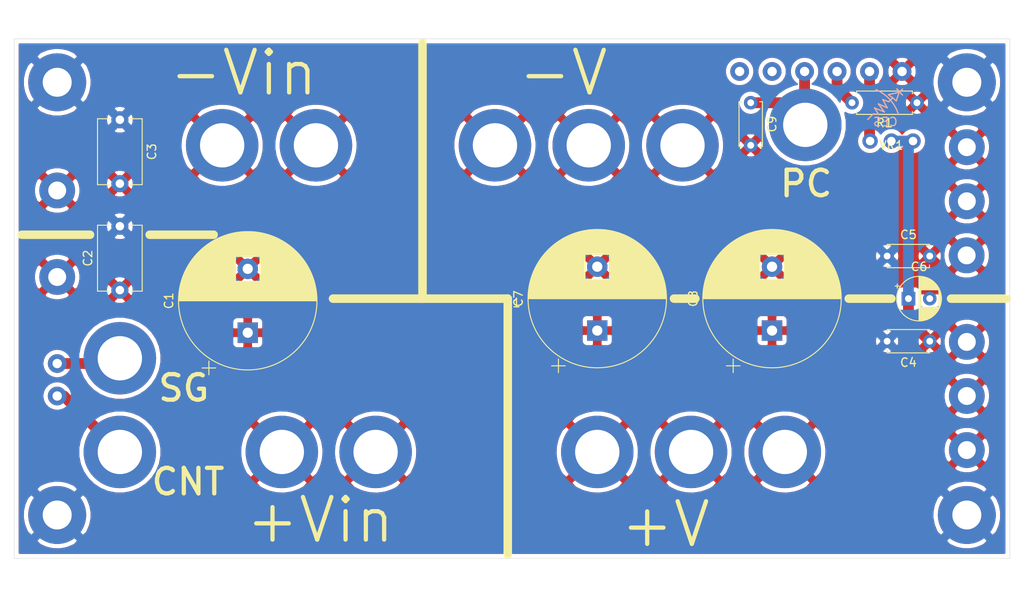
<source format=kicad_pcb>
(kicad_pcb (version 20171130) (host pcbnew "(5.1.6)-1")

  (general
    (thickness 1.6)
    (drawings 36)
    (tracks 20)
    (zones 0)
    (modules 25)
    (nets 13)
  )

  (page A4)
  (layers
    (0 F.Cu signal)
    (31 B.Cu signal)
    (32 B.Adhes user)
    (33 F.Adhes user)
    (34 B.Paste user)
    (35 F.Paste user)
    (36 B.SilkS user)
    (37 F.SilkS user)
    (38 B.Mask user)
    (39 F.Mask user)
    (40 Dwgs.User user)
    (41 Cmts.User user)
    (42 Eco1.User user)
    (43 Eco2.User user)
    (44 Edge.Cuts user)
    (45 Margin user)
    (46 B.CrtYd user)
    (47 F.CrtYd user)
    (48 B.Fab user)
    (49 F.Fab user)
  )

  (setup
    (last_trace_width 1.27)
    (user_trace_width 0.2032)
    (user_trace_width 0.4064)
    (user_trace_width 0.6096)
    (user_trace_width 0.8128)
    (user_trace_width 1.27)
    (user_trace_width 2.54)
    (trace_clearance 0.2032)
    (zone_clearance 0.508)
    (zone_45_only no)
    (trace_min 0.1524)
    (via_size 0.762)
    (via_drill 0.381)
    (via_min_size 0.508)
    (via_min_drill 0.254)
    (user_via 0.508 0.254)
    (user_via 1.016 0.254)
    (uvia_size 0.508)
    (uvia_drill 0.254)
    (uvias_allowed no)
    (uvia_min_size 0.508)
    (uvia_min_drill 0.254)
    (edge_width 0.05)
    (segment_width 0.2)
    (pcb_text_width 0.3)
    (pcb_text_size 1.5 1.5)
    (mod_edge_width 0.15)
    (mod_text_size 1 1)
    (mod_text_width 0.15)
    (pad_size 1.524 1.524)
    (pad_drill 0.762)
    (pad_to_mask_clearance 0.0508)
    (solder_mask_min_width 0.101)
    (aux_axis_origin 0 0)
    (visible_elements 7FFFFFFF)
    (pcbplotparams
      (layerselection 0x010fc_ffffffff)
      (usegerberextensions false)
      (usegerberattributes false)
      (usegerberadvancedattributes false)
      (creategerberjobfile false)
      (excludeedgelayer true)
      (linewidth 0.100000)
      (plotframeref false)
      (viasonmask false)
      (mode 1)
      (useauxorigin false)
      (hpglpennumber 1)
      (hpglpenspeed 20)
      (hpglpendiameter 15.000000)
      (psnegative false)
      (psa4output false)
      (plotreference true)
      (plotvalue true)
      (plotinvisibletext false)
      (padsonsilk false)
      (subtractmaskfromsilk false)
      (outputformat 1)
      (mirror false)
      (drillshape 1)
      (scaleselection 1)
      (outputdirectory ""))
  )

  (net 0 "")
  (net 1 "Net-(U1-Pad7)")
  (net 2 "Net-(U1-Pad8)")
  (net 3 "Net-(U1-Pad11)")
  (net 4 /-Vin)
  (net 5 /+Vin)
  (net 6 Earth)
  (net 7 /+V)
  (net 8 /-V)
  (net 9 "Net-(C9-Pad1)")
  (net 10 /SG)
  (net 11 /CNT)
  (net 12 "Net-(R1-Pad2)")

  (net_class Default "This is the default net class."
    (clearance 0.2032)
    (trace_width 0.3048)
    (via_dia 0.762)
    (via_drill 0.381)
    (uvia_dia 0.508)
    (uvia_drill 0.254)
    (add_net /+V)
    (add_net /+Vin)
    (add_net /-V)
    (add_net /-Vin)
    (add_net /CNT)
    (add_net /SG)
    (add_net Earth)
    (add_net "Net-(C9-Pad1)")
    (add_net "Net-(R1-Pad2)")
    (add_net "Net-(U1-Pad11)")
    (add_net "Net-(U1-Pad7)")
    (add_net "Net-(U1-Pad8)")
  )

  (module myFootprints:WP_SMBU_M4 (layer F.Cu) (tedit 5EF0DE05) (tstamp 5EF15D47)
    (at 34.4 -20.4)
    (path /5EF6BFB1)
    (fp_text reference J3 (at 0 0.5) (layer F.SilkS)
      (effects (font (size 1 1) (thickness 0.15)))
    )
    (fp_text value Conn_01x01 (at 0 -0.5) (layer F.Fab)
      (effects (font (size 1 1) (thickness 0.15)))
    )
    (fp_arc (start 0 0) (end -1.18 3.25) (angle 50) (layer F.Paste) (width 1.4))
    (fp_arc (start 0 0) (end -3.25 -1.18) (angle 50) (layer F.Paste) (width 1.4))
    (fp_arc (start 0 0) (end 1.18 -3.25) (angle 50) (layer F.Paste) (width 1.4))
    (fp_arc (start 0 0) (end 3.25 1.18) (angle 50) (layer F.Paste) (width 1.4))
    (pad 1 thru_hole circle (at 0 0) (size 8.5 8.5) (drill 5.2) (layers *.Cu F.Mask)
      (net 9 "Net-(C9-Pad1)"))
    (model "C:/Users/staffeld/Documents/kicad/kicadLibrary/Download_STP_7466004R (rev1).stp"
      (offset (xyz 0 0 -1.1))
      (scale (xyz 1 1 1))
      (rotate (xyz 0 90 0))
    )
  )

  (module myFootprints:WP_SMBU_M4 (layer F.Cu) (tedit 5EF0DE05) (tstamp 5EF15D3E)
    (at -46 18)
    (path /5EF6BC2D)
    (fp_text reference J2 (at 0 0.5) (layer F.SilkS)
      (effects (font (size 1 1) (thickness 0.15)))
    )
    (fp_text value Conn_01x01 (at 0 -0.5) (layer F.Fab)
      (effects (font (size 1 1) (thickness 0.15)))
    )
    (fp_arc (start 0 0) (end -1.18 3.25) (angle 50) (layer F.Paste) (width 1.4))
    (fp_arc (start 0 0) (end -3.25 -1.18) (angle 50) (layer F.Paste) (width 1.4))
    (fp_arc (start 0 0) (end 1.18 -3.25) (angle 50) (layer F.Paste) (width 1.4))
    (fp_arc (start 0 0) (end 3.25 1.18) (angle 50) (layer F.Paste) (width 1.4))
    (pad 1 thru_hole circle (at 0 0) (size 8.5 8.5) (drill 5.2) (layers *.Cu F.Mask)
      (net 11 /CNT))
    (model "C:/Users/staffeld/Documents/kicad/kicadLibrary/Download_STP_7466004R (rev1).stp"
      (offset (xyz 0 0 -1.1))
      (scale (xyz 1 1 1))
      (rotate (xyz 0 90 0))
    )
  )

  (module myFootprints:WP_SMBU_M4 (layer F.Cu) (tedit 5EF0DE05) (tstamp 5EF15D35)
    (at -46 7)
    (path /5EF6B65D)
    (fp_text reference J1 (at 0 0.5) (layer F.SilkS)
      (effects (font (size 1 1) (thickness 0.15)))
    )
    (fp_text value Conn_01x01 (at 0 -0.5) (layer F.Fab)
      (effects (font (size 1 1) (thickness 0.15)))
    )
    (fp_arc (start 0 0) (end -1.18 3.25) (angle 50) (layer F.Paste) (width 1.4))
    (fp_arc (start 0 0) (end -3.25 -1.18) (angle 50) (layer F.Paste) (width 1.4))
    (fp_arc (start 0 0) (end 1.18 -3.25) (angle 50) (layer F.Paste) (width 1.4))
    (fp_arc (start 0 0) (end 3.25 1.18) (angle 50) (layer F.Paste) (width 1.4))
    (pad 1 thru_hole circle (at 0 0) (size 8.5 8.5) (drill 5.2) (layers *.Cu F.Mask)
      (net 10 /SG))
    (model "C:/Users/staffeld/Documents/kicad/kicadLibrary/Download_STP_7466004R (rev1).stp"
      (offset (xyz 0 0 -1.1))
      (scale (xyz 1 1 1))
      (rotate (xyz 0 90 0))
    )
  )

  (module myFootprints:WP_SMBU_M4 (layer F.Cu) (tedit 5EF0DE05) (tstamp 5EF12DCA)
    (at -23 -18)
    (path /5EF3D9FE)
    (fp_text reference J13 (at 0 0.5) (layer F.SilkS)
      (effects (font (size 1 1) (thickness 0.15)))
    )
    (fp_text value Conn_01x01 (at 0 -0.5) (layer F.Fab)
      (effects (font (size 1 1) (thickness 0.15)))
    )
    (fp_arc (start 0 0) (end -1.18 3.25) (angle 50) (layer F.Paste) (width 1.4))
    (fp_arc (start 0 0) (end -3.25 -1.18) (angle 50) (layer F.Paste) (width 1.4))
    (fp_arc (start 0 0) (end 1.18 -3.25) (angle 50) (layer F.Paste) (width 1.4))
    (fp_arc (start 0 0) (end 3.25 1.18) (angle 50) (layer F.Paste) (width 1.4))
    (pad 1 thru_hole circle (at 0 0) (size 8.5 8.5) (drill 5.2) (layers *.Cu F.Mask)
      (net 4 /-Vin))
    (model "C:/Users/staffeld/Documents/kicad/kicadLibrary/Download_STP_7466004R (rev1).stp"
      (offset (xyz 0 0 -1.1))
      (scale (xyz 1 1 1))
      (rotate (xyz 0 90 0))
    )
  )

  (module myFootprints:WP_SMBU_M4 (layer F.Cu) (tedit 5EF0DE05) (tstamp 5EF12DC1)
    (at -16 18)
    (path /5EF3D663)
    (fp_text reference J12 (at 0 0.5) (layer F.SilkS)
      (effects (font (size 1 1) (thickness 0.15)))
    )
    (fp_text value Conn_01x01 (at 0 -0.5) (layer F.Fab)
      (effects (font (size 1 1) (thickness 0.15)))
    )
    (fp_arc (start 0 0) (end -1.18 3.25) (angle 50) (layer F.Paste) (width 1.4))
    (fp_arc (start 0 0) (end -3.25 -1.18) (angle 50) (layer F.Paste) (width 1.4))
    (fp_arc (start 0 0) (end 1.18 -3.25) (angle 50) (layer F.Paste) (width 1.4))
    (fp_arc (start 0 0) (end 3.25 1.18) (angle 50) (layer F.Paste) (width 1.4))
    (pad 1 thru_hole circle (at 0 0) (size 8.5 8.5) (drill 5.2) (layers *.Cu F.Mask)
      (net 5 /+Vin))
    (model "C:/Users/staffeld/Documents/kicad/kicadLibrary/Download_STP_7466004R (rev1).stp"
      (offset (xyz 0 0 -1.1))
      (scale (xyz 1 1 1))
      (rotate (xyz 0 90 0))
    )
  )

  (module myFootprints:WP_SMBU_M4 (layer F.Cu) (tedit 5EF0DE05) (tstamp 5EF0EF68)
    (at 20 -18)
    (path /5EF357A6)
    (fp_text reference J11 (at 0 0.5) (layer F.SilkS)
      (effects (font (size 1 1) (thickness 0.15)))
    )
    (fp_text value Conn_01x01 (at 0 -0.5) (layer F.Fab)
      (effects (font (size 1 1) (thickness 0.15)))
    )
    (fp_arc (start 0 0) (end -1.18 3.25) (angle 50) (layer F.Paste) (width 1.4))
    (fp_arc (start 0 0) (end -3.25 -1.18) (angle 50) (layer F.Paste) (width 1.4))
    (fp_arc (start 0 0) (end 1.18 -3.25) (angle 50) (layer F.Paste) (width 1.4))
    (fp_arc (start 0 0) (end 3.25 1.18) (angle 50) (layer F.Paste) (width 1.4))
    (pad 1 thru_hole circle (at 0 0) (size 8.5 8.5) (drill 5.2) (layers *.Cu F.Mask)
      (net 8 /-V))
    (model "C:/Users/staffeld/Documents/kicad/kicadLibrary/Download_STP_7466004R (rev1).stp"
      (offset (xyz 0 0 -1.1))
      (scale (xyz 1 1 1))
      (rotate (xyz 0 90 0))
    )
  )

  (module myFootprints:WP_SMBU_M4 (layer F.Cu) (tedit 5EF0DE05) (tstamp 5EF0EF5F)
    (at 10 18)
    (path /5EF3129C)
    (fp_text reference J10 (at 0 0.5) (layer F.SilkS)
      (effects (font (size 1 1) (thickness 0.15)))
    )
    (fp_text value Conn_01x01 (at 0 -0.5) (layer F.Fab)
      (effects (font (size 1 1) (thickness 0.15)))
    )
    (fp_arc (start 0 0) (end -1.18 3.25) (angle 50) (layer F.Paste) (width 1.4))
    (fp_arc (start 0 0) (end -3.25 -1.18) (angle 50) (layer F.Paste) (width 1.4))
    (fp_arc (start 0 0) (end 1.18 -3.25) (angle 50) (layer F.Paste) (width 1.4))
    (fp_arc (start 0 0) (end 3.25 1.18) (angle 50) (layer F.Paste) (width 1.4))
    (pad 1 thru_hole circle (at 0 0) (size 8.5 8.5) (drill 5.2) (layers *.Cu F.Mask)
      (net 7 /+V))
    (model "C:/Users/staffeld/Documents/kicad/kicadLibrary/Download_STP_7466004R (rev1).stp"
      (offset (xyz 0 0 -1.1))
      (scale (xyz 1 1 1))
      (rotate (xyz 0 90 0))
    )
  )

  (module myFootprints:WP_SMBU_M4 (layer F.Cu) (tedit 5EF0DE05) (tstamp 5EF0EF56)
    (at 9 -18)
    (path /5EF35E80)
    (fp_text reference J9 (at 0 0.5) (layer F.SilkS)
      (effects (font (size 1 1) (thickness 0.15)))
    )
    (fp_text value Conn_01x01 (at 0 -0.5) (layer F.Fab)
      (effects (font (size 1 1) (thickness 0.15)))
    )
    (fp_arc (start 0 0) (end -1.18 3.25) (angle 50) (layer F.Paste) (width 1.4))
    (fp_arc (start 0 0) (end -3.25 -1.18) (angle 50) (layer F.Paste) (width 1.4))
    (fp_arc (start 0 0) (end 1.18 -3.25) (angle 50) (layer F.Paste) (width 1.4))
    (fp_arc (start 0 0) (end 3.25 1.18) (angle 50) (layer F.Paste) (width 1.4))
    (pad 1 thru_hole circle (at 0 0) (size 8.5 8.5) (drill 5.2) (layers *.Cu F.Mask)
      (net 8 /-V))
    (model "C:/Users/staffeld/Documents/kicad/kicadLibrary/Download_STP_7466004R (rev1).stp"
      (offset (xyz 0 0 -1.1))
      (scale (xyz 1 1 1))
      (rotate (xyz 0 90 0))
    )
  )

  (module myFootprints:WP_SMBU_M4 (layer F.Cu) (tedit 5EF0DE05) (tstamp 5EF0EF4D)
    (at 32 18)
    (path /5EF350CD)
    (fp_text reference J8 (at 0 0.5) (layer F.SilkS)
      (effects (font (size 1 1) (thickness 0.15)))
    )
    (fp_text value Conn_01x01 (at 0 -0.5) (layer F.Fab)
      (effects (font (size 1 1) (thickness 0.15)))
    )
    (fp_arc (start 0 0) (end -1.18 3.25) (angle 50) (layer F.Paste) (width 1.4))
    (fp_arc (start 0 0) (end -3.25 -1.18) (angle 50) (layer F.Paste) (width 1.4))
    (fp_arc (start 0 0) (end 1.18 -3.25) (angle 50) (layer F.Paste) (width 1.4))
    (fp_arc (start 0 0) (end 3.25 1.18) (angle 50) (layer F.Paste) (width 1.4))
    (pad 1 thru_hole circle (at 0 0) (size 8.5 8.5) (drill 5.2) (layers *.Cu F.Mask)
      (net 7 /+V))
    (model "C:/Users/staffeld/Documents/kicad/kicadLibrary/Download_STP_7466004R (rev1).stp"
      (offset (xyz 0 0 -1.1))
      (scale (xyz 1 1 1))
      (rotate (xyz 0 90 0))
    )
  )

  (module myFootprints:WP_SMBU_M4 (layer F.Cu) (tedit 5EF0DE05) (tstamp 5EF0EF44)
    (at -2 -18)
    (path /5EF361BE)
    (fp_text reference J7 (at 0 0.5) (layer F.SilkS)
      (effects (font (size 1 1) (thickness 0.15)))
    )
    (fp_text value Conn_01x01 (at 0 -0.5) (layer F.Fab)
      (effects (font (size 1 1) (thickness 0.15)))
    )
    (fp_arc (start 0 0) (end -1.18 3.25) (angle 50) (layer F.Paste) (width 1.4))
    (fp_arc (start 0 0) (end -3.25 -1.18) (angle 50) (layer F.Paste) (width 1.4))
    (fp_arc (start 0 0) (end 1.18 -3.25) (angle 50) (layer F.Paste) (width 1.4))
    (fp_arc (start 0 0) (end 3.25 1.18) (angle 50) (layer F.Paste) (width 1.4))
    (pad 1 thru_hole circle (at 0 0) (size 8.5 8.5) (drill 5.2) (layers *.Cu F.Mask)
      (net 8 /-V))
    (model "C:/Users/staffeld/Documents/kicad/kicadLibrary/Download_STP_7466004R (rev1).stp"
      (offset (xyz 0 0 -1.1))
      (scale (xyz 1 1 1))
      (rotate (xyz 0 90 0))
    )
  )

  (module myFootprints:WP_SMBU_M4 (layer F.Cu) (tedit 5EF0DE05) (tstamp 5EF0EF3B)
    (at 21 18)
    (path /5EF3541C)
    (fp_text reference J6 (at 0 0.5) (layer F.SilkS)
      (effects (font (size 1 1) (thickness 0.15)))
    )
    (fp_text value Conn_01x01 (at 0 -0.5) (layer F.Fab)
      (effects (font (size 1 1) (thickness 0.15)))
    )
    (fp_arc (start 0 0) (end -1.18 3.25) (angle 50) (layer F.Paste) (width 1.4))
    (fp_arc (start 0 0) (end -3.25 -1.18) (angle 50) (layer F.Paste) (width 1.4))
    (fp_arc (start 0 0) (end 1.18 -3.25) (angle 50) (layer F.Paste) (width 1.4))
    (fp_arc (start 0 0) (end 3.25 1.18) (angle 50) (layer F.Paste) (width 1.4))
    (pad 1 thru_hole circle (at 0 0) (size 8.5 8.5) (drill 5.2) (layers *.Cu F.Mask)
      (net 7 /+V))
    (model "C:/Users/staffeld/Documents/kicad/kicadLibrary/Download_STP_7466004R (rev1).stp"
      (offset (xyz 0 0 -1.1))
      (scale (xyz 1 1 1))
      (rotate (xyz 0 90 0))
    )
  )

  (module myFootprints:WP_SMBU_M4 (layer F.Cu) (tedit 5EF0DE05) (tstamp 5EF0F068)
    (at -34 -18)
    (path /5EF37A3D)
    (fp_text reference J5 (at 0 0.5) (layer F.SilkS)
      (effects (font (size 1 1) (thickness 0.15)))
    )
    (fp_text value Conn_01x01 (at 0 -0.5) (layer F.Fab)
      (effects (font (size 1 1) (thickness 0.15)))
    )
    (fp_arc (start 0 0) (end -1.18 3.25) (angle 50) (layer F.Paste) (width 1.4))
    (fp_arc (start 0 0) (end -3.25 -1.18) (angle 50) (layer F.Paste) (width 1.4))
    (fp_arc (start 0 0) (end 1.18 -3.25) (angle 50) (layer F.Paste) (width 1.4))
    (fp_arc (start 0 0) (end 3.25 1.18) (angle 50) (layer F.Paste) (width 1.4))
    (pad 1 thru_hole circle (at 0 0) (size 8.5 8.5) (drill 5.2) (layers *.Cu F.Mask)
      (net 4 /-Vin))
    (model "C:/Users/staffeld/Documents/kicad/kicadLibrary/Download_STP_7466004R (rev1).stp"
      (offset (xyz 0 0 -1.1))
      (scale (xyz 1 1 1))
      (rotate (xyz 0 90 0))
    )
  )

  (module myFootprints:WP_SMBU_M4 (layer F.Cu) (tedit 5EF0DE05) (tstamp 5EF0EF29)
    (at -27 18)
    (path /5EF364BF)
    (fp_text reference J4 (at 0 0.5) (layer F.SilkS)
      (effects (font (size 1 1) (thickness 0.15)))
    )
    (fp_text value Conn_01x01 (at 0 -0.5) (layer F.Fab)
      (effects (font (size 1 1) (thickness 0.15)))
    )
    (fp_arc (start 0 0) (end -1.18 3.25) (angle 50) (layer F.Paste) (width 1.4))
    (fp_arc (start 0 0) (end -3.25 -1.18) (angle 50) (layer F.Paste) (width 1.4))
    (fp_arc (start 0 0) (end 1.18 -3.25) (angle 50) (layer F.Paste) (width 1.4))
    (fp_arc (start 0 0) (end 3.25 1.18) (angle 50) (layer F.Paste) (width 1.4))
    (pad 1 thru_hole circle (at 0 0) (size 8.5 8.5) (drill 5.2) (layers *.Cu F.Mask)
      (net 5 /+Vin))
    (model "C:/Users/staffeld/Documents/kicad/kicadLibrary/Download_STP_7466004R (rev1).stp"
      (offset (xyz 0 0 -1.1))
      (scale (xyz 1 1 1))
      (rotate (xyz 0 90 0))
    )
  )

  (module myFootprints:PV36X_trim (layer F.Cu) (tedit 5EED39B8) (tstamp 5EED8569)
    (at 44.5 -18.5)
    (path /5EF11E9C)
    (fp_text reference VR1 (at 0 0.5) (layer F.SilkS)
      (effects (font (size 1 1) (thickness 0.15)))
    )
    (fp_text value 10k (at 0 -0.5) (layer F.Fab)
      (effects (font (size 1 1) (thickness 0.15)))
    )
    (fp_line (start -4.765 2.415) (end 4.765 2.415) (layer Dwgs.User) (width 0.12))
    (fp_line (start -4.765 2.415) (end -4.765 -2.415) (layer Dwgs.User) (width 0.12))
    (fp_line (start -4.765 -2.415) (end 4.765 -2.415) (layer Dwgs.User) (width 0.12))
    (fp_line (start 4.765 -2.415) (end 4.765 2.415) (layer Dwgs.User) (width 0.12))
    (pad 3 thru_hole circle (at 2.54 0) (size 1.8 1.8) (drill 1) (layers *.Cu *.Mask)
      (net 7 /+V))
    (pad 1 thru_hole circle (at -2.5 0) (size 1.8 1.8) (drill 1) (layers *.Cu *.Mask)
      (net 3 "Net-(U1-Pad11)"))
    (pad 2 thru_hole circle (at 0 0) (size 1.8 1.8) (drill 1) (layers *.Cu *.Mask)
      (net 7 /+V))
  )

  (module Resistor_THT:R_Axial_DIN0207_L6.3mm_D2.5mm_P7.62mm_Horizontal (layer F.Cu) (tedit 5AE5139B) (tstamp 5EED851E)
    (at 47.5 -23 180)
    (descr "Resistor, Axial_DIN0207 series, Axial, Horizontal, pin pitch=7.62mm, 0.25W = 1/4W, length*diameter=6.3*2.5mm^2, http://cdn-reichelt.de/documents/datenblatt/B400/1_4W%23YAG.pdf")
    (tags "Resistor Axial_DIN0207 series Axial Horizontal pin pitch 7.62mm 0.25W = 1/4W length 6.3mm diameter 2.5mm")
    (path /5EF0890D)
    (fp_text reference R1 (at 3.81 -2.37) (layer F.SilkS)
      (effects (font (size 1 1) (thickness 0.15)))
    )
    (fp_text value 43k (at 3.81 2.37) (layer F.Fab)
      (effects (font (size 1 1) (thickness 0.15)))
    )
    (fp_text user %R (at 3.81 0) (layer F.Fab)
      (effects (font (size 1 1) (thickness 0.15)))
    )
    (fp_line (start 0.66 -1.25) (end 0.66 1.25) (layer F.Fab) (width 0.1))
    (fp_line (start 0.66 1.25) (end 6.96 1.25) (layer F.Fab) (width 0.1))
    (fp_line (start 6.96 1.25) (end 6.96 -1.25) (layer F.Fab) (width 0.1))
    (fp_line (start 6.96 -1.25) (end 0.66 -1.25) (layer F.Fab) (width 0.1))
    (fp_line (start 0 0) (end 0.66 0) (layer F.Fab) (width 0.1))
    (fp_line (start 7.62 0) (end 6.96 0) (layer F.Fab) (width 0.1))
    (fp_line (start 0.54 -1.04) (end 0.54 -1.37) (layer F.SilkS) (width 0.12))
    (fp_line (start 0.54 -1.37) (end 7.08 -1.37) (layer F.SilkS) (width 0.12))
    (fp_line (start 7.08 -1.37) (end 7.08 -1.04) (layer F.SilkS) (width 0.12))
    (fp_line (start 0.54 1.04) (end 0.54 1.37) (layer F.SilkS) (width 0.12))
    (fp_line (start 0.54 1.37) (end 7.08 1.37) (layer F.SilkS) (width 0.12))
    (fp_line (start 7.08 1.37) (end 7.08 1.04) (layer F.SilkS) (width 0.12))
    (fp_line (start -1.05 -1.5) (end -1.05 1.5) (layer F.CrtYd) (width 0.05))
    (fp_line (start -1.05 1.5) (end 8.67 1.5) (layer F.CrtYd) (width 0.05))
    (fp_line (start 8.67 1.5) (end 8.67 -1.5) (layer F.CrtYd) (width 0.05))
    (fp_line (start 8.67 -1.5) (end -1.05 -1.5) (layer F.CrtYd) (width 0.05))
    (pad 2 thru_hole oval (at 7.62 0 180) (size 1.6 1.6) (drill 0.8) (layers *.Cu *.Mask)
      (net 12 "Net-(R1-Pad2)"))
    (pad 1 thru_hole circle (at 0 0 180) (size 1.6 1.6) (drill 0.8) (layers *.Cu *.Mask)
      (net 8 /-V))
    (model ${KISYS3DMOD}/Resistor_THT.3dshapes/R_Axial_DIN0207_L6.3mm_D2.5mm_P7.62mm_Horizontal.wrl
      (at (xyz 0 0 0))
      (scale (xyz 1 1 1))
      (rotate (xyz 0 0 0))
    )
  )

  (module Capacitor_THT:C_Disc_D5.0mm_W2.5mm_P5.00mm (layer F.Cu) (tedit 5AE50EF0) (tstamp 5EED848D)
    (at 28 -23 270)
    (descr "C, Disc series, Radial, pin pitch=5.00mm, , diameter*width=5*2.5mm^2, Capacitor, http://cdn-reichelt.de/documents/datenblatt/B300/DS_KERKO_TC.pdf")
    (tags "C Disc series Radial pin pitch 5.00mm  diameter 5mm width 2.5mm Capacitor")
    (path /5EF0F4EB)
    (fp_text reference C9 (at 2.5 -2.5 90) (layer F.SilkS)
      (effects (font (size 1 1) (thickness 0.15)))
    )
    (fp_text value 0.1uF (at 2.5 2.5 90) (layer F.Fab)
      (effects (font (size 1 1) (thickness 0.15)))
    )
    (fp_text user %R (at 2.5 0 90) (layer F.Fab)
      (effects (font (size 1 1) (thickness 0.15)))
    )
    (fp_line (start 0 -1.25) (end 0 1.25) (layer F.Fab) (width 0.1))
    (fp_line (start 0 1.25) (end 5 1.25) (layer F.Fab) (width 0.1))
    (fp_line (start 5 1.25) (end 5 -1.25) (layer F.Fab) (width 0.1))
    (fp_line (start 5 -1.25) (end 0 -1.25) (layer F.Fab) (width 0.1))
    (fp_line (start -0.12 -1.37) (end 5.12 -1.37) (layer F.SilkS) (width 0.12))
    (fp_line (start -0.12 1.37) (end 5.12 1.37) (layer F.SilkS) (width 0.12))
    (fp_line (start -0.12 -1.37) (end -0.12 -1.055) (layer F.SilkS) (width 0.12))
    (fp_line (start -0.12 1.055) (end -0.12 1.37) (layer F.SilkS) (width 0.12))
    (fp_line (start 5.12 -1.37) (end 5.12 -1.055) (layer F.SilkS) (width 0.12))
    (fp_line (start 5.12 1.055) (end 5.12 1.37) (layer F.SilkS) (width 0.12))
    (fp_line (start -1.05 -1.5) (end -1.05 1.5) (layer F.CrtYd) (width 0.05))
    (fp_line (start -1.05 1.5) (end 6.05 1.5) (layer F.CrtYd) (width 0.05))
    (fp_line (start 6.05 1.5) (end 6.05 -1.5) (layer F.CrtYd) (width 0.05))
    (fp_line (start 6.05 -1.5) (end -1.05 -1.5) (layer F.CrtYd) (width 0.05))
    (pad 2 thru_hole circle (at 5 0 270) (size 1.6 1.6) (drill 0.8) (layers *.Cu *.Mask)
      (net 8 /-V))
    (pad 1 thru_hole circle (at 0 0 270) (size 1.6 1.6) (drill 0.8) (layers *.Cu *.Mask)
      (net 9 "Net-(C9-Pad1)"))
    (model ${KISYS3DMOD}/Capacitor_THT.3dshapes/C_Disc_D5.0mm_W2.5mm_P5.00mm.wrl
      (at (xyz 0 0 0))
      (scale (xyz 1 1 1))
      (rotate (xyz 0 0 0))
    )
  )

  (module Capacitor_THT:CP_Radial_D16.0mm_P7.50mm (layer F.Cu) (tedit 5AE50EF1) (tstamp 5EED8478)
    (at 30.5 3.75 90)
    (descr "CP, Radial series, Radial, pin pitch=7.50mm, , diameter=16mm, Electrolytic Capacitor")
    (tags "CP Radial series Radial pin pitch 7.50mm  diameter 16mm Electrolytic Capacitor")
    (path /5EEF456B)
    (fp_text reference C8 (at 3.75 -9.25 90) (layer F.SilkS)
      (effects (font (size 1 1) (thickness 0.15)))
    )
    (fp_text value 1000uF (at 3.75 9.25 90) (layer F.Fab)
      (effects (font (size 1 1) (thickness 0.15)))
    )
    (fp_text user %R (at 3.75 0 90) (layer F.Fab)
      (effects (font (size 1 1) (thickness 0.15)))
    )
    (fp_circle (center 3.75 0) (end 11.75 0) (layer F.Fab) (width 0.1))
    (fp_circle (center 3.75 0) (end 11.87 0) (layer F.SilkS) (width 0.12))
    (fp_circle (center 3.75 0) (end 12 0) (layer F.CrtYd) (width 0.05))
    (fp_line (start -3.125168 -3.5075) (end -1.525168 -3.5075) (layer F.Fab) (width 0.1))
    (fp_line (start -2.325168 -4.3075) (end -2.325168 -2.7075) (layer F.Fab) (width 0.1))
    (fp_line (start 3.75 -8.081) (end 3.75 8.081) (layer F.SilkS) (width 0.12))
    (fp_line (start 3.79 -8.08) (end 3.79 8.08) (layer F.SilkS) (width 0.12))
    (fp_line (start 3.83 -8.08) (end 3.83 8.08) (layer F.SilkS) (width 0.12))
    (fp_line (start 3.87 -8.08) (end 3.87 8.08) (layer F.SilkS) (width 0.12))
    (fp_line (start 3.91 -8.079) (end 3.91 8.079) (layer F.SilkS) (width 0.12))
    (fp_line (start 3.95 -8.078) (end 3.95 8.078) (layer F.SilkS) (width 0.12))
    (fp_line (start 3.99 -8.077) (end 3.99 8.077) (layer F.SilkS) (width 0.12))
    (fp_line (start 4.03 -8.076) (end 4.03 8.076) (layer F.SilkS) (width 0.12))
    (fp_line (start 4.07 -8.074) (end 4.07 8.074) (layer F.SilkS) (width 0.12))
    (fp_line (start 4.11 -8.073) (end 4.11 8.073) (layer F.SilkS) (width 0.12))
    (fp_line (start 4.15 -8.071) (end 4.15 8.071) (layer F.SilkS) (width 0.12))
    (fp_line (start 4.19 -8.069) (end 4.19 8.069) (layer F.SilkS) (width 0.12))
    (fp_line (start 4.23 -8.066) (end 4.23 8.066) (layer F.SilkS) (width 0.12))
    (fp_line (start 4.27 -8.064) (end 4.27 8.064) (layer F.SilkS) (width 0.12))
    (fp_line (start 4.31 -8.061) (end 4.31 8.061) (layer F.SilkS) (width 0.12))
    (fp_line (start 4.35 -8.058) (end 4.35 8.058) (layer F.SilkS) (width 0.12))
    (fp_line (start 4.39 -8.055) (end 4.39 8.055) (layer F.SilkS) (width 0.12))
    (fp_line (start 4.43 -8.052) (end 4.43 8.052) (layer F.SilkS) (width 0.12))
    (fp_line (start 4.471 -8.049) (end 4.471 8.049) (layer F.SilkS) (width 0.12))
    (fp_line (start 4.511 -8.045) (end 4.511 8.045) (layer F.SilkS) (width 0.12))
    (fp_line (start 4.551 -8.041) (end 4.551 8.041) (layer F.SilkS) (width 0.12))
    (fp_line (start 4.591 -8.037) (end 4.591 8.037) (layer F.SilkS) (width 0.12))
    (fp_line (start 4.631 -8.033) (end 4.631 8.033) (layer F.SilkS) (width 0.12))
    (fp_line (start 4.671 -8.028) (end 4.671 8.028) (layer F.SilkS) (width 0.12))
    (fp_line (start 4.711 -8.024) (end 4.711 8.024) (layer F.SilkS) (width 0.12))
    (fp_line (start 4.751 -8.019) (end 4.751 8.019) (layer F.SilkS) (width 0.12))
    (fp_line (start 4.791 -8.014) (end 4.791 8.014) (layer F.SilkS) (width 0.12))
    (fp_line (start 4.831 -8.008) (end 4.831 8.008) (layer F.SilkS) (width 0.12))
    (fp_line (start 4.871 -8.003) (end 4.871 8.003) (layer F.SilkS) (width 0.12))
    (fp_line (start 4.911 -7.997) (end 4.911 7.997) (layer F.SilkS) (width 0.12))
    (fp_line (start 4.951 -7.991) (end 4.951 7.991) (layer F.SilkS) (width 0.12))
    (fp_line (start 4.991 -7.985) (end 4.991 7.985) (layer F.SilkS) (width 0.12))
    (fp_line (start 5.031 -7.979) (end 5.031 7.979) (layer F.SilkS) (width 0.12))
    (fp_line (start 5.071 -7.972) (end 5.071 7.972) (layer F.SilkS) (width 0.12))
    (fp_line (start 5.111 -7.966) (end 5.111 7.966) (layer F.SilkS) (width 0.12))
    (fp_line (start 5.151 -7.959) (end 5.151 7.959) (layer F.SilkS) (width 0.12))
    (fp_line (start 5.191 -7.952) (end 5.191 7.952) (layer F.SilkS) (width 0.12))
    (fp_line (start 5.231 -7.944) (end 5.231 7.944) (layer F.SilkS) (width 0.12))
    (fp_line (start 5.271 -7.937) (end 5.271 7.937) (layer F.SilkS) (width 0.12))
    (fp_line (start 5.311 -7.929) (end 5.311 7.929) (layer F.SilkS) (width 0.12))
    (fp_line (start 5.351 -7.921) (end 5.351 7.921) (layer F.SilkS) (width 0.12))
    (fp_line (start 5.391 -7.913) (end 5.391 7.913) (layer F.SilkS) (width 0.12))
    (fp_line (start 5.431 -7.905) (end 5.431 7.905) (layer F.SilkS) (width 0.12))
    (fp_line (start 5.471 -7.896) (end 5.471 7.896) (layer F.SilkS) (width 0.12))
    (fp_line (start 5.511 -7.887) (end 5.511 7.887) (layer F.SilkS) (width 0.12))
    (fp_line (start 5.551 -7.878) (end 5.551 7.878) (layer F.SilkS) (width 0.12))
    (fp_line (start 5.591 -7.869) (end 5.591 7.869) (layer F.SilkS) (width 0.12))
    (fp_line (start 5.631 -7.86) (end 5.631 7.86) (layer F.SilkS) (width 0.12))
    (fp_line (start 5.671 -7.85) (end 5.671 7.85) (layer F.SilkS) (width 0.12))
    (fp_line (start 5.711 -7.84) (end 5.711 7.84) (layer F.SilkS) (width 0.12))
    (fp_line (start 5.751 -7.83) (end 5.751 7.83) (layer F.SilkS) (width 0.12))
    (fp_line (start 5.791 -7.82) (end 5.791 7.82) (layer F.SilkS) (width 0.12))
    (fp_line (start 5.831 -7.81) (end 5.831 7.81) (layer F.SilkS) (width 0.12))
    (fp_line (start 5.871 -7.799) (end 5.871 7.799) (layer F.SilkS) (width 0.12))
    (fp_line (start 5.911 -7.788) (end 5.911 7.788) (layer F.SilkS) (width 0.12))
    (fp_line (start 5.951 -7.777) (end 5.951 7.777) (layer F.SilkS) (width 0.12))
    (fp_line (start 5.991 -7.765) (end 5.991 7.765) (layer F.SilkS) (width 0.12))
    (fp_line (start 6.031 -7.754) (end 6.031 7.754) (layer F.SilkS) (width 0.12))
    (fp_line (start 6.071 -7.742) (end 6.071 -1.44) (layer F.SilkS) (width 0.12))
    (fp_line (start 6.071 1.44) (end 6.071 7.742) (layer F.SilkS) (width 0.12))
    (fp_line (start 6.111 -7.73) (end 6.111 -1.44) (layer F.SilkS) (width 0.12))
    (fp_line (start 6.111 1.44) (end 6.111 7.73) (layer F.SilkS) (width 0.12))
    (fp_line (start 6.151 -7.718) (end 6.151 -1.44) (layer F.SilkS) (width 0.12))
    (fp_line (start 6.151 1.44) (end 6.151 7.718) (layer F.SilkS) (width 0.12))
    (fp_line (start 6.191 -7.705) (end 6.191 -1.44) (layer F.SilkS) (width 0.12))
    (fp_line (start 6.191 1.44) (end 6.191 7.705) (layer F.SilkS) (width 0.12))
    (fp_line (start 6.231 -7.693) (end 6.231 -1.44) (layer F.SilkS) (width 0.12))
    (fp_line (start 6.231 1.44) (end 6.231 7.693) (layer F.SilkS) (width 0.12))
    (fp_line (start 6.271 -7.68) (end 6.271 -1.44) (layer F.SilkS) (width 0.12))
    (fp_line (start 6.271 1.44) (end 6.271 7.68) (layer F.SilkS) (width 0.12))
    (fp_line (start 6.311 -7.666) (end 6.311 -1.44) (layer F.SilkS) (width 0.12))
    (fp_line (start 6.311 1.44) (end 6.311 7.666) (layer F.SilkS) (width 0.12))
    (fp_line (start 6.351 -7.653) (end 6.351 -1.44) (layer F.SilkS) (width 0.12))
    (fp_line (start 6.351 1.44) (end 6.351 7.653) (layer F.SilkS) (width 0.12))
    (fp_line (start 6.391 -7.639) (end 6.391 -1.44) (layer F.SilkS) (width 0.12))
    (fp_line (start 6.391 1.44) (end 6.391 7.639) (layer F.SilkS) (width 0.12))
    (fp_line (start 6.431 -7.625) (end 6.431 -1.44) (layer F.SilkS) (width 0.12))
    (fp_line (start 6.431 1.44) (end 6.431 7.625) (layer F.SilkS) (width 0.12))
    (fp_line (start 6.471 -7.611) (end 6.471 -1.44) (layer F.SilkS) (width 0.12))
    (fp_line (start 6.471 1.44) (end 6.471 7.611) (layer F.SilkS) (width 0.12))
    (fp_line (start 6.511 -7.597) (end 6.511 -1.44) (layer F.SilkS) (width 0.12))
    (fp_line (start 6.511 1.44) (end 6.511 7.597) (layer F.SilkS) (width 0.12))
    (fp_line (start 6.551 -7.582) (end 6.551 -1.44) (layer F.SilkS) (width 0.12))
    (fp_line (start 6.551 1.44) (end 6.551 7.582) (layer F.SilkS) (width 0.12))
    (fp_line (start 6.591 -7.568) (end 6.591 -1.44) (layer F.SilkS) (width 0.12))
    (fp_line (start 6.591 1.44) (end 6.591 7.568) (layer F.SilkS) (width 0.12))
    (fp_line (start 6.631 -7.553) (end 6.631 -1.44) (layer F.SilkS) (width 0.12))
    (fp_line (start 6.631 1.44) (end 6.631 7.553) (layer F.SilkS) (width 0.12))
    (fp_line (start 6.671 -7.537) (end 6.671 -1.44) (layer F.SilkS) (width 0.12))
    (fp_line (start 6.671 1.44) (end 6.671 7.537) (layer F.SilkS) (width 0.12))
    (fp_line (start 6.711 -7.522) (end 6.711 -1.44) (layer F.SilkS) (width 0.12))
    (fp_line (start 6.711 1.44) (end 6.711 7.522) (layer F.SilkS) (width 0.12))
    (fp_line (start 6.751 -7.506) (end 6.751 -1.44) (layer F.SilkS) (width 0.12))
    (fp_line (start 6.751 1.44) (end 6.751 7.506) (layer F.SilkS) (width 0.12))
    (fp_line (start 6.791 -7.49) (end 6.791 -1.44) (layer F.SilkS) (width 0.12))
    (fp_line (start 6.791 1.44) (end 6.791 7.49) (layer F.SilkS) (width 0.12))
    (fp_line (start 6.831 -7.474) (end 6.831 -1.44) (layer F.SilkS) (width 0.12))
    (fp_line (start 6.831 1.44) (end 6.831 7.474) (layer F.SilkS) (width 0.12))
    (fp_line (start 6.871 -7.457) (end 6.871 -1.44) (layer F.SilkS) (width 0.12))
    (fp_line (start 6.871 1.44) (end 6.871 7.457) (layer F.SilkS) (width 0.12))
    (fp_line (start 6.911 -7.44) (end 6.911 -1.44) (layer F.SilkS) (width 0.12))
    (fp_line (start 6.911 1.44) (end 6.911 7.44) (layer F.SilkS) (width 0.12))
    (fp_line (start 6.951 -7.423) (end 6.951 -1.44) (layer F.SilkS) (width 0.12))
    (fp_line (start 6.951 1.44) (end 6.951 7.423) (layer F.SilkS) (width 0.12))
    (fp_line (start 6.991 -7.406) (end 6.991 -1.44) (layer F.SilkS) (width 0.12))
    (fp_line (start 6.991 1.44) (end 6.991 7.406) (layer F.SilkS) (width 0.12))
    (fp_line (start 7.031 -7.389) (end 7.031 -1.44) (layer F.SilkS) (width 0.12))
    (fp_line (start 7.031 1.44) (end 7.031 7.389) (layer F.SilkS) (width 0.12))
    (fp_line (start 7.071 -7.371) (end 7.071 -1.44) (layer F.SilkS) (width 0.12))
    (fp_line (start 7.071 1.44) (end 7.071 7.371) (layer F.SilkS) (width 0.12))
    (fp_line (start 7.111 -7.353) (end 7.111 -1.44) (layer F.SilkS) (width 0.12))
    (fp_line (start 7.111 1.44) (end 7.111 7.353) (layer F.SilkS) (width 0.12))
    (fp_line (start 7.151 -7.334) (end 7.151 -1.44) (layer F.SilkS) (width 0.12))
    (fp_line (start 7.151 1.44) (end 7.151 7.334) (layer F.SilkS) (width 0.12))
    (fp_line (start 7.191 -7.316) (end 7.191 -1.44) (layer F.SilkS) (width 0.12))
    (fp_line (start 7.191 1.44) (end 7.191 7.316) (layer F.SilkS) (width 0.12))
    (fp_line (start 7.231 -7.297) (end 7.231 -1.44) (layer F.SilkS) (width 0.12))
    (fp_line (start 7.231 1.44) (end 7.231 7.297) (layer F.SilkS) (width 0.12))
    (fp_line (start 7.271 -7.278) (end 7.271 -1.44) (layer F.SilkS) (width 0.12))
    (fp_line (start 7.271 1.44) (end 7.271 7.278) (layer F.SilkS) (width 0.12))
    (fp_line (start 7.311 -7.258) (end 7.311 -1.44) (layer F.SilkS) (width 0.12))
    (fp_line (start 7.311 1.44) (end 7.311 7.258) (layer F.SilkS) (width 0.12))
    (fp_line (start 7.351 -7.239) (end 7.351 -1.44) (layer F.SilkS) (width 0.12))
    (fp_line (start 7.351 1.44) (end 7.351 7.239) (layer F.SilkS) (width 0.12))
    (fp_line (start 7.391 -7.219) (end 7.391 -1.44) (layer F.SilkS) (width 0.12))
    (fp_line (start 7.391 1.44) (end 7.391 7.219) (layer F.SilkS) (width 0.12))
    (fp_line (start 7.431 -7.199) (end 7.431 -1.44) (layer F.SilkS) (width 0.12))
    (fp_line (start 7.431 1.44) (end 7.431 7.199) (layer F.SilkS) (width 0.12))
    (fp_line (start 7.471 -7.178) (end 7.471 -1.44) (layer F.SilkS) (width 0.12))
    (fp_line (start 7.471 1.44) (end 7.471 7.178) (layer F.SilkS) (width 0.12))
    (fp_line (start 7.511 -7.157) (end 7.511 -1.44) (layer F.SilkS) (width 0.12))
    (fp_line (start 7.511 1.44) (end 7.511 7.157) (layer F.SilkS) (width 0.12))
    (fp_line (start 7.551 -7.136) (end 7.551 -1.44) (layer F.SilkS) (width 0.12))
    (fp_line (start 7.551 1.44) (end 7.551 7.136) (layer F.SilkS) (width 0.12))
    (fp_line (start 7.591 -7.115) (end 7.591 -1.44) (layer F.SilkS) (width 0.12))
    (fp_line (start 7.591 1.44) (end 7.591 7.115) (layer F.SilkS) (width 0.12))
    (fp_line (start 7.631 -7.094) (end 7.631 -1.44) (layer F.SilkS) (width 0.12))
    (fp_line (start 7.631 1.44) (end 7.631 7.094) (layer F.SilkS) (width 0.12))
    (fp_line (start 7.671 -7.072) (end 7.671 -1.44) (layer F.SilkS) (width 0.12))
    (fp_line (start 7.671 1.44) (end 7.671 7.072) (layer F.SilkS) (width 0.12))
    (fp_line (start 7.711 -7.049) (end 7.711 -1.44) (layer F.SilkS) (width 0.12))
    (fp_line (start 7.711 1.44) (end 7.711 7.049) (layer F.SilkS) (width 0.12))
    (fp_line (start 7.751 -7.027) (end 7.751 -1.44) (layer F.SilkS) (width 0.12))
    (fp_line (start 7.751 1.44) (end 7.751 7.027) (layer F.SilkS) (width 0.12))
    (fp_line (start 7.791 -7.004) (end 7.791 -1.44) (layer F.SilkS) (width 0.12))
    (fp_line (start 7.791 1.44) (end 7.791 7.004) (layer F.SilkS) (width 0.12))
    (fp_line (start 7.831 -6.981) (end 7.831 -1.44) (layer F.SilkS) (width 0.12))
    (fp_line (start 7.831 1.44) (end 7.831 6.981) (layer F.SilkS) (width 0.12))
    (fp_line (start 7.871 -6.958) (end 7.871 -1.44) (layer F.SilkS) (width 0.12))
    (fp_line (start 7.871 1.44) (end 7.871 6.958) (layer F.SilkS) (width 0.12))
    (fp_line (start 7.911 -6.934) (end 7.911 -1.44) (layer F.SilkS) (width 0.12))
    (fp_line (start 7.911 1.44) (end 7.911 6.934) (layer F.SilkS) (width 0.12))
    (fp_line (start 7.951 -6.91) (end 7.951 -1.44) (layer F.SilkS) (width 0.12))
    (fp_line (start 7.951 1.44) (end 7.951 6.91) (layer F.SilkS) (width 0.12))
    (fp_line (start 7.991 -6.886) (end 7.991 -1.44) (layer F.SilkS) (width 0.12))
    (fp_line (start 7.991 1.44) (end 7.991 6.886) (layer F.SilkS) (width 0.12))
    (fp_line (start 8.031 -6.861) (end 8.031 -1.44) (layer F.SilkS) (width 0.12))
    (fp_line (start 8.031 1.44) (end 8.031 6.861) (layer F.SilkS) (width 0.12))
    (fp_line (start 8.071 -6.836) (end 8.071 -1.44) (layer F.SilkS) (width 0.12))
    (fp_line (start 8.071 1.44) (end 8.071 6.836) (layer F.SilkS) (width 0.12))
    (fp_line (start 8.111 -6.811) (end 8.111 -1.44) (layer F.SilkS) (width 0.12))
    (fp_line (start 8.111 1.44) (end 8.111 6.811) (layer F.SilkS) (width 0.12))
    (fp_line (start 8.151 -6.785) (end 8.151 -1.44) (layer F.SilkS) (width 0.12))
    (fp_line (start 8.151 1.44) (end 8.151 6.785) (layer F.SilkS) (width 0.12))
    (fp_line (start 8.191 -6.759) (end 8.191 -1.44) (layer F.SilkS) (width 0.12))
    (fp_line (start 8.191 1.44) (end 8.191 6.759) (layer F.SilkS) (width 0.12))
    (fp_line (start 8.231 -6.733) (end 8.231 -1.44) (layer F.SilkS) (width 0.12))
    (fp_line (start 8.231 1.44) (end 8.231 6.733) (layer F.SilkS) (width 0.12))
    (fp_line (start 8.271 -6.706) (end 8.271 -1.44) (layer F.SilkS) (width 0.12))
    (fp_line (start 8.271 1.44) (end 8.271 6.706) (layer F.SilkS) (width 0.12))
    (fp_line (start 8.311 -6.679) (end 8.311 -1.44) (layer F.SilkS) (width 0.12))
    (fp_line (start 8.311 1.44) (end 8.311 6.679) (layer F.SilkS) (width 0.12))
    (fp_line (start 8.351 -6.652) (end 8.351 -1.44) (layer F.SilkS) (width 0.12))
    (fp_line (start 8.351 1.44) (end 8.351 6.652) (layer F.SilkS) (width 0.12))
    (fp_line (start 8.391 -6.624) (end 8.391 -1.44) (layer F.SilkS) (width 0.12))
    (fp_line (start 8.391 1.44) (end 8.391 6.624) (layer F.SilkS) (width 0.12))
    (fp_line (start 8.431 -6.596) (end 8.431 -1.44) (layer F.SilkS) (width 0.12))
    (fp_line (start 8.431 1.44) (end 8.431 6.596) (layer F.SilkS) (width 0.12))
    (fp_line (start 8.471 -6.568) (end 8.471 -1.44) (layer F.SilkS) (width 0.12))
    (fp_line (start 8.471 1.44) (end 8.471 6.568) (layer F.SilkS) (width 0.12))
    (fp_line (start 8.511 -6.539) (end 8.511 -1.44) (layer F.SilkS) (width 0.12))
    (fp_line (start 8.511 1.44) (end 8.511 6.539) (layer F.SilkS) (width 0.12))
    (fp_line (start 8.551 -6.51) (end 8.551 -1.44) (layer F.SilkS) (width 0.12))
    (fp_line (start 8.551 1.44) (end 8.551 6.51) (layer F.SilkS) (width 0.12))
    (fp_line (start 8.591 -6.48) (end 8.591 -1.44) (layer F.SilkS) (width 0.12))
    (fp_line (start 8.591 1.44) (end 8.591 6.48) (layer F.SilkS) (width 0.12))
    (fp_line (start 8.631 -6.45) (end 8.631 -1.44) (layer F.SilkS) (width 0.12))
    (fp_line (start 8.631 1.44) (end 8.631 6.45) (layer F.SilkS) (width 0.12))
    (fp_line (start 8.671 -6.42) (end 8.671 -1.44) (layer F.SilkS) (width 0.12))
    (fp_line (start 8.671 1.44) (end 8.671 6.42) (layer F.SilkS) (width 0.12))
    (fp_line (start 8.711 -6.39) (end 8.711 -1.44) (layer F.SilkS) (width 0.12))
    (fp_line (start 8.711 1.44) (end 8.711 6.39) (layer F.SilkS) (width 0.12))
    (fp_line (start 8.751 -6.358) (end 8.751 -1.44) (layer F.SilkS) (width 0.12))
    (fp_line (start 8.751 1.44) (end 8.751 6.358) (layer F.SilkS) (width 0.12))
    (fp_line (start 8.791 -6.327) (end 8.791 -1.44) (layer F.SilkS) (width 0.12))
    (fp_line (start 8.791 1.44) (end 8.791 6.327) (layer F.SilkS) (width 0.12))
    (fp_line (start 8.831 -6.295) (end 8.831 -1.44) (layer F.SilkS) (width 0.12))
    (fp_line (start 8.831 1.44) (end 8.831 6.295) (layer F.SilkS) (width 0.12))
    (fp_line (start 8.871 -6.263) (end 8.871 -1.44) (layer F.SilkS) (width 0.12))
    (fp_line (start 8.871 1.44) (end 8.871 6.263) (layer F.SilkS) (width 0.12))
    (fp_line (start 8.911 -6.23) (end 8.911 -1.44) (layer F.SilkS) (width 0.12))
    (fp_line (start 8.911 1.44) (end 8.911 6.23) (layer F.SilkS) (width 0.12))
    (fp_line (start 8.951 -6.197) (end 8.951 6.197) (layer F.SilkS) (width 0.12))
    (fp_line (start 8.991 -6.163) (end 8.991 6.163) (layer F.SilkS) (width 0.12))
    (fp_line (start 9.031 -6.129) (end 9.031 6.129) (layer F.SilkS) (width 0.12))
    (fp_line (start 9.071 -6.095) (end 9.071 6.095) (layer F.SilkS) (width 0.12))
    (fp_line (start 9.111 -6.06) (end 9.111 6.06) (layer F.SilkS) (width 0.12))
    (fp_line (start 9.151 -6.025) (end 9.151 6.025) (layer F.SilkS) (width 0.12))
    (fp_line (start 9.191 -5.989) (end 9.191 5.989) (layer F.SilkS) (width 0.12))
    (fp_line (start 9.231 -5.952) (end 9.231 5.952) (layer F.SilkS) (width 0.12))
    (fp_line (start 9.271 -5.916) (end 9.271 5.916) (layer F.SilkS) (width 0.12))
    (fp_line (start 9.311 -5.878) (end 9.311 5.878) (layer F.SilkS) (width 0.12))
    (fp_line (start 9.351 -5.84) (end 9.351 5.84) (layer F.SilkS) (width 0.12))
    (fp_line (start 9.391 -5.802) (end 9.391 5.802) (layer F.SilkS) (width 0.12))
    (fp_line (start 9.431 -5.763) (end 9.431 5.763) (layer F.SilkS) (width 0.12))
    (fp_line (start 9.471 -5.724) (end 9.471 5.724) (layer F.SilkS) (width 0.12))
    (fp_line (start 9.511 -5.684) (end 9.511 5.684) (layer F.SilkS) (width 0.12))
    (fp_line (start 9.551 -5.643) (end 9.551 5.643) (layer F.SilkS) (width 0.12))
    (fp_line (start 9.591 -5.602) (end 9.591 5.602) (layer F.SilkS) (width 0.12))
    (fp_line (start 9.631 -5.56) (end 9.631 5.56) (layer F.SilkS) (width 0.12))
    (fp_line (start 9.671 -5.518) (end 9.671 5.518) (layer F.SilkS) (width 0.12))
    (fp_line (start 9.711 -5.475) (end 9.711 5.475) (layer F.SilkS) (width 0.12))
    (fp_line (start 9.751 -5.432) (end 9.751 5.432) (layer F.SilkS) (width 0.12))
    (fp_line (start 9.791 -5.388) (end 9.791 5.388) (layer F.SilkS) (width 0.12))
    (fp_line (start 9.831 -5.343) (end 9.831 5.343) (layer F.SilkS) (width 0.12))
    (fp_line (start 9.871 -5.297) (end 9.871 5.297) (layer F.SilkS) (width 0.12))
    (fp_line (start 9.911 -5.251) (end 9.911 5.251) (layer F.SilkS) (width 0.12))
    (fp_line (start 9.951 -5.204) (end 9.951 5.204) (layer F.SilkS) (width 0.12))
    (fp_line (start 9.991 -5.156) (end 9.991 5.156) (layer F.SilkS) (width 0.12))
    (fp_line (start 10.031 -5.108) (end 10.031 5.108) (layer F.SilkS) (width 0.12))
    (fp_line (start 10.071 -5.059) (end 10.071 5.059) (layer F.SilkS) (width 0.12))
    (fp_line (start 10.111 -5.009) (end 10.111 5.009) (layer F.SilkS) (width 0.12))
    (fp_line (start 10.151 -4.958) (end 10.151 4.958) (layer F.SilkS) (width 0.12))
    (fp_line (start 10.191 -4.906) (end 10.191 4.906) (layer F.SilkS) (width 0.12))
    (fp_line (start 10.231 -4.854) (end 10.231 4.854) (layer F.SilkS) (width 0.12))
    (fp_line (start 10.271 -4.8) (end 10.271 4.8) (layer F.SilkS) (width 0.12))
    (fp_line (start 10.311 -4.746) (end 10.311 4.746) (layer F.SilkS) (width 0.12))
    (fp_line (start 10.351 -4.691) (end 10.351 4.691) (layer F.SilkS) (width 0.12))
    (fp_line (start 10.391 -4.634) (end 10.391 4.634) (layer F.SilkS) (width 0.12))
    (fp_line (start 10.431 -4.577) (end 10.431 4.577) (layer F.SilkS) (width 0.12))
    (fp_line (start 10.471 -4.519) (end 10.471 4.519) (layer F.SilkS) (width 0.12))
    (fp_line (start 10.511 -4.459) (end 10.511 4.459) (layer F.SilkS) (width 0.12))
    (fp_line (start 10.551 -4.398) (end 10.551 4.398) (layer F.SilkS) (width 0.12))
    (fp_line (start 10.591 -4.336) (end 10.591 4.336) (layer F.SilkS) (width 0.12))
    (fp_line (start 10.631 -4.273) (end 10.631 4.273) (layer F.SilkS) (width 0.12))
    (fp_line (start 10.671 -4.209) (end 10.671 4.209) (layer F.SilkS) (width 0.12))
    (fp_line (start 10.711 -4.143) (end 10.711 4.143) (layer F.SilkS) (width 0.12))
    (fp_line (start 10.751 -4.076) (end 10.751 4.076) (layer F.SilkS) (width 0.12))
    (fp_line (start 10.791 -4.007) (end 10.791 4.007) (layer F.SilkS) (width 0.12))
    (fp_line (start 10.831 -3.936) (end 10.831 3.936) (layer F.SilkS) (width 0.12))
    (fp_line (start 10.871 -3.864) (end 10.871 3.864) (layer F.SilkS) (width 0.12))
    (fp_line (start 10.911 -3.79) (end 10.911 3.79) (layer F.SilkS) (width 0.12))
    (fp_line (start 10.951 -3.715) (end 10.951 3.715) (layer F.SilkS) (width 0.12))
    (fp_line (start 10.991 -3.637) (end 10.991 3.637) (layer F.SilkS) (width 0.12))
    (fp_line (start 11.031 -3.557) (end 11.031 3.557) (layer F.SilkS) (width 0.12))
    (fp_line (start 11.071 -3.475) (end 11.071 3.475) (layer F.SilkS) (width 0.12))
    (fp_line (start 11.111 -3.39) (end 11.111 3.39) (layer F.SilkS) (width 0.12))
    (fp_line (start 11.151 -3.303) (end 11.151 3.303) (layer F.SilkS) (width 0.12))
    (fp_line (start 11.191 -3.213) (end 11.191 3.213) (layer F.SilkS) (width 0.12))
    (fp_line (start 11.231 -3.12) (end 11.231 3.12) (layer F.SilkS) (width 0.12))
    (fp_line (start 11.271 -3.024) (end 11.271 3.024) (layer F.SilkS) (width 0.12))
    (fp_line (start 11.311 -2.924) (end 11.311 2.924) (layer F.SilkS) (width 0.12))
    (fp_line (start 11.351 -2.82) (end 11.351 2.82) (layer F.SilkS) (width 0.12))
    (fp_line (start 11.391 -2.711) (end 11.391 2.711) (layer F.SilkS) (width 0.12))
    (fp_line (start 11.431 -2.597) (end 11.431 2.597) (layer F.SilkS) (width 0.12))
    (fp_line (start 11.471 -2.478) (end 11.471 2.478) (layer F.SilkS) (width 0.12))
    (fp_line (start 11.511 -2.351) (end 11.511 2.351) (layer F.SilkS) (width 0.12))
    (fp_line (start 11.551 -2.218) (end 11.551 2.218) (layer F.SilkS) (width 0.12))
    (fp_line (start 11.591 -2.074) (end 11.591 2.074) (layer F.SilkS) (width 0.12))
    (fp_line (start 11.631 -1.92) (end 11.631 1.92) (layer F.SilkS) (width 0.12))
    (fp_line (start 11.671 -1.752) (end 11.671 1.752) (layer F.SilkS) (width 0.12))
    (fp_line (start 11.711 -1.564) (end 11.711 1.564) (layer F.SilkS) (width 0.12))
    (fp_line (start 11.751 -1.351) (end 11.751 1.351) (layer F.SilkS) (width 0.12))
    (fp_line (start 11.791 -1.098) (end 11.791 1.098) (layer F.SilkS) (width 0.12))
    (fp_line (start 11.831 -0.765) (end 11.831 0.765) (layer F.SilkS) (width 0.12))
    (fp_line (start -4.939491 -4.555) (end -3.339491 -4.555) (layer F.SilkS) (width 0.12))
    (fp_line (start -4.139491 -5.355) (end -4.139491 -3.755) (layer F.SilkS) (width 0.12))
    (pad 2 thru_hole circle (at 7.5 0 90) (size 2.4 2.4) (drill 1.2) (layers *.Cu *.Mask)
      (net 8 /-V))
    (pad 1 thru_hole rect (at 0 0 90) (size 2.4 2.4) (drill 1.2) (layers *.Cu *.Mask)
      (net 7 /+V))
    (model ${KISYS3DMOD}/Capacitor_THT.3dshapes/CP_Radial_D16.0mm_P7.50mm.wrl
      (at (xyz 0 0 0))
      (scale (xyz 1 1 1))
      (rotate (xyz 0 0 0))
    )
  )

  (module Capacitor_THT:CP_Radial_D16.0mm_P7.50mm (layer F.Cu) (tedit 5AE50EF1) (tstamp 5EED8357)
    (at 10 3.75 90)
    (descr "CP, Radial series, Radial, pin pitch=7.50mm, , diameter=16mm, Electrolytic Capacitor")
    (tags "CP Radial series Radial pin pitch 7.50mm  diameter 16mm Electrolytic Capacitor")
    (path /5EEF06C0)
    (fp_text reference C7 (at 3.75 -9.25 90) (layer F.SilkS)
      (effects (font (size 1 1) (thickness 0.15)))
    )
    (fp_text value 1000uF (at 3.75 9.25 90) (layer F.Fab)
      (effects (font (size 1 1) (thickness 0.15)))
    )
    (fp_text user %R (at 3.75 0 90) (layer F.Fab)
      (effects (font (size 1 1) (thickness 0.15)))
    )
    (fp_circle (center 3.75 0) (end 11.75 0) (layer F.Fab) (width 0.1))
    (fp_circle (center 3.75 0) (end 11.87 0) (layer F.SilkS) (width 0.12))
    (fp_circle (center 3.75 0) (end 12 0) (layer F.CrtYd) (width 0.05))
    (fp_line (start -3.125168 -3.5075) (end -1.525168 -3.5075) (layer F.Fab) (width 0.1))
    (fp_line (start -2.325168 -4.3075) (end -2.325168 -2.7075) (layer F.Fab) (width 0.1))
    (fp_line (start 3.75 -8.081) (end 3.75 8.081) (layer F.SilkS) (width 0.12))
    (fp_line (start 3.79 -8.08) (end 3.79 8.08) (layer F.SilkS) (width 0.12))
    (fp_line (start 3.83 -8.08) (end 3.83 8.08) (layer F.SilkS) (width 0.12))
    (fp_line (start 3.87 -8.08) (end 3.87 8.08) (layer F.SilkS) (width 0.12))
    (fp_line (start 3.91 -8.079) (end 3.91 8.079) (layer F.SilkS) (width 0.12))
    (fp_line (start 3.95 -8.078) (end 3.95 8.078) (layer F.SilkS) (width 0.12))
    (fp_line (start 3.99 -8.077) (end 3.99 8.077) (layer F.SilkS) (width 0.12))
    (fp_line (start 4.03 -8.076) (end 4.03 8.076) (layer F.SilkS) (width 0.12))
    (fp_line (start 4.07 -8.074) (end 4.07 8.074) (layer F.SilkS) (width 0.12))
    (fp_line (start 4.11 -8.073) (end 4.11 8.073) (layer F.SilkS) (width 0.12))
    (fp_line (start 4.15 -8.071) (end 4.15 8.071) (layer F.SilkS) (width 0.12))
    (fp_line (start 4.19 -8.069) (end 4.19 8.069) (layer F.SilkS) (width 0.12))
    (fp_line (start 4.23 -8.066) (end 4.23 8.066) (layer F.SilkS) (width 0.12))
    (fp_line (start 4.27 -8.064) (end 4.27 8.064) (layer F.SilkS) (width 0.12))
    (fp_line (start 4.31 -8.061) (end 4.31 8.061) (layer F.SilkS) (width 0.12))
    (fp_line (start 4.35 -8.058) (end 4.35 8.058) (layer F.SilkS) (width 0.12))
    (fp_line (start 4.39 -8.055) (end 4.39 8.055) (layer F.SilkS) (width 0.12))
    (fp_line (start 4.43 -8.052) (end 4.43 8.052) (layer F.SilkS) (width 0.12))
    (fp_line (start 4.471 -8.049) (end 4.471 8.049) (layer F.SilkS) (width 0.12))
    (fp_line (start 4.511 -8.045) (end 4.511 8.045) (layer F.SilkS) (width 0.12))
    (fp_line (start 4.551 -8.041) (end 4.551 8.041) (layer F.SilkS) (width 0.12))
    (fp_line (start 4.591 -8.037) (end 4.591 8.037) (layer F.SilkS) (width 0.12))
    (fp_line (start 4.631 -8.033) (end 4.631 8.033) (layer F.SilkS) (width 0.12))
    (fp_line (start 4.671 -8.028) (end 4.671 8.028) (layer F.SilkS) (width 0.12))
    (fp_line (start 4.711 -8.024) (end 4.711 8.024) (layer F.SilkS) (width 0.12))
    (fp_line (start 4.751 -8.019) (end 4.751 8.019) (layer F.SilkS) (width 0.12))
    (fp_line (start 4.791 -8.014) (end 4.791 8.014) (layer F.SilkS) (width 0.12))
    (fp_line (start 4.831 -8.008) (end 4.831 8.008) (layer F.SilkS) (width 0.12))
    (fp_line (start 4.871 -8.003) (end 4.871 8.003) (layer F.SilkS) (width 0.12))
    (fp_line (start 4.911 -7.997) (end 4.911 7.997) (layer F.SilkS) (width 0.12))
    (fp_line (start 4.951 -7.991) (end 4.951 7.991) (layer F.SilkS) (width 0.12))
    (fp_line (start 4.991 -7.985) (end 4.991 7.985) (layer F.SilkS) (width 0.12))
    (fp_line (start 5.031 -7.979) (end 5.031 7.979) (layer F.SilkS) (width 0.12))
    (fp_line (start 5.071 -7.972) (end 5.071 7.972) (layer F.SilkS) (width 0.12))
    (fp_line (start 5.111 -7.966) (end 5.111 7.966) (layer F.SilkS) (width 0.12))
    (fp_line (start 5.151 -7.959) (end 5.151 7.959) (layer F.SilkS) (width 0.12))
    (fp_line (start 5.191 -7.952) (end 5.191 7.952) (layer F.SilkS) (width 0.12))
    (fp_line (start 5.231 -7.944) (end 5.231 7.944) (layer F.SilkS) (width 0.12))
    (fp_line (start 5.271 -7.937) (end 5.271 7.937) (layer F.SilkS) (width 0.12))
    (fp_line (start 5.311 -7.929) (end 5.311 7.929) (layer F.SilkS) (width 0.12))
    (fp_line (start 5.351 -7.921) (end 5.351 7.921) (layer F.SilkS) (width 0.12))
    (fp_line (start 5.391 -7.913) (end 5.391 7.913) (layer F.SilkS) (width 0.12))
    (fp_line (start 5.431 -7.905) (end 5.431 7.905) (layer F.SilkS) (width 0.12))
    (fp_line (start 5.471 -7.896) (end 5.471 7.896) (layer F.SilkS) (width 0.12))
    (fp_line (start 5.511 -7.887) (end 5.511 7.887) (layer F.SilkS) (width 0.12))
    (fp_line (start 5.551 -7.878) (end 5.551 7.878) (layer F.SilkS) (width 0.12))
    (fp_line (start 5.591 -7.869) (end 5.591 7.869) (layer F.SilkS) (width 0.12))
    (fp_line (start 5.631 -7.86) (end 5.631 7.86) (layer F.SilkS) (width 0.12))
    (fp_line (start 5.671 -7.85) (end 5.671 7.85) (layer F.SilkS) (width 0.12))
    (fp_line (start 5.711 -7.84) (end 5.711 7.84) (layer F.SilkS) (width 0.12))
    (fp_line (start 5.751 -7.83) (end 5.751 7.83) (layer F.SilkS) (width 0.12))
    (fp_line (start 5.791 -7.82) (end 5.791 7.82) (layer F.SilkS) (width 0.12))
    (fp_line (start 5.831 -7.81) (end 5.831 7.81) (layer F.SilkS) (width 0.12))
    (fp_line (start 5.871 -7.799) (end 5.871 7.799) (layer F.SilkS) (width 0.12))
    (fp_line (start 5.911 -7.788) (end 5.911 7.788) (layer F.SilkS) (width 0.12))
    (fp_line (start 5.951 -7.777) (end 5.951 7.777) (layer F.SilkS) (width 0.12))
    (fp_line (start 5.991 -7.765) (end 5.991 7.765) (layer F.SilkS) (width 0.12))
    (fp_line (start 6.031 -7.754) (end 6.031 7.754) (layer F.SilkS) (width 0.12))
    (fp_line (start 6.071 -7.742) (end 6.071 -1.44) (layer F.SilkS) (width 0.12))
    (fp_line (start 6.071 1.44) (end 6.071 7.742) (layer F.SilkS) (width 0.12))
    (fp_line (start 6.111 -7.73) (end 6.111 -1.44) (layer F.SilkS) (width 0.12))
    (fp_line (start 6.111 1.44) (end 6.111 7.73) (layer F.SilkS) (width 0.12))
    (fp_line (start 6.151 -7.718) (end 6.151 -1.44) (layer F.SilkS) (width 0.12))
    (fp_line (start 6.151 1.44) (end 6.151 7.718) (layer F.SilkS) (width 0.12))
    (fp_line (start 6.191 -7.705) (end 6.191 -1.44) (layer F.SilkS) (width 0.12))
    (fp_line (start 6.191 1.44) (end 6.191 7.705) (layer F.SilkS) (width 0.12))
    (fp_line (start 6.231 -7.693) (end 6.231 -1.44) (layer F.SilkS) (width 0.12))
    (fp_line (start 6.231 1.44) (end 6.231 7.693) (layer F.SilkS) (width 0.12))
    (fp_line (start 6.271 -7.68) (end 6.271 -1.44) (layer F.SilkS) (width 0.12))
    (fp_line (start 6.271 1.44) (end 6.271 7.68) (layer F.SilkS) (width 0.12))
    (fp_line (start 6.311 -7.666) (end 6.311 -1.44) (layer F.SilkS) (width 0.12))
    (fp_line (start 6.311 1.44) (end 6.311 7.666) (layer F.SilkS) (width 0.12))
    (fp_line (start 6.351 -7.653) (end 6.351 -1.44) (layer F.SilkS) (width 0.12))
    (fp_line (start 6.351 1.44) (end 6.351 7.653) (layer F.SilkS) (width 0.12))
    (fp_line (start 6.391 -7.639) (end 6.391 -1.44) (layer F.SilkS) (width 0.12))
    (fp_line (start 6.391 1.44) (end 6.391 7.639) (layer F.SilkS) (width 0.12))
    (fp_line (start 6.431 -7.625) (end 6.431 -1.44) (layer F.SilkS) (width 0.12))
    (fp_line (start 6.431 1.44) (end 6.431 7.625) (layer F.SilkS) (width 0.12))
    (fp_line (start 6.471 -7.611) (end 6.471 -1.44) (layer F.SilkS) (width 0.12))
    (fp_line (start 6.471 1.44) (end 6.471 7.611) (layer F.SilkS) (width 0.12))
    (fp_line (start 6.511 -7.597) (end 6.511 -1.44) (layer F.SilkS) (width 0.12))
    (fp_line (start 6.511 1.44) (end 6.511 7.597) (layer F.SilkS) (width 0.12))
    (fp_line (start 6.551 -7.582) (end 6.551 -1.44) (layer F.SilkS) (width 0.12))
    (fp_line (start 6.551 1.44) (end 6.551 7.582) (layer F.SilkS) (width 0.12))
    (fp_line (start 6.591 -7.568) (end 6.591 -1.44) (layer F.SilkS) (width 0.12))
    (fp_line (start 6.591 1.44) (end 6.591 7.568) (layer F.SilkS) (width 0.12))
    (fp_line (start 6.631 -7.553) (end 6.631 -1.44) (layer F.SilkS) (width 0.12))
    (fp_line (start 6.631 1.44) (end 6.631 7.553) (layer F.SilkS) (width 0.12))
    (fp_line (start 6.671 -7.537) (end 6.671 -1.44) (layer F.SilkS) (width 0.12))
    (fp_line (start 6.671 1.44) (end 6.671 7.537) (layer F.SilkS) (width 0.12))
    (fp_line (start 6.711 -7.522) (end 6.711 -1.44) (layer F.SilkS) (width 0.12))
    (fp_line (start 6.711 1.44) (end 6.711 7.522) (layer F.SilkS) (width 0.12))
    (fp_line (start 6.751 -7.506) (end 6.751 -1.44) (layer F.SilkS) (width 0.12))
    (fp_line (start 6.751 1.44) (end 6.751 7.506) (layer F.SilkS) (width 0.12))
    (fp_line (start 6.791 -7.49) (end 6.791 -1.44) (layer F.SilkS) (width 0.12))
    (fp_line (start 6.791 1.44) (end 6.791 7.49) (layer F.SilkS) (width 0.12))
    (fp_line (start 6.831 -7.474) (end 6.831 -1.44) (layer F.SilkS) (width 0.12))
    (fp_line (start 6.831 1.44) (end 6.831 7.474) (layer F.SilkS) (width 0.12))
    (fp_line (start 6.871 -7.457) (end 6.871 -1.44) (layer F.SilkS) (width 0.12))
    (fp_line (start 6.871 1.44) (end 6.871 7.457) (layer F.SilkS) (width 0.12))
    (fp_line (start 6.911 -7.44) (end 6.911 -1.44) (layer F.SilkS) (width 0.12))
    (fp_line (start 6.911 1.44) (end 6.911 7.44) (layer F.SilkS) (width 0.12))
    (fp_line (start 6.951 -7.423) (end 6.951 -1.44) (layer F.SilkS) (width 0.12))
    (fp_line (start 6.951 1.44) (end 6.951 7.423) (layer F.SilkS) (width 0.12))
    (fp_line (start 6.991 -7.406) (end 6.991 -1.44) (layer F.SilkS) (width 0.12))
    (fp_line (start 6.991 1.44) (end 6.991 7.406) (layer F.SilkS) (width 0.12))
    (fp_line (start 7.031 -7.389) (end 7.031 -1.44) (layer F.SilkS) (width 0.12))
    (fp_line (start 7.031 1.44) (end 7.031 7.389) (layer F.SilkS) (width 0.12))
    (fp_line (start 7.071 -7.371) (end 7.071 -1.44) (layer F.SilkS) (width 0.12))
    (fp_line (start 7.071 1.44) (end 7.071 7.371) (layer F.SilkS) (width 0.12))
    (fp_line (start 7.111 -7.353) (end 7.111 -1.44) (layer F.SilkS) (width 0.12))
    (fp_line (start 7.111 1.44) (end 7.111 7.353) (layer F.SilkS) (width 0.12))
    (fp_line (start 7.151 -7.334) (end 7.151 -1.44) (layer F.SilkS) (width 0.12))
    (fp_line (start 7.151 1.44) (end 7.151 7.334) (layer F.SilkS) (width 0.12))
    (fp_line (start 7.191 -7.316) (end 7.191 -1.44) (layer F.SilkS) (width 0.12))
    (fp_line (start 7.191 1.44) (end 7.191 7.316) (layer F.SilkS) (width 0.12))
    (fp_line (start 7.231 -7.297) (end 7.231 -1.44) (layer F.SilkS) (width 0.12))
    (fp_line (start 7.231 1.44) (end 7.231 7.297) (layer F.SilkS) (width 0.12))
    (fp_line (start 7.271 -7.278) (end 7.271 -1.44) (layer F.SilkS) (width 0.12))
    (fp_line (start 7.271 1.44) (end 7.271 7.278) (layer F.SilkS) (width 0.12))
    (fp_line (start 7.311 -7.258) (end 7.311 -1.44) (layer F.SilkS) (width 0.12))
    (fp_line (start 7.311 1.44) (end 7.311 7.258) (layer F.SilkS) (width 0.12))
    (fp_line (start 7.351 -7.239) (end 7.351 -1.44) (layer F.SilkS) (width 0.12))
    (fp_line (start 7.351 1.44) (end 7.351 7.239) (layer F.SilkS) (width 0.12))
    (fp_line (start 7.391 -7.219) (end 7.391 -1.44) (layer F.SilkS) (width 0.12))
    (fp_line (start 7.391 1.44) (end 7.391 7.219) (layer F.SilkS) (width 0.12))
    (fp_line (start 7.431 -7.199) (end 7.431 -1.44) (layer F.SilkS) (width 0.12))
    (fp_line (start 7.431 1.44) (end 7.431 7.199) (layer F.SilkS) (width 0.12))
    (fp_line (start 7.471 -7.178) (end 7.471 -1.44) (layer F.SilkS) (width 0.12))
    (fp_line (start 7.471 1.44) (end 7.471 7.178) (layer F.SilkS) (width 0.12))
    (fp_line (start 7.511 -7.157) (end 7.511 -1.44) (layer F.SilkS) (width 0.12))
    (fp_line (start 7.511 1.44) (end 7.511 7.157) (layer F.SilkS) (width 0.12))
    (fp_line (start 7.551 -7.136) (end 7.551 -1.44) (layer F.SilkS) (width 0.12))
    (fp_line (start 7.551 1.44) (end 7.551 7.136) (layer F.SilkS) (width 0.12))
    (fp_line (start 7.591 -7.115) (end 7.591 -1.44) (layer F.SilkS) (width 0.12))
    (fp_line (start 7.591 1.44) (end 7.591 7.115) (layer F.SilkS) (width 0.12))
    (fp_line (start 7.631 -7.094) (end 7.631 -1.44) (layer F.SilkS) (width 0.12))
    (fp_line (start 7.631 1.44) (end 7.631 7.094) (layer F.SilkS) (width 0.12))
    (fp_line (start 7.671 -7.072) (end 7.671 -1.44) (layer F.SilkS) (width 0.12))
    (fp_line (start 7.671 1.44) (end 7.671 7.072) (layer F.SilkS) (width 0.12))
    (fp_line (start 7.711 -7.049) (end 7.711 -1.44) (layer F.SilkS) (width 0.12))
    (fp_line (start 7.711 1.44) (end 7.711 7.049) (layer F.SilkS) (width 0.12))
    (fp_line (start 7.751 -7.027) (end 7.751 -1.44) (layer F.SilkS) (width 0.12))
    (fp_line (start 7.751 1.44) (end 7.751 7.027) (layer F.SilkS) (width 0.12))
    (fp_line (start 7.791 -7.004) (end 7.791 -1.44) (layer F.SilkS) (width 0.12))
    (fp_line (start 7.791 1.44) (end 7.791 7.004) (layer F.SilkS) (width 0.12))
    (fp_line (start 7.831 -6.981) (end 7.831 -1.44) (layer F.SilkS) (width 0.12))
    (fp_line (start 7.831 1.44) (end 7.831 6.981) (layer F.SilkS) (width 0.12))
    (fp_line (start 7.871 -6.958) (end 7.871 -1.44) (layer F.SilkS) (width 0.12))
    (fp_line (start 7.871 1.44) (end 7.871 6.958) (layer F.SilkS) (width 0.12))
    (fp_line (start 7.911 -6.934) (end 7.911 -1.44) (layer F.SilkS) (width 0.12))
    (fp_line (start 7.911 1.44) (end 7.911 6.934) (layer F.SilkS) (width 0.12))
    (fp_line (start 7.951 -6.91) (end 7.951 -1.44) (layer F.SilkS) (width 0.12))
    (fp_line (start 7.951 1.44) (end 7.951 6.91) (layer F.SilkS) (width 0.12))
    (fp_line (start 7.991 -6.886) (end 7.991 -1.44) (layer F.SilkS) (width 0.12))
    (fp_line (start 7.991 1.44) (end 7.991 6.886) (layer F.SilkS) (width 0.12))
    (fp_line (start 8.031 -6.861) (end 8.031 -1.44) (layer F.SilkS) (width 0.12))
    (fp_line (start 8.031 1.44) (end 8.031 6.861) (layer F.SilkS) (width 0.12))
    (fp_line (start 8.071 -6.836) (end 8.071 -1.44) (layer F.SilkS) (width 0.12))
    (fp_line (start 8.071 1.44) (end 8.071 6.836) (layer F.SilkS) (width 0.12))
    (fp_line (start 8.111 -6.811) (end 8.111 -1.44) (layer F.SilkS) (width 0.12))
    (fp_line (start 8.111 1.44) (end 8.111 6.811) (layer F.SilkS) (width 0.12))
    (fp_line (start 8.151 -6.785) (end 8.151 -1.44) (layer F.SilkS) (width 0.12))
    (fp_line (start 8.151 1.44) (end 8.151 6.785) (layer F.SilkS) (width 0.12))
    (fp_line (start 8.191 -6.759) (end 8.191 -1.44) (layer F.SilkS) (width 0.12))
    (fp_line (start 8.191 1.44) (end 8.191 6.759) (layer F.SilkS) (width 0.12))
    (fp_line (start 8.231 -6.733) (end 8.231 -1.44) (layer F.SilkS) (width 0.12))
    (fp_line (start 8.231 1.44) (end 8.231 6.733) (layer F.SilkS) (width 0.12))
    (fp_line (start 8.271 -6.706) (end 8.271 -1.44) (layer F.SilkS) (width 0.12))
    (fp_line (start 8.271 1.44) (end 8.271 6.706) (layer F.SilkS) (width 0.12))
    (fp_line (start 8.311 -6.679) (end 8.311 -1.44) (layer F.SilkS) (width 0.12))
    (fp_line (start 8.311 1.44) (end 8.311 6.679) (layer F.SilkS) (width 0.12))
    (fp_line (start 8.351 -6.652) (end 8.351 -1.44) (layer F.SilkS) (width 0.12))
    (fp_line (start 8.351 1.44) (end 8.351 6.652) (layer F.SilkS) (width 0.12))
    (fp_line (start 8.391 -6.624) (end 8.391 -1.44) (layer F.SilkS) (width 0.12))
    (fp_line (start 8.391 1.44) (end 8.391 6.624) (layer F.SilkS) (width 0.12))
    (fp_line (start 8.431 -6.596) (end 8.431 -1.44) (layer F.SilkS) (width 0.12))
    (fp_line (start 8.431 1.44) (end 8.431 6.596) (layer F.SilkS) (width 0.12))
    (fp_line (start 8.471 -6.568) (end 8.471 -1.44) (layer F.SilkS) (width 0.12))
    (fp_line (start 8.471 1.44) (end 8.471 6.568) (layer F.SilkS) (width 0.12))
    (fp_line (start 8.511 -6.539) (end 8.511 -1.44) (layer F.SilkS) (width 0.12))
    (fp_line (start 8.511 1.44) (end 8.511 6.539) (layer F.SilkS) (width 0.12))
    (fp_line (start 8.551 -6.51) (end 8.551 -1.44) (layer F.SilkS) (width 0.12))
    (fp_line (start 8.551 1.44) (end 8.551 6.51) (layer F.SilkS) (width 0.12))
    (fp_line (start 8.591 -6.48) (end 8.591 -1.44) (layer F.SilkS) (width 0.12))
    (fp_line (start 8.591 1.44) (end 8.591 6.48) (layer F.SilkS) (width 0.12))
    (fp_line (start 8.631 -6.45) (end 8.631 -1.44) (layer F.SilkS) (width 0.12))
    (fp_line (start 8.631 1.44) (end 8.631 6.45) (layer F.SilkS) (width 0.12))
    (fp_line (start 8.671 -6.42) (end 8.671 -1.44) (layer F.SilkS) (width 0.12))
    (fp_line (start 8.671 1.44) (end 8.671 6.42) (layer F.SilkS) (width 0.12))
    (fp_line (start 8.711 -6.39) (end 8.711 -1.44) (layer F.SilkS) (width 0.12))
    (fp_line (start 8.711 1.44) (end 8.711 6.39) (layer F.SilkS) (width 0.12))
    (fp_line (start 8.751 -6.358) (end 8.751 -1.44) (layer F.SilkS) (width 0.12))
    (fp_line (start 8.751 1.44) (end 8.751 6.358) (layer F.SilkS) (width 0.12))
    (fp_line (start 8.791 -6.327) (end 8.791 -1.44) (layer F.SilkS) (width 0.12))
    (fp_line (start 8.791 1.44) (end 8.791 6.327) (layer F.SilkS) (width 0.12))
    (fp_line (start 8.831 -6.295) (end 8.831 -1.44) (layer F.SilkS) (width 0.12))
    (fp_line (start 8.831 1.44) (end 8.831 6.295) (layer F.SilkS) (width 0.12))
    (fp_line (start 8.871 -6.263) (end 8.871 -1.44) (layer F.SilkS) (width 0.12))
    (fp_line (start 8.871 1.44) (end 8.871 6.263) (layer F.SilkS) (width 0.12))
    (fp_line (start 8.911 -6.23) (end 8.911 -1.44) (layer F.SilkS) (width 0.12))
    (fp_line (start 8.911 1.44) (end 8.911 6.23) (layer F.SilkS) (width 0.12))
    (fp_line (start 8.951 -6.197) (end 8.951 6.197) (layer F.SilkS) (width 0.12))
    (fp_line (start 8.991 -6.163) (end 8.991 6.163) (layer F.SilkS) (width 0.12))
    (fp_line (start 9.031 -6.129) (end 9.031 6.129) (layer F.SilkS) (width 0.12))
    (fp_line (start 9.071 -6.095) (end 9.071 6.095) (layer F.SilkS) (width 0.12))
    (fp_line (start 9.111 -6.06) (end 9.111 6.06) (layer F.SilkS) (width 0.12))
    (fp_line (start 9.151 -6.025) (end 9.151 6.025) (layer F.SilkS) (width 0.12))
    (fp_line (start 9.191 -5.989) (end 9.191 5.989) (layer F.SilkS) (width 0.12))
    (fp_line (start 9.231 -5.952) (end 9.231 5.952) (layer F.SilkS) (width 0.12))
    (fp_line (start 9.271 -5.916) (end 9.271 5.916) (layer F.SilkS) (width 0.12))
    (fp_line (start 9.311 -5.878) (end 9.311 5.878) (layer F.SilkS) (width 0.12))
    (fp_line (start 9.351 -5.84) (end 9.351 5.84) (layer F.SilkS) (width 0.12))
    (fp_line (start 9.391 -5.802) (end 9.391 5.802) (layer F.SilkS) (width 0.12))
    (fp_line (start 9.431 -5.763) (end 9.431 5.763) (layer F.SilkS) (width 0.12))
    (fp_line (start 9.471 -5.724) (end 9.471 5.724) (layer F.SilkS) (width 0.12))
    (fp_line (start 9.511 -5.684) (end 9.511 5.684) (layer F.SilkS) (width 0.12))
    (fp_line (start 9.551 -5.643) (end 9.551 5.643) (layer F.SilkS) (width 0.12))
    (fp_line (start 9.591 -5.602) (end 9.591 5.602) (layer F.SilkS) (width 0.12))
    (fp_line (start 9.631 -5.56) (end 9.631 5.56) (layer F.SilkS) (width 0.12))
    (fp_line (start 9.671 -5.518) (end 9.671 5.518) (layer F.SilkS) (width 0.12))
    (fp_line (start 9.711 -5.475) (end 9.711 5.475) (layer F.SilkS) (width 0.12))
    (fp_line (start 9.751 -5.432) (end 9.751 5.432) (layer F.SilkS) (width 0.12))
    (fp_line (start 9.791 -5.388) (end 9.791 5.388) (layer F.SilkS) (width 0.12))
    (fp_line (start 9.831 -5.343) (end 9.831 5.343) (layer F.SilkS) (width 0.12))
    (fp_line (start 9.871 -5.297) (end 9.871 5.297) (layer F.SilkS) (width 0.12))
    (fp_line (start 9.911 -5.251) (end 9.911 5.251) (layer F.SilkS) (width 0.12))
    (fp_line (start 9.951 -5.204) (end 9.951 5.204) (layer F.SilkS) (width 0.12))
    (fp_line (start 9.991 -5.156) (end 9.991 5.156) (layer F.SilkS) (width 0.12))
    (fp_line (start 10.031 -5.108) (end 10.031 5.108) (layer F.SilkS) (width 0.12))
    (fp_line (start 10.071 -5.059) (end 10.071 5.059) (layer F.SilkS) (width 0.12))
    (fp_line (start 10.111 -5.009) (end 10.111 5.009) (layer F.SilkS) (width 0.12))
    (fp_line (start 10.151 -4.958) (end 10.151 4.958) (layer F.SilkS) (width 0.12))
    (fp_line (start 10.191 -4.906) (end 10.191 4.906) (layer F.SilkS) (width 0.12))
    (fp_line (start 10.231 -4.854) (end 10.231 4.854) (layer F.SilkS) (width 0.12))
    (fp_line (start 10.271 -4.8) (end 10.271 4.8) (layer F.SilkS) (width 0.12))
    (fp_line (start 10.311 -4.746) (end 10.311 4.746) (layer F.SilkS) (width 0.12))
    (fp_line (start 10.351 -4.691) (end 10.351 4.691) (layer F.SilkS) (width 0.12))
    (fp_line (start 10.391 -4.634) (end 10.391 4.634) (layer F.SilkS) (width 0.12))
    (fp_line (start 10.431 -4.577) (end 10.431 4.577) (layer F.SilkS) (width 0.12))
    (fp_line (start 10.471 -4.519) (end 10.471 4.519) (layer F.SilkS) (width 0.12))
    (fp_line (start 10.511 -4.459) (end 10.511 4.459) (layer F.SilkS) (width 0.12))
    (fp_line (start 10.551 -4.398) (end 10.551 4.398) (layer F.SilkS) (width 0.12))
    (fp_line (start 10.591 -4.336) (end 10.591 4.336) (layer F.SilkS) (width 0.12))
    (fp_line (start 10.631 -4.273) (end 10.631 4.273) (layer F.SilkS) (width 0.12))
    (fp_line (start 10.671 -4.209) (end 10.671 4.209) (layer F.SilkS) (width 0.12))
    (fp_line (start 10.711 -4.143) (end 10.711 4.143) (layer F.SilkS) (width 0.12))
    (fp_line (start 10.751 -4.076) (end 10.751 4.076) (layer F.SilkS) (width 0.12))
    (fp_line (start 10.791 -4.007) (end 10.791 4.007) (layer F.SilkS) (width 0.12))
    (fp_line (start 10.831 -3.936) (end 10.831 3.936) (layer F.SilkS) (width 0.12))
    (fp_line (start 10.871 -3.864) (end 10.871 3.864) (layer F.SilkS) (width 0.12))
    (fp_line (start 10.911 -3.79) (end 10.911 3.79) (layer F.SilkS) (width 0.12))
    (fp_line (start 10.951 -3.715) (end 10.951 3.715) (layer F.SilkS) (width 0.12))
    (fp_line (start 10.991 -3.637) (end 10.991 3.637) (layer F.SilkS) (width 0.12))
    (fp_line (start 11.031 -3.557) (end 11.031 3.557) (layer F.SilkS) (width 0.12))
    (fp_line (start 11.071 -3.475) (end 11.071 3.475) (layer F.SilkS) (width 0.12))
    (fp_line (start 11.111 -3.39) (end 11.111 3.39) (layer F.SilkS) (width 0.12))
    (fp_line (start 11.151 -3.303) (end 11.151 3.303) (layer F.SilkS) (width 0.12))
    (fp_line (start 11.191 -3.213) (end 11.191 3.213) (layer F.SilkS) (width 0.12))
    (fp_line (start 11.231 -3.12) (end 11.231 3.12) (layer F.SilkS) (width 0.12))
    (fp_line (start 11.271 -3.024) (end 11.271 3.024) (layer F.SilkS) (width 0.12))
    (fp_line (start 11.311 -2.924) (end 11.311 2.924) (layer F.SilkS) (width 0.12))
    (fp_line (start 11.351 -2.82) (end 11.351 2.82) (layer F.SilkS) (width 0.12))
    (fp_line (start 11.391 -2.711) (end 11.391 2.711) (layer F.SilkS) (width 0.12))
    (fp_line (start 11.431 -2.597) (end 11.431 2.597) (layer F.SilkS) (width 0.12))
    (fp_line (start 11.471 -2.478) (end 11.471 2.478) (layer F.SilkS) (width 0.12))
    (fp_line (start 11.511 -2.351) (end 11.511 2.351) (layer F.SilkS) (width 0.12))
    (fp_line (start 11.551 -2.218) (end 11.551 2.218) (layer F.SilkS) (width 0.12))
    (fp_line (start 11.591 -2.074) (end 11.591 2.074) (layer F.SilkS) (width 0.12))
    (fp_line (start 11.631 -1.92) (end 11.631 1.92) (layer F.SilkS) (width 0.12))
    (fp_line (start 11.671 -1.752) (end 11.671 1.752) (layer F.SilkS) (width 0.12))
    (fp_line (start 11.711 -1.564) (end 11.711 1.564) (layer F.SilkS) (width 0.12))
    (fp_line (start 11.751 -1.351) (end 11.751 1.351) (layer F.SilkS) (width 0.12))
    (fp_line (start 11.791 -1.098) (end 11.791 1.098) (layer F.SilkS) (width 0.12))
    (fp_line (start 11.831 -0.765) (end 11.831 0.765) (layer F.SilkS) (width 0.12))
    (fp_line (start -4.939491 -4.555) (end -3.339491 -4.555) (layer F.SilkS) (width 0.12))
    (fp_line (start -4.139491 -5.355) (end -4.139491 -3.755) (layer F.SilkS) (width 0.12))
    (pad 2 thru_hole circle (at 7.5 0 90) (size 2.4 2.4) (drill 1.2) (layers *.Cu *.Mask)
      (net 8 /-V))
    (pad 1 thru_hole rect (at 0 0 90) (size 2.4 2.4) (drill 1.2) (layers *.Cu *.Mask)
      (net 7 /+V))
    (model ${KISYS3DMOD}/Capacitor_THT.3dshapes/CP_Radial_D16.0mm_P7.50mm.wrl
      (at (xyz 0 0 0))
      (scale (xyz 1 1 1))
      (rotate (xyz 0 0 0))
    )
  )

  (module Capacitor_THT:CP_Radial_D5.0mm_P2.50mm (layer F.Cu) (tedit 5AE50EF0) (tstamp 5EED8236)
    (at 46.5 0)
    (descr "CP, Radial series, Radial, pin pitch=2.50mm, , diameter=5mm, Electrolytic Capacitor")
    (tags "CP Radial series Radial pin pitch 2.50mm  diameter 5mm Electrolytic Capacitor")
    (path /5EEEEACB)
    (fp_text reference C6 (at 1.25 -3.75) (layer F.SilkS)
      (effects (font (size 1 1) (thickness 0.15)))
    )
    (fp_text value 2.2uF (at 1.25 3.75) (layer F.Fab)
      (effects (font (size 1 1) (thickness 0.15)))
    )
    (fp_text user %R (at 1.25 0) (layer F.Fab)
      (effects (font (size 1 1) (thickness 0.15)))
    )
    (fp_circle (center 1.25 0) (end 3.75 0) (layer F.Fab) (width 0.1))
    (fp_circle (center 1.25 0) (end 3.87 0) (layer F.SilkS) (width 0.12))
    (fp_circle (center 1.25 0) (end 4 0) (layer F.CrtYd) (width 0.05))
    (fp_line (start -0.883605 -1.0875) (end -0.383605 -1.0875) (layer F.Fab) (width 0.1))
    (fp_line (start -0.633605 -1.3375) (end -0.633605 -0.8375) (layer F.Fab) (width 0.1))
    (fp_line (start 1.25 -2.58) (end 1.25 2.58) (layer F.SilkS) (width 0.12))
    (fp_line (start 1.29 -2.58) (end 1.29 2.58) (layer F.SilkS) (width 0.12))
    (fp_line (start 1.33 -2.579) (end 1.33 2.579) (layer F.SilkS) (width 0.12))
    (fp_line (start 1.37 -2.578) (end 1.37 2.578) (layer F.SilkS) (width 0.12))
    (fp_line (start 1.41 -2.576) (end 1.41 2.576) (layer F.SilkS) (width 0.12))
    (fp_line (start 1.45 -2.573) (end 1.45 2.573) (layer F.SilkS) (width 0.12))
    (fp_line (start 1.49 -2.569) (end 1.49 -1.04) (layer F.SilkS) (width 0.12))
    (fp_line (start 1.49 1.04) (end 1.49 2.569) (layer F.SilkS) (width 0.12))
    (fp_line (start 1.53 -2.565) (end 1.53 -1.04) (layer F.SilkS) (width 0.12))
    (fp_line (start 1.53 1.04) (end 1.53 2.565) (layer F.SilkS) (width 0.12))
    (fp_line (start 1.57 -2.561) (end 1.57 -1.04) (layer F.SilkS) (width 0.12))
    (fp_line (start 1.57 1.04) (end 1.57 2.561) (layer F.SilkS) (width 0.12))
    (fp_line (start 1.61 -2.556) (end 1.61 -1.04) (layer F.SilkS) (width 0.12))
    (fp_line (start 1.61 1.04) (end 1.61 2.556) (layer F.SilkS) (width 0.12))
    (fp_line (start 1.65 -2.55) (end 1.65 -1.04) (layer F.SilkS) (width 0.12))
    (fp_line (start 1.65 1.04) (end 1.65 2.55) (layer F.SilkS) (width 0.12))
    (fp_line (start 1.69 -2.543) (end 1.69 -1.04) (layer F.SilkS) (width 0.12))
    (fp_line (start 1.69 1.04) (end 1.69 2.543) (layer F.SilkS) (width 0.12))
    (fp_line (start 1.73 -2.536) (end 1.73 -1.04) (layer F.SilkS) (width 0.12))
    (fp_line (start 1.73 1.04) (end 1.73 2.536) (layer F.SilkS) (width 0.12))
    (fp_line (start 1.77 -2.528) (end 1.77 -1.04) (layer F.SilkS) (width 0.12))
    (fp_line (start 1.77 1.04) (end 1.77 2.528) (layer F.SilkS) (width 0.12))
    (fp_line (start 1.81 -2.52) (end 1.81 -1.04) (layer F.SilkS) (width 0.12))
    (fp_line (start 1.81 1.04) (end 1.81 2.52) (layer F.SilkS) (width 0.12))
    (fp_line (start 1.85 -2.511) (end 1.85 -1.04) (layer F.SilkS) (width 0.12))
    (fp_line (start 1.85 1.04) (end 1.85 2.511) (layer F.SilkS) (width 0.12))
    (fp_line (start 1.89 -2.501) (end 1.89 -1.04) (layer F.SilkS) (width 0.12))
    (fp_line (start 1.89 1.04) (end 1.89 2.501) (layer F.SilkS) (width 0.12))
    (fp_line (start 1.93 -2.491) (end 1.93 -1.04) (layer F.SilkS) (width 0.12))
    (fp_line (start 1.93 1.04) (end 1.93 2.491) (layer F.SilkS) (width 0.12))
    (fp_line (start 1.971 -2.48) (end 1.971 -1.04) (layer F.SilkS) (width 0.12))
    (fp_line (start 1.971 1.04) (end 1.971 2.48) (layer F.SilkS) (width 0.12))
    (fp_line (start 2.011 -2.468) (end 2.011 -1.04) (layer F.SilkS) (width 0.12))
    (fp_line (start 2.011 1.04) (end 2.011 2.468) (layer F.SilkS) (width 0.12))
    (fp_line (start 2.051 -2.455) (end 2.051 -1.04) (layer F.SilkS) (width 0.12))
    (fp_line (start 2.051 1.04) (end 2.051 2.455) (layer F.SilkS) (width 0.12))
    (fp_line (start 2.091 -2.442) (end 2.091 -1.04) (layer F.SilkS) (width 0.12))
    (fp_line (start 2.091 1.04) (end 2.091 2.442) (layer F.SilkS) (width 0.12))
    (fp_line (start 2.131 -2.428) (end 2.131 -1.04) (layer F.SilkS) (width 0.12))
    (fp_line (start 2.131 1.04) (end 2.131 2.428) (layer F.SilkS) (width 0.12))
    (fp_line (start 2.171 -2.414) (end 2.171 -1.04) (layer F.SilkS) (width 0.12))
    (fp_line (start 2.171 1.04) (end 2.171 2.414) (layer F.SilkS) (width 0.12))
    (fp_line (start 2.211 -2.398) (end 2.211 -1.04) (layer F.SilkS) (width 0.12))
    (fp_line (start 2.211 1.04) (end 2.211 2.398) (layer F.SilkS) (width 0.12))
    (fp_line (start 2.251 -2.382) (end 2.251 -1.04) (layer F.SilkS) (width 0.12))
    (fp_line (start 2.251 1.04) (end 2.251 2.382) (layer F.SilkS) (width 0.12))
    (fp_line (start 2.291 -2.365) (end 2.291 -1.04) (layer F.SilkS) (width 0.12))
    (fp_line (start 2.291 1.04) (end 2.291 2.365) (layer F.SilkS) (width 0.12))
    (fp_line (start 2.331 -2.348) (end 2.331 -1.04) (layer F.SilkS) (width 0.12))
    (fp_line (start 2.331 1.04) (end 2.331 2.348) (layer F.SilkS) (width 0.12))
    (fp_line (start 2.371 -2.329) (end 2.371 -1.04) (layer F.SilkS) (width 0.12))
    (fp_line (start 2.371 1.04) (end 2.371 2.329) (layer F.SilkS) (width 0.12))
    (fp_line (start 2.411 -2.31) (end 2.411 -1.04) (layer F.SilkS) (width 0.12))
    (fp_line (start 2.411 1.04) (end 2.411 2.31) (layer F.SilkS) (width 0.12))
    (fp_line (start 2.451 -2.29) (end 2.451 -1.04) (layer F.SilkS) (width 0.12))
    (fp_line (start 2.451 1.04) (end 2.451 2.29) (layer F.SilkS) (width 0.12))
    (fp_line (start 2.491 -2.268) (end 2.491 -1.04) (layer F.SilkS) (width 0.12))
    (fp_line (start 2.491 1.04) (end 2.491 2.268) (layer F.SilkS) (width 0.12))
    (fp_line (start 2.531 -2.247) (end 2.531 -1.04) (layer F.SilkS) (width 0.12))
    (fp_line (start 2.531 1.04) (end 2.531 2.247) (layer F.SilkS) (width 0.12))
    (fp_line (start 2.571 -2.224) (end 2.571 -1.04) (layer F.SilkS) (width 0.12))
    (fp_line (start 2.571 1.04) (end 2.571 2.224) (layer F.SilkS) (width 0.12))
    (fp_line (start 2.611 -2.2) (end 2.611 -1.04) (layer F.SilkS) (width 0.12))
    (fp_line (start 2.611 1.04) (end 2.611 2.2) (layer F.SilkS) (width 0.12))
    (fp_line (start 2.651 -2.175) (end 2.651 -1.04) (layer F.SilkS) (width 0.12))
    (fp_line (start 2.651 1.04) (end 2.651 2.175) (layer F.SilkS) (width 0.12))
    (fp_line (start 2.691 -2.149) (end 2.691 -1.04) (layer F.SilkS) (width 0.12))
    (fp_line (start 2.691 1.04) (end 2.691 2.149) (layer F.SilkS) (width 0.12))
    (fp_line (start 2.731 -2.122) (end 2.731 -1.04) (layer F.SilkS) (width 0.12))
    (fp_line (start 2.731 1.04) (end 2.731 2.122) (layer F.SilkS) (width 0.12))
    (fp_line (start 2.771 -2.095) (end 2.771 -1.04) (layer F.SilkS) (width 0.12))
    (fp_line (start 2.771 1.04) (end 2.771 2.095) (layer F.SilkS) (width 0.12))
    (fp_line (start 2.811 -2.065) (end 2.811 -1.04) (layer F.SilkS) (width 0.12))
    (fp_line (start 2.811 1.04) (end 2.811 2.065) (layer F.SilkS) (width 0.12))
    (fp_line (start 2.851 -2.035) (end 2.851 -1.04) (layer F.SilkS) (width 0.12))
    (fp_line (start 2.851 1.04) (end 2.851 2.035) (layer F.SilkS) (width 0.12))
    (fp_line (start 2.891 -2.004) (end 2.891 -1.04) (layer F.SilkS) (width 0.12))
    (fp_line (start 2.891 1.04) (end 2.891 2.004) (layer F.SilkS) (width 0.12))
    (fp_line (start 2.931 -1.971) (end 2.931 -1.04) (layer F.SilkS) (width 0.12))
    (fp_line (start 2.931 1.04) (end 2.931 1.971) (layer F.SilkS) (width 0.12))
    (fp_line (start 2.971 -1.937) (end 2.971 -1.04) (layer F.SilkS) (width 0.12))
    (fp_line (start 2.971 1.04) (end 2.971 1.937) (layer F.SilkS) (width 0.12))
    (fp_line (start 3.011 -1.901) (end 3.011 -1.04) (layer F.SilkS) (width 0.12))
    (fp_line (start 3.011 1.04) (end 3.011 1.901) (layer F.SilkS) (width 0.12))
    (fp_line (start 3.051 -1.864) (end 3.051 -1.04) (layer F.SilkS) (width 0.12))
    (fp_line (start 3.051 1.04) (end 3.051 1.864) (layer F.SilkS) (width 0.12))
    (fp_line (start 3.091 -1.826) (end 3.091 -1.04) (layer F.SilkS) (width 0.12))
    (fp_line (start 3.091 1.04) (end 3.091 1.826) (layer F.SilkS) (width 0.12))
    (fp_line (start 3.131 -1.785) (end 3.131 -1.04) (layer F.SilkS) (width 0.12))
    (fp_line (start 3.131 1.04) (end 3.131 1.785) (layer F.SilkS) (width 0.12))
    (fp_line (start 3.171 -1.743) (end 3.171 -1.04) (layer F.SilkS) (width 0.12))
    (fp_line (start 3.171 1.04) (end 3.171 1.743) (layer F.SilkS) (width 0.12))
    (fp_line (start 3.211 -1.699) (end 3.211 -1.04) (layer F.SilkS) (width 0.12))
    (fp_line (start 3.211 1.04) (end 3.211 1.699) (layer F.SilkS) (width 0.12))
    (fp_line (start 3.251 -1.653) (end 3.251 -1.04) (layer F.SilkS) (width 0.12))
    (fp_line (start 3.251 1.04) (end 3.251 1.653) (layer F.SilkS) (width 0.12))
    (fp_line (start 3.291 -1.605) (end 3.291 -1.04) (layer F.SilkS) (width 0.12))
    (fp_line (start 3.291 1.04) (end 3.291 1.605) (layer F.SilkS) (width 0.12))
    (fp_line (start 3.331 -1.554) (end 3.331 -1.04) (layer F.SilkS) (width 0.12))
    (fp_line (start 3.331 1.04) (end 3.331 1.554) (layer F.SilkS) (width 0.12))
    (fp_line (start 3.371 -1.5) (end 3.371 -1.04) (layer F.SilkS) (width 0.12))
    (fp_line (start 3.371 1.04) (end 3.371 1.5) (layer F.SilkS) (width 0.12))
    (fp_line (start 3.411 -1.443) (end 3.411 -1.04) (layer F.SilkS) (width 0.12))
    (fp_line (start 3.411 1.04) (end 3.411 1.443) (layer F.SilkS) (width 0.12))
    (fp_line (start 3.451 -1.383) (end 3.451 -1.04) (layer F.SilkS) (width 0.12))
    (fp_line (start 3.451 1.04) (end 3.451 1.383) (layer F.SilkS) (width 0.12))
    (fp_line (start 3.491 -1.319) (end 3.491 -1.04) (layer F.SilkS) (width 0.12))
    (fp_line (start 3.491 1.04) (end 3.491 1.319) (layer F.SilkS) (width 0.12))
    (fp_line (start 3.531 -1.251) (end 3.531 -1.04) (layer F.SilkS) (width 0.12))
    (fp_line (start 3.531 1.04) (end 3.531 1.251) (layer F.SilkS) (width 0.12))
    (fp_line (start 3.571 -1.178) (end 3.571 1.178) (layer F.SilkS) (width 0.12))
    (fp_line (start 3.611 -1.098) (end 3.611 1.098) (layer F.SilkS) (width 0.12))
    (fp_line (start 3.651 -1.011) (end 3.651 1.011) (layer F.SilkS) (width 0.12))
    (fp_line (start 3.691 -0.915) (end 3.691 0.915) (layer F.SilkS) (width 0.12))
    (fp_line (start 3.731 -0.805) (end 3.731 0.805) (layer F.SilkS) (width 0.12))
    (fp_line (start 3.771 -0.677) (end 3.771 0.677) (layer F.SilkS) (width 0.12))
    (fp_line (start 3.811 -0.518) (end 3.811 0.518) (layer F.SilkS) (width 0.12))
    (fp_line (start 3.851 -0.284) (end 3.851 0.284) (layer F.SilkS) (width 0.12))
    (fp_line (start -1.554775 -1.475) (end -1.054775 -1.475) (layer F.SilkS) (width 0.12))
    (fp_line (start -1.304775 -1.725) (end -1.304775 -1.225) (layer F.SilkS) (width 0.12))
    (pad 2 thru_hole circle (at 2.5 0) (size 1.6 1.6) (drill 0.8) (layers *.Cu *.Mask)
      (net 8 /-V))
    (pad 1 thru_hole rect (at 0 0) (size 1.6 1.6) (drill 0.8) (layers *.Cu *.Mask)
      (net 7 /+V))
    (model ${KISYS3DMOD}/Capacitor_THT.3dshapes/CP_Radial_D5.0mm_P2.50mm.wrl
      (at (xyz 0 0 0))
      (scale (xyz 1 1 1))
      (rotate (xyz 0 0 0))
    )
  )

  (module Capacitor_THT:C_Disc_D4.7mm_W2.5mm_P5.00mm (layer F.Cu) (tedit 5AE50EF0) (tstamp 5EED81B2)
    (at 44 -5)
    (descr "C, Disc series, Radial, pin pitch=5.00mm, , diameter*width=4.7*2.5mm^2, Capacitor, http://www.vishay.com/docs/45233/krseries.pdf")
    (tags "C Disc series Radial pin pitch 5.00mm  diameter 4.7mm width 2.5mm Capacitor")
    (path /5EED513C)
    (fp_text reference C5 (at 2.5 -2.5) (layer F.SilkS)
      (effects (font (size 1 1) (thickness 0.15)))
    )
    (fp_text value 0.022uF (at 2.5 2.5) (layer F.Fab)
      (effects (font (size 1 1) (thickness 0.15)))
    )
    (fp_text user %R (at 2.5 0) (layer F.Fab)
      (effects (font (size 0.94 0.94) (thickness 0.141)))
    )
    (fp_line (start 0.15 -1.25) (end 0.15 1.25) (layer F.Fab) (width 0.1))
    (fp_line (start 0.15 1.25) (end 4.85 1.25) (layer F.Fab) (width 0.1))
    (fp_line (start 4.85 1.25) (end 4.85 -1.25) (layer F.Fab) (width 0.1))
    (fp_line (start 4.85 -1.25) (end 0.15 -1.25) (layer F.Fab) (width 0.1))
    (fp_line (start 0.03 -1.37) (end 4.97 -1.37) (layer F.SilkS) (width 0.12))
    (fp_line (start 0.03 1.37) (end 4.97 1.37) (layer F.SilkS) (width 0.12))
    (fp_line (start 0.03 -1.37) (end 0.03 -1.055) (layer F.SilkS) (width 0.12))
    (fp_line (start 0.03 1.055) (end 0.03 1.37) (layer F.SilkS) (width 0.12))
    (fp_line (start 4.97 -1.37) (end 4.97 -1.055) (layer F.SilkS) (width 0.12))
    (fp_line (start 4.97 1.055) (end 4.97 1.37) (layer F.SilkS) (width 0.12))
    (fp_line (start -1.05 -1.5) (end -1.05 1.5) (layer F.CrtYd) (width 0.05))
    (fp_line (start -1.05 1.5) (end 6.05 1.5) (layer F.CrtYd) (width 0.05))
    (fp_line (start 6.05 1.5) (end 6.05 -1.5) (layer F.CrtYd) (width 0.05))
    (fp_line (start 6.05 -1.5) (end -1.05 -1.5) (layer F.CrtYd) (width 0.05))
    (pad 2 thru_hole circle (at 5 0) (size 1.6 1.6) (drill 0.8) (layers *.Cu *.Mask)
      (net 8 /-V))
    (pad 1 thru_hole circle (at 0 0) (size 1.6 1.6) (drill 0.8) (layers *.Cu *.Mask)
      (net 6 Earth))
    (model ${KISYS3DMOD}/Capacitor_THT.3dshapes/C_Disc_D4.7mm_W2.5mm_P5.00mm.wrl
      (at (xyz 0 0 0))
      (scale (xyz 1 1 1))
      (rotate (xyz 0 0 0))
    )
  )

  (module Capacitor_THT:C_Disc_D4.7mm_W2.5mm_P5.00mm (layer F.Cu) (tedit 5AE50EF0) (tstamp 5EED819D)
    (at 49 5 180)
    (descr "C, Disc series, Radial, pin pitch=5.00mm, , diameter*width=4.7*2.5mm^2, Capacitor, http://www.vishay.com/docs/45233/krseries.pdf")
    (tags "C Disc series Radial pin pitch 5.00mm  diameter 4.7mm width 2.5mm Capacitor")
    (path /5EED29EE)
    (fp_text reference C4 (at 2.5 -2.5) (layer F.SilkS)
      (effects (font (size 1 1) (thickness 0.15)))
    )
    (fp_text value 0.022uF (at 2.5 2.5) (layer F.Fab)
      (effects (font (size 1 1) (thickness 0.15)))
    )
    (fp_text user %R (at 2.5 0) (layer F.Fab)
      (effects (font (size 0.94 0.94) (thickness 0.141)))
    )
    (fp_line (start 0.15 -1.25) (end 0.15 1.25) (layer F.Fab) (width 0.1))
    (fp_line (start 0.15 1.25) (end 4.85 1.25) (layer F.Fab) (width 0.1))
    (fp_line (start 4.85 1.25) (end 4.85 -1.25) (layer F.Fab) (width 0.1))
    (fp_line (start 4.85 -1.25) (end 0.15 -1.25) (layer F.Fab) (width 0.1))
    (fp_line (start 0.03 -1.37) (end 4.97 -1.37) (layer F.SilkS) (width 0.12))
    (fp_line (start 0.03 1.37) (end 4.97 1.37) (layer F.SilkS) (width 0.12))
    (fp_line (start 0.03 -1.37) (end 0.03 -1.055) (layer F.SilkS) (width 0.12))
    (fp_line (start 0.03 1.055) (end 0.03 1.37) (layer F.SilkS) (width 0.12))
    (fp_line (start 4.97 -1.37) (end 4.97 -1.055) (layer F.SilkS) (width 0.12))
    (fp_line (start 4.97 1.055) (end 4.97 1.37) (layer F.SilkS) (width 0.12))
    (fp_line (start -1.05 -1.5) (end -1.05 1.5) (layer F.CrtYd) (width 0.05))
    (fp_line (start -1.05 1.5) (end 6.05 1.5) (layer F.CrtYd) (width 0.05))
    (fp_line (start 6.05 1.5) (end 6.05 -1.5) (layer F.CrtYd) (width 0.05))
    (fp_line (start 6.05 -1.5) (end -1.05 -1.5) (layer F.CrtYd) (width 0.05))
    (pad 2 thru_hole circle (at 5 0 180) (size 1.6 1.6) (drill 0.8) (layers *.Cu *.Mask)
      (net 6 Earth))
    (pad 1 thru_hole circle (at 0 0 180) (size 1.6 1.6) (drill 0.8) (layers *.Cu *.Mask)
      (net 7 /+V))
    (model ${KISYS3DMOD}/Capacitor_THT.3dshapes/C_Disc_D4.7mm_W2.5mm_P5.00mm.wrl
      (at (xyz 0 0 0))
      (scale (xyz 1 1 1))
      (rotate (xyz 0 0 0))
    )
  )

  (module Capacitor_THT:C_Disc_D7.5mm_W5.0mm_P7.50mm (layer F.Cu) (tedit 5AE50EF0) (tstamp 5EED8188)
    (at -46 -21 270)
    (descr "C, Disc series, Radial, pin pitch=7.50mm, , diameter*width=7.5*5.0mm^2, Capacitor, http://www.vishay.com/docs/28535/vy2series.pdf")
    (tags "C Disc series Radial pin pitch 7.50mm  diameter 7.5mm width 5.0mm Capacitor")
    (path /5EED5142)
    (fp_text reference C3 (at 3.75 -3.75 90) (layer F.SilkS)
      (effects (font (size 1 1) (thickness 0.15)))
    )
    (fp_text value 330pF (at 3.75 3.75 90) (layer F.Fab)
      (effects (font (size 1 1) (thickness 0.15)))
    )
    (fp_text user %R (at 3.75 0 90) (layer F.Fab)
      (effects (font (size 1 1) (thickness 0.15)))
    )
    (fp_line (start 0 -2.5) (end 0 2.5) (layer F.Fab) (width 0.1))
    (fp_line (start 0 2.5) (end 7.5 2.5) (layer F.Fab) (width 0.1))
    (fp_line (start 7.5 2.5) (end 7.5 -2.5) (layer F.Fab) (width 0.1))
    (fp_line (start 7.5 -2.5) (end 0 -2.5) (layer F.Fab) (width 0.1))
    (fp_line (start -0.12 -2.62) (end 7.62 -2.62) (layer F.SilkS) (width 0.12))
    (fp_line (start -0.12 2.62) (end 7.62 2.62) (layer F.SilkS) (width 0.12))
    (fp_line (start -0.12 -2.62) (end -0.12 -1.256) (layer F.SilkS) (width 0.12))
    (fp_line (start -0.12 1.256) (end -0.12 2.62) (layer F.SilkS) (width 0.12))
    (fp_line (start 7.62 -2.62) (end 7.62 -1.256) (layer F.SilkS) (width 0.12))
    (fp_line (start 7.62 1.256) (end 7.62 2.62) (layer F.SilkS) (width 0.12))
    (fp_line (start -1.25 -2.75) (end -1.25 2.75) (layer F.CrtYd) (width 0.05))
    (fp_line (start -1.25 2.75) (end 8.75 2.75) (layer F.CrtYd) (width 0.05))
    (fp_line (start 8.75 2.75) (end 8.75 -2.75) (layer F.CrtYd) (width 0.05))
    (fp_line (start 8.75 -2.75) (end -1.25 -2.75) (layer F.CrtYd) (width 0.05))
    (pad 2 thru_hole circle (at 7.5 0 270) (size 2 2) (drill 1) (layers *.Cu *.Mask)
      (net 4 /-Vin))
    (pad 1 thru_hole circle (at 0 0 270) (size 2 2) (drill 1) (layers *.Cu *.Mask)
      (net 6 Earth))
    (model ${KISYS3DMOD}/Capacitor_THT.3dshapes/C_Disc_D7.5mm_W5.0mm_P7.50mm.wrl
      (at (xyz 0 0 0))
      (scale (xyz 1 1 1))
      (rotate (xyz 0 0 0))
    )
  )

  (module Capacitor_THT:C_Disc_D7.5mm_W5.0mm_P7.50mm (layer F.Cu) (tedit 5AE50EF0) (tstamp 5EED8173)
    (at -46 -1 90)
    (descr "C, Disc series, Radial, pin pitch=7.50mm, , diameter*width=7.5*5.0mm^2, Capacitor, http://www.vishay.com/docs/28535/vy2series.pdf")
    (tags "C Disc series Radial pin pitch 7.50mm  diameter 7.5mm width 5.0mm Capacitor")
    (path /5EED353A)
    (fp_text reference C2 (at 3.75 -3.75 90) (layer F.SilkS)
      (effects (font (size 1 1) (thickness 0.15)))
    )
    (fp_text value 330pF (at 3.75 3.75 90) (layer F.Fab)
      (effects (font (size 1 1) (thickness 0.15)))
    )
    (fp_text user %R (at 3.75 0 90) (layer F.Fab)
      (effects (font (size 1 1) (thickness 0.15)))
    )
    (fp_line (start 0 -2.5) (end 0 2.5) (layer F.Fab) (width 0.1))
    (fp_line (start 0 2.5) (end 7.5 2.5) (layer F.Fab) (width 0.1))
    (fp_line (start 7.5 2.5) (end 7.5 -2.5) (layer F.Fab) (width 0.1))
    (fp_line (start 7.5 -2.5) (end 0 -2.5) (layer F.Fab) (width 0.1))
    (fp_line (start -0.12 -2.62) (end 7.62 -2.62) (layer F.SilkS) (width 0.12))
    (fp_line (start -0.12 2.62) (end 7.62 2.62) (layer F.SilkS) (width 0.12))
    (fp_line (start -0.12 -2.62) (end -0.12 -1.256) (layer F.SilkS) (width 0.12))
    (fp_line (start -0.12 1.256) (end -0.12 2.62) (layer F.SilkS) (width 0.12))
    (fp_line (start 7.62 -2.62) (end 7.62 -1.256) (layer F.SilkS) (width 0.12))
    (fp_line (start 7.62 1.256) (end 7.62 2.62) (layer F.SilkS) (width 0.12))
    (fp_line (start -1.25 -2.75) (end -1.25 2.75) (layer F.CrtYd) (width 0.05))
    (fp_line (start -1.25 2.75) (end 8.75 2.75) (layer F.CrtYd) (width 0.05))
    (fp_line (start 8.75 2.75) (end 8.75 -2.75) (layer F.CrtYd) (width 0.05))
    (fp_line (start 8.75 -2.75) (end -1.25 -2.75) (layer F.CrtYd) (width 0.05))
    (pad 2 thru_hole circle (at 7.5 0 90) (size 2 2) (drill 1) (layers *.Cu *.Mask)
      (net 6 Earth))
    (pad 1 thru_hole circle (at 0 0 90) (size 2 2) (drill 1) (layers *.Cu *.Mask)
      (net 5 /+Vin))
    (model ${KISYS3DMOD}/Capacitor_THT.3dshapes/C_Disc_D7.5mm_W5.0mm_P7.50mm.wrl
      (at (xyz 0 0 0))
      (scale (xyz 1 1 1))
      (rotate (xyz 0 0 0))
    )
  )

  (module Capacitor_THT:CP_Radial_D16.0mm_P7.50mm (layer F.Cu) (tedit 5AE50EF1) (tstamp 5EED815E)
    (at -31 4 90)
    (descr "CP, Radial series, Radial, pin pitch=7.50mm, , diameter=16mm, Electrolytic Capacitor")
    (tags "CP Radial series Radial pin pitch 7.50mm  diameter 16mm Electrolytic Capacitor")
    (path /5EEEC59E)
    (fp_text reference C1 (at 3.75 -9.25 90) (layer F.SilkS)
      (effects (font (size 1 1) (thickness 0.15)))
    )
    (fp_text value 22uF (at 3.75 9.25 90) (layer F.Fab)
      (effects (font (size 1 1) (thickness 0.15)))
    )
    (fp_text user %R (at 3.75 0 90) (layer F.Fab)
      (effects (font (size 1 1) (thickness 0.15)))
    )
    (fp_circle (center 3.75 0) (end 11.75 0) (layer F.Fab) (width 0.1))
    (fp_circle (center 3.75 0) (end 11.87 0) (layer F.SilkS) (width 0.12))
    (fp_circle (center 3.75 0) (end 12 0) (layer F.CrtYd) (width 0.05))
    (fp_line (start -3.125168 -3.5075) (end -1.525168 -3.5075) (layer F.Fab) (width 0.1))
    (fp_line (start -2.325168 -4.3075) (end -2.325168 -2.7075) (layer F.Fab) (width 0.1))
    (fp_line (start 3.75 -8.081) (end 3.75 8.081) (layer F.SilkS) (width 0.12))
    (fp_line (start 3.79 -8.08) (end 3.79 8.08) (layer F.SilkS) (width 0.12))
    (fp_line (start 3.83 -8.08) (end 3.83 8.08) (layer F.SilkS) (width 0.12))
    (fp_line (start 3.87 -8.08) (end 3.87 8.08) (layer F.SilkS) (width 0.12))
    (fp_line (start 3.91 -8.079) (end 3.91 8.079) (layer F.SilkS) (width 0.12))
    (fp_line (start 3.95 -8.078) (end 3.95 8.078) (layer F.SilkS) (width 0.12))
    (fp_line (start 3.99 -8.077) (end 3.99 8.077) (layer F.SilkS) (width 0.12))
    (fp_line (start 4.03 -8.076) (end 4.03 8.076) (layer F.SilkS) (width 0.12))
    (fp_line (start 4.07 -8.074) (end 4.07 8.074) (layer F.SilkS) (width 0.12))
    (fp_line (start 4.11 -8.073) (end 4.11 8.073) (layer F.SilkS) (width 0.12))
    (fp_line (start 4.15 -8.071) (end 4.15 8.071) (layer F.SilkS) (width 0.12))
    (fp_line (start 4.19 -8.069) (end 4.19 8.069) (layer F.SilkS) (width 0.12))
    (fp_line (start 4.23 -8.066) (end 4.23 8.066) (layer F.SilkS) (width 0.12))
    (fp_line (start 4.27 -8.064) (end 4.27 8.064) (layer F.SilkS) (width 0.12))
    (fp_line (start 4.31 -8.061) (end 4.31 8.061) (layer F.SilkS) (width 0.12))
    (fp_line (start 4.35 -8.058) (end 4.35 8.058) (layer F.SilkS) (width 0.12))
    (fp_line (start 4.39 -8.055) (end 4.39 8.055) (layer F.SilkS) (width 0.12))
    (fp_line (start 4.43 -8.052) (end 4.43 8.052) (layer F.SilkS) (width 0.12))
    (fp_line (start 4.471 -8.049) (end 4.471 8.049) (layer F.SilkS) (width 0.12))
    (fp_line (start 4.511 -8.045) (end 4.511 8.045) (layer F.SilkS) (width 0.12))
    (fp_line (start 4.551 -8.041) (end 4.551 8.041) (layer F.SilkS) (width 0.12))
    (fp_line (start 4.591 -8.037) (end 4.591 8.037) (layer F.SilkS) (width 0.12))
    (fp_line (start 4.631 -8.033) (end 4.631 8.033) (layer F.SilkS) (width 0.12))
    (fp_line (start 4.671 -8.028) (end 4.671 8.028) (layer F.SilkS) (width 0.12))
    (fp_line (start 4.711 -8.024) (end 4.711 8.024) (layer F.SilkS) (width 0.12))
    (fp_line (start 4.751 -8.019) (end 4.751 8.019) (layer F.SilkS) (width 0.12))
    (fp_line (start 4.791 -8.014) (end 4.791 8.014) (layer F.SilkS) (width 0.12))
    (fp_line (start 4.831 -8.008) (end 4.831 8.008) (layer F.SilkS) (width 0.12))
    (fp_line (start 4.871 -8.003) (end 4.871 8.003) (layer F.SilkS) (width 0.12))
    (fp_line (start 4.911 -7.997) (end 4.911 7.997) (layer F.SilkS) (width 0.12))
    (fp_line (start 4.951 -7.991) (end 4.951 7.991) (layer F.SilkS) (width 0.12))
    (fp_line (start 4.991 -7.985) (end 4.991 7.985) (layer F.SilkS) (width 0.12))
    (fp_line (start 5.031 -7.979) (end 5.031 7.979) (layer F.SilkS) (width 0.12))
    (fp_line (start 5.071 -7.972) (end 5.071 7.972) (layer F.SilkS) (width 0.12))
    (fp_line (start 5.111 -7.966) (end 5.111 7.966) (layer F.SilkS) (width 0.12))
    (fp_line (start 5.151 -7.959) (end 5.151 7.959) (layer F.SilkS) (width 0.12))
    (fp_line (start 5.191 -7.952) (end 5.191 7.952) (layer F.SilkS) (width 0.12))
    (fp_line (start 5.231 -7.944) (end 5.231 7.944) (layer F.SilkS) (width 0.12))
    (fp_line (start 5.271 -7.937) (end 5.271 7.937) (layer F.SilkS) (width 0.12))
    (fp_line (start 5.311 -7.929) (end 5.311 7.929) (layer F.SilkS) (width 0.12))
    (fp_line (start 5.351 -7.921) (end 5.351 7.921) (layer F.SilkS) (width 0.12))
    (fp_line (start 5.391 -7.913) (end 5.391 7.913) (layer F.SilkS) (width 0.12))
    (fp_line (start 5.431 -7.905) (end 5.431 7.905) (layer F.SilkS) (width 0.12))
    (fp_line (start 5.471 -7.896) (end 5.471 7.896) (layer F.SilkS) (width 0.12))
    (fp_line (start 5.511 -7.887) (end 5.511 7.887) (layer F.SilkS) (width 0.12))
    (fp_line (start 5.551 -7.878) (end 5.551 7.878) (layer F.SilkS) (width 0.12))
    (fp_line (start 5.591 -7.869) (end 5.591 7.869) (layer F.SilkS) (width 0.12))
    (fp_line (start 5.631 -7.86) (end 5.631 7.86) (layer F.SilkS) (width 0.12))
    (fp_line (start 5.671 -7.85) (end 5.671 7.85) (layer F.SilkS) (width 0.12))
    (fp_line (start 5.711 -7.84) (end 5.711 7.84) (layer F.SilkS) (width 0.12))
    (fp_line (start 5.751 -7.83) (end 5.751 7.83) (layer F.SilkS) (width 0.12))
    (fp_line (start 5.791 -7.82) (end 5.791 7.82) (layer F.SilkS) (width 0.12))
    (fp_line (start 5.831 -7.81) (end 5.831 7.81) (layer F.SilkS) (width 0.12))
    (fp_line (start 5.871 -7.799) (end 5.871 7.799) (layer F.SilkS) (width 0.12))
    (fp_line (start 5.911 -7.788) (end 5.911 7.788) (layer F.SilkS) (width 0.12))
    (fp_line (start 5.951 -7.777) (end 5.951 7.777) (layer F.SilkS) (width 0.12))
    (fp_line (start 5.991 -7.765) (end 5.991 7.765) (layer F.SilkS) (width 0.12))
    (fp_line (start 6.031 -7.754) (end 6.031 7.754) (layer F.SilkS) (width 0.12))
    (fp_line (start 6.071 -7.742) (end 6.071 -1.44) (layer F.SilkS) (width 0.12))
    (fp_line (start 6.071 1.44) (end 6.071 7.742) (layer F.SilkS) (width 0.12))
    (fp_line (start 6.111 -7.73) (end 6.111 -1.44) (layer F.SilkS) (width 0.12))
    (fp_line (start 6.111 1.44) (end 6.111 7.73) (layer F.SilkS) (width 0.12))
    (fp_line (start 6.151 -7.718) (end 6.151 -1.44) (layer F.SilkS) (width 0.12))
    (fp_line (start 6.151 1.44) (end 6.151 7.718) (layer F.SilkS) (width 0.12))
    (fp_line (start 6.191 -7.705) (end 6.191 -1.44) (layer F.SilkS) (width 0.12))
    (fp_line (start 6.191 1.44) (end 6.191 7.705) (layer F.SilkS) (width 0.12))
    (fp_line (start 6.231 -7.693) (end 6.231 -1.44) (layer F.SilkS) (width 0.12))
    (fp_line (start 6.231 1.44) (end 6.231 7.693) (layer F.SilkS) (width 0.12))
    (fp_line (start 6.271 -7.68) (end 6.271 -1.44) (layer F.SilkS) (width 0.12))
    (fp_line (start 6.271 1.44) (end 6.271 7.68) (layer F.SilkS) (width 0.12))
    (fp_line (start 6.311 -7.666) (end 6.311 -1.44) (layer F.SilkS) (width 0.12))
    (fp_line (start 6.311 1.44) (end 6.311 7.666) (layer F.SilkS) (width 0.12))
    (fp_line (start 6.351 -7.653) (end 6.351 -1.44) (layer F.SilkS) (width 0.12))
    (fp_line (start 6.351 1.44) (end 6.351 7.653) (layer F.SilkS) (width 0.12))
    (fp_line (start 6.391 -7.639) (end 6.391 -1.44) (layer F.SilkS) (width 0.12))
    (fp_line (start 6.391 1.44) (end 6.391 7.639) (layer F.SilkS) (width 0.12))
    (fp_line (start 6.431 -7.625) (end 6.431 -1.44) (layer F.SilkS) (width 0.12))
    (fp_line (start 6.431 1.44) (end 6.431 7.625) (layer F.SilkS) (width 0.12))
    (fp_line (start 6.471 -7.611) (end 6.471 -1.44) (layer F.SilkS) (width 0.12))
    (fp_line (start 6.471 1.44) (end 6.471 7.611) (layer F.SilkS) (width 0.12))
    (fp_line (start 6.511 -7.597) (end 6.511 -1.44) (layer F.SilkS) (width 0.12))
    (fp_line (start 6.511 1.44) (end 6.511 7.597) (layer F.SilkS) (width 0.12))
    (fp_line (start 6.551 -7.582) (end 6.551 -1.44) (layer F.SilkS) (width 0.12))
    (fp_line (start 6.551 1.44) (end 6.551 7.582) (layer F.SilkS) (width 0.12))
    (fp_line (start 6.591 -7.568) (end 6.591 -1.44) (layer F.SilkS) (width 0.12))
    (fp_line (start 6.591 1.44) (end 6.591 7.568) (layer F.SilkS) (width 0.12))
    (fp_line (start 6.631 -7.553) (end 6.631 -1.44) (layer F.SilkS) (width 0.12))
    (fp_line (start 6.631 1.44) (end 6.631 7.553) (layer F.SilkS) (width 0.12))
    (fp_line (start 6.671 -7.537) (end 6.671 -1.44) (layer F.SilkS) (width 0.12))
    (fp_line (start 6.671 1.44) (end 6.671 7.537) (layer F.SilkS) (width 0.12))
    (fp_line (start 6.711 -7.522) (end 6.711 -1.44) (layer F.SilkS) (width 0.12))
    (fp_line (start 6.711 1.44) (end 6.711 7.522) (layer F.SilkS) (width 0.12))
    (fp_line (start 6.751 -7.506) (end 6.751 -1.44) (layer F.SilkS) (width 0.12))
    (fp_line (start 6.751 1.44) (end 6.751 7.506) (layer F.SilkS) (width 0.12))
    (fp_line (start 6.791 -7.49) (end 6.791 -1.44) (layer F.SilkS) (width 0.12))
    (fp_line (start 6.791 1.44) (end 6.791 7.49) (layer F.SilkS) (width 0.12))
    (fp_line (start 6.831 -7.474) (end 6.831 -1.44) (layer F.SilkS) (width 0.12))
    (fp_line (start 6.831 1.44) (end 6.831 7.474) (layer F.SilkS) (width 0.12))
    (fp_line (start 6.871 -7.457) (end 6.871 -1.44) (layer F.SilkS) (width 0.12))
    (fp_line (start 6.871 1.44) (end 6.871 7.457) (layer F.SilkS) (width 0.12))
    (fp_line (start 6.911 -7.44) (end 6.911 -1.44) (layer F.SilkS) (width 0.12))
    (fp_line (start 6.911 1.44) (end 6.911 7.44) (layer F.SilkS) (width 0.12))
    (fp_line (start 6.951 -7.423) (end 6.951 -1.44) (layer F.SilkS) (width 0.12))
    (fp_line (start 6.951 1.44) (end 6.951 7.423) (layer F.SilkS) (width 0.12))
    (fp_line (start 6.991 -7.406) (end 6.991 -1.44) (layer F.SilkS) (width 0.12))
    (fp_line (start 6.991 1.44) (end 6.991 7.406) (layer F.SilkS) (width 0.12))
    (fp_line (start 7.031 -7.389) (end 7.031 -1.44) (layer F.SilkS) (width 0.12))
    (fp_line (start 7.031 1.44) (end 7.031 7.389) (layer F.SilkS) (width 0.12))
    (fp_line (start 7.071 -7.371) (end 7.071 -1.44) (layer F.SilkS) (width 0.12))
    (fp_line (start 7.071 1.44) (end 7.071 7.371) (layer F.SilkS) (width 0.12))
    (fp_line (start 7.111 -7.353) (end 7.111 -1.44) (layer F.SilkS) (width 0.12))
    (fp_line (start 7.111 1.44) (end 7.111 7.353) (layer F.SilkS) (width 0.12))
    (fp_line (start 7.151 -7.334) (end 7.151 -1.44) (layer F.SilkS) (width 0.12))
    (fp_line (start 7.151 1.44) (end 7.151 7.334) (layer F.SilkS) (width 0.12))
    (fp_line (start 7.191 -7.316) (end 7.191 -1.44) (layer F.SilkS) (width 0.12))
    (fp_line (start 7.191 1.44) (end 7.191 7.316) (layer F.SilkS) (width 0.12))
    (fp_line (start 7.231 -7.297) (end 7.231 -1.44) (layer F.SilkS) (width 0.12))
    (fp_line (start 7.231 1.44) (end 7.231 7.297) (layer F.SilkS) (width 0.12))
    (fp_line (start 7.271 -7.278) (end 7.271 -1.44) (layer F.SilkS) (width 0.12))
    (fp_line (start 7.271 1.44) (end 7.271 7.278) (layer F.SilkS) (width 0.12))
    (fp_line (start 7.311 -7.258) (end 7.311 -1.44) (layer F.SilkS) (width 0.12))
    (fp_line (start 7.311 1.44) (end 7.311 7.258) (layer F.SilkS) (width 0.12))
    (fp_line (start 7.351 -7.239) (end 7.351 -1.44) (layer F.SilkS) (width 0.12))
    (fp_line (start 7.351 1.44) (end 7.351 7.239) (layer F.SilkS) (width 0.12))
    (fp_line (start 7.391 -7.219) (end 7.391 -1.44) (layer F.SilkS) (width 0.12))
    (fp_line (start 7.391 1.44) (end 7.391 7.219) (layer F.SilkS) (width 0.12))
    (fp_line (start 7.431 -7.199) (end 7.431 -1.44) (layer F.SilkS) (width 0.12))
    (fp_line (start 7.431 1.44) (end 7.431 7.199) (layer F.SilkS) (width 0.12))
    (fp_line (start 7.471 -7.178) (end 7.471 -1.44) (layer F.SilkS) (width 0.12))
    (fp_line (start 7.471 1.44) (end 7.471 7.178) (layer F.SilkS) (width 0.12))
    (fp_line (start 7.511 -7.157) (end 7.511 -1.44) (layer F.SilkS) (width 0.12))
    (fp_line (start 7.511 1.44) (end 7.511 7.157) (layer F.SilkS) (width 0.12))
    (fp_line (start 7.551 -7.136) (end 7.551 -1.44) (layer F.SilkS) (width 0.12))
    (fp_line (start 7.551 1.44) (end 7.551 7.136) (layer F.SilkS) (width 0.12))
    (fp_line (start 7.591 -7.115) (end 7.591 -1.44) (layer F.SilkS) (width 0.12))
    (fp_line (start 7.591 1.44) (end 7.591 7.115) (layer F.SilkS) (width 0.12))
    (fp_line (start 7.631 -7.094) (end 7.631 -1.44) (layer F.SilkS) (width 0.12))
    (fp_line (start 7.631 1.44) (end 7.631 7.094) (layer F.SilkS) (width 0.12))
    (fp_line (start 7.671 -7.072) (end 7.671 -1.44) (layer F.SilkS) (width 0.12))
    (fp_line (start 7.671 1.44) (end 7.671 7.072) (layer F.SilkS) (width 0.12))
    (fp_line (start 7.711 -7.049) (end 7.711 -1.44) (layer F.SilkS) (width 0.12))
    (fp_line (start 7.711 1.44) (end 7.711 7.049) (layer F.SilkS) (width 0.12))
    (fp_line (start 7.751 -7.027) (end 7.751 -1.44) (layer F.SilkS) (width 0.12))
    (fp_line (start 7.751 1.44) (end 7.751 7.027) (layer F.SilkS) (width 0.12))
    (fp_line (start 7.791 -7.004) (end 7.791 -1.44) (layer F.SilkS) (width 0.12))
    (fp_line (start 7.791 1.44) (end 7.791 7.004) (layer F.SilkS) (width 0.12))
    (fp_line (start 7.831 -6.981) (end 7.831 -1.44) (layer F.SilkS) (width 0.12))
    (fp_line (start 7.831 1.44) (end 7.831 6.981) (layer F.SilkS) (width 0.12))
    (fp_line (start 7.871 -6.958) (end 7.871 -1.44) (layer F.SilkS) (width 0.12))
    (fp_line (start 7.871 1.44) (end 7.871 6.958) (layer F.SilkS) (width 0.12))
    (fp_line (start 7.911 -6.934) (end 7.911 -1.44) (layer F.SilkS) (width 0.12))
    (fp_line (start 7.911 1.44) (end 7.911 6.934) (layer F.SilkS) (width 0.12))
    (fp_line (start 7.951 -6.91) (end 7.951 -1.44) (layer F.SilkS) (width 0.12))
    (fp_line (start 7.951 1.44) (end 7.951 6.91) (layer F.SilkS) (width 0.12))
    (fp_line (start 7.991 -6.886) (end 7.991 -1.44) (layer F.SilkS) (width 0.12))
    (fp_line (start 7.991 1.44) (end 7.991 6.886) (layer F.SilkS) (width 0.12))
    (fp_line (start 8.031 -6.861) (end 8.031 -1.44) (layer F.SilkS) (width 0.12))
    (fp_line (start 8.031 1.44) (end 8.031 6.861) (layer F.SilkS) (width 0.12))
    (fp_line (start 8.071 -6.836) (end 8.071 -1.44) (layer F.SilkS) (width 0.12))
    (fp_line (start 8.071 1.44) (end 8.071 6.836) (layer F.SilkS) (width 0.12))
    (fp_line (start 8.111 -6.811) (end 8.111 -1.44) (layer F.SilkS) (width 0.12))
    (fp_line (start 8.111 1.44) (end 8.111 6.811) (layer F.SilkS) (width 0.12))
    (fp_line (start 8.151 -6.785) (end 8.151 -1.44) (layer F.SilkS) (width 0.12))
    (fp_line (start 8.151 1.44) (end 8.151 6.785) (layer F.SilkS) (width 0.12))
    (fp_line (start 8.191 -6.759) (end 8.191 -1.44) (layer F.SilkS) (width 0.12))
    (fp_line (start 8.191 1.44) (end 8.191 6.759) (layer F.SilkS) (width 0.12))
    (fp_line (start 8.231 -6.733) (end 8.231 -1.44) (layer F.SilkS) (width 0.12))
    (fp_line (start 8.231 1.44) (end 8.231 6.733) (layer F.SilkS) (width 0.12))
    (fp_line (start 8.271 -6.706) (end 8.271 -1.44) (layer F.SilkS) (width 0.12))
    (fp_line (start 8.271 1.44) (end 8.271 6.706) (layer F.SilkS) (width 0.12))
    (fp_line (start 8.311 -6.679) (end 8.311 -1.44) (layer F.SilkS) (width 0.12))
    (fp_line (start 8.311 1.44) (end 8.311 6.679) (layer F.SilkS) (width 0.12))
    (fp_line (start 8.351 -6.652) (end 8.351 -1.44) (layer F.SilkS) (width 0.12))
    (fp_line (start 8.351 1.44) (end 8.351 6.652) (layer F.SilkS) (width 0.12))
    (fp_line (start 8.391 -6.624) (end 8.391 -1.44) (layer F.SilkS) (width 0.12))
    (fp_line (start 8.391 1.44) (end 8.391 6.624) (layer F.SilkS) (width 0.12))
    (fp_line (start 8.431 -6.596) (end 8.431 -1.44) (layer F.SilkS) (width 0.12))
    (fp_line (start 8.431 1.44) (end 8.431 6.596) (layer F.SilkS) (width 0.12))
    (fp_line (start 8.471 -6.568) (end 8.471 -1.44) (layer F.SilkS) (width 0.12))
    (fp_line (start 8.471 1.44) (end 8.471 6.568) (layer F.SilkS) (width 0.12))
    (fp_line (start 8.511 -6.539) (end 8.511 -1.44) (layer F.SilkS) (width 0.12))
    (fp_line (start 8.511 1.44) (end 8.511 6.539) (layer F.SilkS) (width 0.12))
    (fp_line (start 8.551 -6.51) (end 8.551 -1.44) (layer F.SilkS) (width 0.12))
    (fp_line (start 8.551 1.44) (end 8.551 6.51) (layer F.SilkS) (width 0.12))
    (fp_line (start 8.591 -6.48) (end 8.591 -1.44) (layer F.SilkS) (width 0.12))
    (fp_line (start 8.591 1.44) (end 8.591 6.48) (layer F.SilkS) (width 0.12))
    (fp_line (start 8.631 -6.45) (end 8.631 -1.44) (layer F.SilkS) (width 0.12))
    (fp_line (start 8.631 1.44) (end 8.631 6.45) (layer F.SilkS) (width 0.12))
    (fp_line (start 8.671 -6.42) (end 8.671 -1.44) (layer F.SilkS) (width 0.12))
    (fp_line (start 8.671 1.44) (end 8.671 6.42) (layer F.SilkS) (width 0.12))
    (fp_line (start 8.711 -6.39) (end 8.711 -1.44) (layer F.SilkS) (width 0.12))
    (fp_line (start 8.711 1.44) (end 8.711 6.39) (layer F.SilkS) (width 0.12))
    (fp_line (start 8.751 -6.358) (end 8.751 -1.44) (layer F.SilkS) (width 0.12))
    (fp_line (start 8.751 1.44) (end 8.751 6.358) (layer F.SilkS) (width 0.12))
    (fp_line (start 8.791 -6.327) (end 8.791 -1.44) (layer F.SilkS) (width 0.12))
    (fp_line (start 8.791 1.44) (end 8.791 6.327) (layer F.SilkS) (width 0.12))
    (fp_line (start 8.831 -6.295) (end 8.831 -1.44) (layer F.SilkS) (width 0.12))
    (fp_line (start 8.831 1.44) (end 8.831 6.295) (layer F.SilkS) (width 0.12))
    (fp_line (start 8.871 -6.263) (end 8.871 -1.44) (layer F.SilkS) (width 0.12))
    (fp_line (start 8.871 1.44) (end 8.871 6.263) (layer F.SilkS) (width 0.12))
    (fp_line (start 8.911 -6.23) (end 8.911 -1.44) (layer F.SilkS) (width 0.12))
    (fp_line (start 8.911 1.44) (end 8.911 6.23) (layer F.SilkS) (width 0.12))
    (fp_line (start 8.951 -6.197) (end 8.951 6.197) (layer F.SilkS) (width 0.12))
    (fp_line (start 8.991 -6.163) (end 8.991 6.163) (layer F.SilkS) (width 0.12))
    (fp_line (start 9.031 -6.129) (end 9.031 6.129) (layer F.SilkS) (width 0.12))
    (fp_line (start 9.071 -6.095) (end 9.071 6.095) (layer F.SilkS) (width 0.12))
    (fp_line (start 9.111 -6.06) (end 9.111 6.06) (layer F.SilkS) (width 0.12))
    (fp_line (start 9.151 -6.025) (end 9.151 6.025) (layer F.SilkS) (width 0.12))
    (fp_line (start 9.191 -5.989) (end 9.191 5.989) (layer F.SilkS) (width 0.12))
    (fp_line (start 9.231 -5.952) (end 9.231 5.952) (layer F.SilkS) (width 0.12))
    (fp_line (start 9.271 -5.916) (end 9.271 5.916) (layer F.SilkS) (width 0.12))
    (fp_line (start 9.311 -5.878) (end 9.311 5.878) (layer F.SilkS) (width 0.12))
    (fp_line (start 9.351 -5.84) (end 9.351 5.84) (layer F.SilkS) (width 0.12))
    (fp_line (start 9.391 -5.802) (end 9.391 5.802) (layer F.SilkS) (width 0.12))
    (fp_line (start 9.431 -5.763) (end 9.431 5.763) (layer F.SilkS) (width 0.12))
    (fp_line (start 9.471 -5.724) (end 9.471 5.724) (layer F.SilkS) (width 0.12))
    (fp_line (start 9.511 -5.684) (end 9.511 5.684) (layer F.SilkS) (width 0.12))
    (fp_line (start 9.551 -5.643) (end 9.551 5.643) (layer F.SilkS) (width 0.12))
    (fp_line (start 9.591 -5.602) (end 9.591 5.602) (layer F.SilkS) (width 0.12))
    (fp_line (start 9.631 -5.56) (end 9.631 5.56) (layer F.SilkS) (width 0.12))
    (fp_line (start 9.671 -5.518) (end 9.671 5.518) (layer F.SilkS) (width 0.12))
    (fp_line (start 9.711 -5.475) (end 9.711 5.475) (layer F.SilkS) (width 0.12))
    (fp_line (start 9.751 -5.432) (end 9.751 5.432) (layer F.SilkS) (width 0.12))
    (fp_line (start 9.791 -5.388) (end 9.791 5.388) (layer F.SilkS) (width 0.12))
    (fp_line (start 9.831 -5.343) (end 9.831 5.343) (layer F.SilkS) (width 0.12))
    (fp_line (start 9.871 -5.297) (end 9.871 5.297) (layer F.SilkS) (width 0.12))
    (fp_line (start 9.911 -5.251) (end 9.911 5.251) (layer F.SilkS) (width 0.12))
    (fp_line (start 9.951 -5.204) (end 9.951 5.204) (layer F.SilkS) (width 0.12))
    (fp_line (start 9.991 -5.156) (end 9.991 5.156) (layer F.SilkS) (width 0.12))
    (fp_line (start 10.031 -5.108) (end 10.031 5.108) (layer F.SilkS) (width 0.12))
    (fp_line (start 10.071 -5.059) (end 10.071 5.059) (layer F.SilkS) (width 0.12))
    (fp_line (start 10.111 -5.009) (end 10.111 5.009) (layer F.SilkS) (width 0.12))
    (fp_line (start 10.151 -4.958) (end 10.151 4.958) (layer F.SilkS) (width 0.12))
    (fp_line (start 10.191 -4.906) (end 10.191 4.906) (layer F.SilkS) (width 0.12))
    (fp_line (start 10.231 -4.854) (end 10.231 4.854) (layer F.SilkS) (width 0.12))
    (fp_line (start 10.271 -4.8) (end 10.271 4.8) (layer F.SilkS) (width 0.12))
    (fp_line (start 10.311 -4.746) (end 10.311 4.746) (layer F.SilkS) (width 0.12))
    (fp_line (start 10.351 -4.691) (end 10.351 4.691) (layer F.SilkS) (width 0.12))
    (fp_line (start 10.391 -4.634) (end 10.391 4.634) (layer F.SilkS) (width 0.12))
    (fp_line (start 10.431 -4.577) (end 10.431 4.577) (layer F.SilkS) (width 0.12))
    (fp_line (start 10.471 -4.519) (end 10.471 4.519) (layer F.SilkS) (width 0.12))
    (fp_line (start 10.511 -4.459) (end 10.511 4.459) (layer F.SilkS) (width 0.12))
    (fp_line (start 10.551 -4.398) (end 10.551 4.398) (layer F.SilkS) (width 0.12))
    (fp_line (start 10.591 -4.336) (end 10.591 4.336) (layer F.SilkS) (width 0.12))
    (fp_line (start 10.631 -4.273) (end 10.631 4.273) (layer F.SilkS) (width 0.12))
    (fp_line (start 10.671 -4.209) (end 10.671 4.209) (layer F.SilkS) (width 0.12))
    (fp_line (start 10.711 -4.143) (end 10.711 4.143) (layer F.SilkS) (width 0.12))
    (fp_line (start 10.751 -4.076) (end 10.751 4.076) (layer F.SilkS) (width 0.12))
    (fp_line (start 10.791 -4.007) (end 10.791 4.007) (layer F.SilkS) (width 0.12))
    (fp_line (start 10.831 -3.936) (end 10.831 3.936) (layer F.SilkS) (width 0.12))
    (fp_line (start 10.871 -3.864) (end 10.871 3.864) (layer F.SilkS) (width 0.12))
    (fp_line (start 10.911 -3.79) (end 10.911 3.79) (layer F.SilkS) (width 0.12))
    (fp_line (start 10.951 -3.715) (end 10.951 3.715) (layer F.SilkS) (width 0.12))
    (fp_line (start 10.991 -3.637) (end 10.991 3.637) (layer F.SilkS) (width 0.12))
    (fp_line (start 11.031 -3.557) (end 11.031 3.557) (layer F.SilkS) (width 0.12))
    (fp_line (start 11.071 -3.475) (end 11.071 3.475) (layer F.SilkS) (width 0.12))
    (fp_line (start 11.111 -3.39) (end 11.111 3.39) (layer F.SilkS) (width 0.12))
    (fp_line (start 11.151 -3.303) (end 11.151 3.303) (layer F.SilkS) (width 0.12))
    (fp_line (start 11.191 -3.213) (end 11.191 3.213) (layer F.SilkS) (width 0.12))
    (fp_line (start 11.231 -3.12) (end 11.231 3.12) (layer F.SilkS) (width 0.12))
    (fp_line (start 11.271 -3.024) (end 11.271 3.024) (layer F.SilkS) (width 0.12))
    (fp_line (start 11.311 -2.924) (end 11.311 2.924) (layer F.SilkS) (width 0.12))
    (fp_line (start 11.351 -2.82) (end 11.351 2.82) (layer F.SilkS) (width 0.12))
    (fp_line (start 11.391 -2.711) (end 11.391 2.711) (layer F.SilkS) (width 0.12))
    (fp_line (start 11.431 -2.597) (end 11.431 2.597) (layer F.SilkS) (width 0.12))
    (fp_line (start 11.471 -2.478) (end 11.471 2.478) (layer F.SilkS) (width 0.12))
    (fp_line (start 11.511 -2.351) (end 11.511 2.351) (layer F.SilkS) (width 0.12))
    (fp_line (start 11.551 -2.218) (end 11.551 2.218) (layer F.SilkS) (width 0.12))
    (fp_line (start 11.591 -2.074) (end 11.591 2.074) (layer F.SilkS) (width 0.12))
    (fp_line (start 11.631 -1.92) (end 11.631 1.92) (layer F.SilkS) (width 0.12))
    (fp_line (start 11.671 -1.752) (end 11.671 1.752) (layer F.SilkS) (width 0.12))
    (fp_line (start 11.711 -1.564) (end 11.711 1.564) (layer F.SilkS) (width 0.12))
    (fp_line (start 11.751 -1.351) (end 11.751 1.351) (layer F.SilkS) (width 0.12))
    (fp_line (start 11.791 -1.098) (end 11.791 1.098) (layer F.SilkS) (width 0.12))
    (fp_line (start 11.831 -0.765) (end 11.831 0.765) (layer F.SilkS) (width 0.12))
    (fp_line (start -4.939491 -4.555) (end -3.339491 -4.555) (layer F.SilkS) (width 0.12))
    (fp_line (start -4.139491 -5.355) (end -4.139491 -3.755) (layer F.SilkS) (width 0.12))
    (pad 2 thru_hole circle (at 7.5 0 90) (size 2.4 2.4) (drill 1.2) (layers *.Cu *.Mask)
      (net 4 /-Vin))
    (pad 1 thru_hole rect (at 0 0 90) (size 2.4 2.4) (drill 1.2) (layers *.Cu *.Mask)
      (net 5 /+Vin))
    (model ${KISYS3DMOD}/Capacitor_THT.3dshapes/CP_Radial_D16.0mm_P7.50mm.wrl
      (at (xyz 0 0 0))
      (scale (xyz 1 1 1))
      (rotate (xyz 0 0 0))
    )
  )

  (module myFootprints:PAF600F280 (layer F.Cu) (tedit 5EED04C6) (tstamp 5EEDB915)
    (at 0 0)
    (path /5EED1D16)
    (fp_text reference U1 (at 0 0.5) (layer F.SilkS)
      (effects (font (size 1 1) (thickness 0.15)))
    )
    (fp_text value PAF600F280 (at 0 -0.5) (layer F.Fab)
      (effects (font (size 1 1) (thickness 0.15)))
    )
    (fp_line (start 0 0) (end 0 35) (layer Dwgs.User) (width 0.12))
    (fp_line (start 0 0) (end 60 0) (layer Dwgs.User) (width 0.12))
    (fp_line (start 0 0) (end -60 0) (layer Dwgs.User) (width 0.12))
    (fp_line (start 0 0) (end 0 -35) (layer Dwgs.User) (width 0.12))
    (fp_line (start -58.4 30.5) (end 58.4 30.5) (layer Dwgs.User) (width 0.12))
    (fp_line (start 58.4 30.5) (end 58.4 -30.48) (layer Dwgs.User) (width 0.12))
    (fp_line (start -58.42 30.48) (end -58.4 30.5) (layer Dwgs.User) (width 0.12))
    (fp_line (start -58.4 30.5) (end -58.4 -30.48) (layer Dwgs.User) (width 0.12))
    (fp_line (start -58.4 -30.48) (end 58.4 -30.48) (layer Dwgs.User) (width 0.12))
    (pad G thru_hole circle (at -53.35 -25.4) (size 6.8 6.8) (drill 3.4) (layers *.Cu *.Mask)
      (net 6 Earth))
    (pad G thru_hole circle (at -53.35 25.4) (size 6.8 6.8) (drill 3.4) (layers *.Cu *.Mask)
      (net 6 Earth))
    (pad G thru_hole circle (at 53.35 25.4) (size 6.8 6.8) (drill 3.4) (layers *.Cu *.Mask)
      (net 6 Earth))
    (pad G thru_hole circle (at 53.35 -25.4) (size 6.8 6.8) (drill 3.4) (layers *.Cu *.Mask)
      (net 6 Earth))
    (pad 7 thru_hole circle (at 26.7 -26.67) (size 2.2 2.2) (drill 1.1) (layers *.Cu *.Mask)
      (net 1 "Net-(U1-Pad7)"))
    (pad 8 thru_hole circle (at 30.51 -26.67) (size 2.2 2.2) (drill 1.1) (layers *.Cu *.Mask)
      (net 2 "Net-(U1-Pad8)"))
    (pad 9 thru_hole circle (at 34.32 -26.67) (size 2.2 2.2) (drill 1.1) (layers *.Cu *.Mask)
      (net 9 "Net-(C9-Pad1)"))
    (pad 10 thru_hole circle (at 38.13 -26.67) (size 2.2 2.2) (drill 1.1) (layers *.Cu *.Mask)
      (net 12 "Net-(R1-Pad2)"))
    (pad 11 thru_hole circle (at 41.94 -26.67) (size 2.2 2.2) (drill 1.1) (layers *.Cu *.Mask)
      (net 3 "Net-(U1-Pad11)"))
    (pad 12 thru_hole circle (at 45.75 -26.67) (size 2.2 2.2) (drill 1.1) (layers *.Cu *.Mask)
      (net 8 /-V))
    (pad 6 thru_hole circle (at 53.35 17.78) (size 4.2 4.2) (drill 2.1) (layers *.Cu *.Mask)
      (net 7 /+V))
    (pad 6 thru_hole circle (at 53.35 11.43) (size 4.2 4.2) (drill 2.1) (layers *.Cu *.Mask)
      (net 7 /+V))
    (pad 6 thru_hole circle (at 53.35 5.08) (size 4.2 4.2) (drill 2.1) (layers *.Cu *.Mask)
      (net 7 /+V))
    (pad 5 thru_hole circle (at 53.33 -5.08) (size 4.2 4.2) (drill 2.1) (layers *.Cu *.Mask)
      (net 8 /-V))
    (pad 5 thru_hole circle (at 53.35 -11.43) (size 4.2 4.2) (drill 2.1) (layers *.Cu *.Mask)
      (net 8 /-V))
    (pad 5 thru_hole circle (at 53.35 -17.78) (size 4.2 4.2) (drill 2.1) (layers *.Cu *.Mask)
      (net 8 /-V))
    (pad 4 thru_hole circle (at -53.35 11.43) (size 2.2 2.2) (drill 1.1) (layers *.Cu *.Mask)
      (net 11 /CNT))
    (pad 3 thru_hole circle (at -53.35 7.62) (size 2.2 2.2) (drill 1.1) (layers *.Cu *.Mask)
      (net 10 /SG))
    (pad 2 thru_hole circle (at -53.35 -2.54) (size 4.2 4.2) (drill 2.1) (layers *.Cu *.Mask)
      (net 5 /+Vin))
    (pad 1 thru_hole circle (at -53.35 -12.7) (size 4.2 4.2) (drill 2.1) (layers *.Cu *.Mask)
      (net 4 /-Vin))
    (model "D:/Repository/hunter/050. hardware information/TDK/paf-f_out_step/paf-f_outline.STEP"
      (offset (xyz 0 0 -1.5))
      (scale (xyz 1 1 1))
      (rotate (xyz 90 0 180))
    )
  )

  (gr_text CES (at 43.8 -20.75) (layer B.SilkS)
    (effects (font (size 1 1) (thickness 0.15)) (justify mirror))
  )
  (gr_arc (start 40.830001 -20.190001) (end 45.34 -21.61) (angle -49.18255672) (layer B.SilkS) (width 0.15))
  (gr_line (start 42.36 -21.68) (end 41.73 -21.03) (layer B.SilkS) (width 0.15))
  (gr_line (start 42.95 -21.66) (end 42.36 -21.68) (layer B.SilkS) (width 0.15))
  (gr_line (start 45.5 -24.32) (end 45.81 -24.6) (layer B.SilkS) (width 0.15))
  (gr_line (start 45.13 -24.64) (end 45.8 -23.9) (layer B.SilkS) (width 0.15))
  (gr_line (start 45.07 -23.21) (end 44.63 -23.6) (layer B.SilkS) (width 0.15))
  (gr_line (start 45.41 -24.22) (end 45.07 -23.21) (layer B.SilkS) (width 0.15))
  (gr_line (start 44.15 -23.95) (end 45.41 -24.22) (layer B.SilkS) (width 0.15))
  (gr_line (start 44.65 -23.56) (end 44.15 -23.95) (layer B.SilkS) (width 0.15))
  (gr_line (start 44.17 -23.12) (end 44.65 -23.56) (layer B.SilkS) (width 0.15))
  (gr_line (start 43.49 -23.37) (end 44.17 -23.12) (layer B.SilkS) (width 0.15))
  (gr_line (start 44.02 -22.4) (end 43.49 -23.37) (layer B.SilkS) (width 0.15))
  (gr_line (start 42.97 -22.87) (end 44.02 -22.4) (layer B.SilkS) (width 0.15))
  (gr_line (start 43.68 -21.92) (end 42.97 -22.87) (layer B.SilkS) (width 0.15))
  (gr_line (start 42.51 -22.39) (end 43.68 -21.92) (layer B.SilkS) (width 0.15))
  (gr_line (start 42.99 -21.67) (end 42.51 -22.39) (layer B.SilkS) (width 0.15))
  (gr_line (start 19 0) (end 21.5 0) (layer F.SilkS) (width 1))
  (gr_text PC (at 34.5 -13.5) (layer F.SilkS)
    (effects (font (size 3 3) (thickness 0.5)))
  )
  (gr_text CNT (at -38 21.5) (layer F.SilkS)
    (effects (font (size 3 3) (thickness 0.5)))
  )
  (gr_text SG (at -38.5 10.5) (layer F.SilkS)
    (effects (font (size 3 3) (thickness 0.5)))
  )
  (gr_text +V (at 18 26.5) (layer F.SilkS)
    (effects (font (size 5 5) (thickness 0.5)))
  )
  (gr_text -V (at 6 -26.5) (layer F.SilkS)
    (effects (font (size 5 5) (thickness 0.5)))
  )
  (gr_text "+Vin\n" (at -22.5 26) (layer F.SilkS)
    (effects (font (size 5 5) (thickness 0.5)))
  )
  (gr_text -Vin (at -31.5 -26.5) (layer F.SilkS)
    (effects (font (size 5 5) (thickness 0.5)))
  )
  (gr_line (start -42.5 -7.5) (end -35 -7.5) (layer F.SilkS) (width 1))
  (gr_line (start 44.5 0) (end 39.5 0) (layer F.SilkS) (width 1))
  (gr_line (start 58 0) (end 51.5 0) (layer F.SilkS) (width 1))
  (gr_line (start -10.5 0) (end -10.5 -30) (layer F.SilkS) (width 1))
  (gr_line (start -0.5 0) (end -0.5 30) (layer F.SilkS) (width 1))
  (gr_line (start -21 0) (end -0.5 0) (layer F.SilkS) (width 1))
  (gr_line (start -57.5 -7.5) (end -49.5 -7.5) (layer F.SilkS) (width 1))
  (gr_line (start -58.4 30.5) (end 58.4 30.5) (layer Edge.Cuts) (width 0.05) (tstamp 5EED15F6))
  (gr_line (start -58.4 -30.5) (end -58.4 30.5) (layer Edge.Cuts) (width 0.05) (tstamp 5EED15E4))
  (gr_line (start 58.4 -30.5) (end -58.4 -30.5) (layer Edge.Cuts) (width 0.05))
  (gr_line (start 58.4 30.5) (end 58.4 -30.5) (layer Edge.Cuts) (width 0.05))

  (segment (start 42.5 -26.11) (end 41.94 -26.67) (width 0.8128) (layer B.Cu) (net 3))
  (segment (start 41.94 -18.56) (end 42 -18.5) (width 1.27) (layer F.Cu) (net 3))
  (segment (start 41.94 -26.67) (end 41.94 -18.56) (width 1.27) (layer F.Cu) (net 3))
  (segment (start 46.5 -17.96) (end 47.04 -18.5) (width 1.27) (layer B.Cu) (net 7))
  (segment (start 46.5 0) (end 46.5 -17.96) (width 1.27) (layer B.Cu) (net 7))
  (segment (start 44.5 -18.5) (end 47.04 -18.5) (width 1.27) (layer B.Cu) (net 7))
  (segment (start 46.5 2.5) (end 49 5) (width 1.27) (layer F.Cu) (net 7))
  (segment (start 46.5 0) (end 46.5 2.5) (width 1.27) (layer F.Cu) (net 7))
  (segment (start 49 0) (end 49 -5) (width 1.27) (layer F.Cu) (net 8))
  (segment (start 34.32 -20.48) (end 34.4 -20.4) (width 1.27) (layer F.Cu) (net 9))
  (segment (start 34.32 -26.67) (end 34.32 -20.48) (width 1.27) (layer F.Cu) (net 9))
  (segment (start 34.4 -20.4) (end 36.6 -20.4) (width 1.27) (layer F.Cu) (net 9))
  (segment (start 31.8 -23) (end 34.4 -20.4) (width 1.27) (layer F.Cu) (net 9))
  (segment (start 28 -23) (end 31.8 -23) (width 1.27) (layer F.Cu) (net 9))
  (segment (start -46.62 7.62) (end -46 7) (width 1.27) (layer F.Cu) (net 10))
  (segment (start -53.35 7.62) (end -46.62 7.62) (width 1.27) (layer F.Cu) (net 10))
  (segment (start -52.57 11.43) (end -46 18) (width 1.27) (layer F.Cu) (net 11))
  (segment (start -53.35 11.43) (end -52.57 11.43) (width 1.27) (layer F.Cu) (net 11))
  (segment (start 38.13 -24.75) (end 39.88 -23) (width 1.27) (layer F.Cu) (net 12))
  (segment (start 38.13 -26.67) (end 38.13 -24.75) (width 1.27) (layer F.Cu) (net 12))

  (zone (net 6) (net_name Earth) (layer B.Cu) (tstamp 5EF178D4) (hatch edge 0.508)
    (connect_pads (clearance 0.508))
    (min_thickness 0.254)
    (fill yes (arc_segments 32) (thermal_gap 0.508) (thermal_bridge_width 1.016))
    (polygon
      (pts
        (xy 58.4 30.5) (xy -58.4 30.4) (xy -58.4 -30.5) (xy 58.4 -30.4)
      )
    )
    (filled_polygon
      (pts
        (xy 57.74 29.84) (xy -57.74 29.84) (xy -57.74 28.410931) (xy -55.822115 28.410931) (xy -55.414408 28.88961)
        (xy -54.693952 29.225304) (xy -53.921849 29.413993) (xy -53.127769 29.448428) (xy -52.34223 29.327284) (xy -51.595419 29.055216)
        (xy -51.285592 28.88961) (xy -50.877885 28.410931) (xy 50.877885 28.410931) (xy 51.285592 28.88961) (xy 52.006048 29.225304)
        (xy 52.778151 29.413993) (xy 53.572231 29.448428) (xy 54.35777 29.327284) (xy 55.104581 29.055216) (xy 55.414408 28.88961)
        (xy 55.822115 28.410931) (xy 53.35 25.938815) (xy 50.877885 28.410931) (xy -50.877885 28.410931) (xy -53.35 25.938815)
        (xy -55.822115 28.410931) (xy -57.74 28.410931) (xy -57.74 25.622231) (xy -57.398428 25.622231) (xy -57.277284 26.40777)
        (xy -57.005216 27.154581) (xy -56.83961 27.464408) (xy -56.360931 27.872115) (xy -53.888815 25.4) (xy -52.811185 25.4)
        (xy -50.339069 27.872115) (xy -49.86039 27.464408) (xy -49.524696 26.743952) (xy -49.336007 25.971849) (xy -49.320846 25.622231)
        (xy 49.301572 25.622231) (xy 49.422716 26.40777) (xy 49.694784 27.154581) (xy 49.86039 27.464408) (xy 50.339069 27.872115)
        (xy 52.811185 25.4) (xy 53.888815 25.4) (xy 56.360931 27.872115) (xy 56.83961 27.464408) (xy 57.175304 26.743952)
        (xy 57.363993 25.971849) (xy 57.398428 25.177769) (xy 57.277284 24.39223) (xy 57.005216 23.645419) (xy 56.83961 23.335592)
        (xy 56.360931 22.927885) (xy 53.888815 25.4) (xy 52.811185 25.4) (xy 50.339069 22.927885) (xy 49.86039 23.335592)
        (xy 49.524696 24.056048) (xy 49.336007 24.828151) (xy 49.301572 25.622231) (xy -49.320846 25.622231) (xy -49.301572 25.177769)
        (xy -49.422716 24.39223) (xy -49.694784 23.645419) (xy -49.86039 23.335592) (xy -50.339069 22.927885) (xy -52.811185 25.4)
        (xy -53.888815 25.4) (xy -56.360931 22.927885) (xy -56.83961 23.335592) (xy -57.175304 24.056048) (xy -57.363993 24.828151)
        (xy -57.398428 25.622231) (xy -57.74 25.622231) (xy -57.74 22.389069) (xy -55.822115 22.389069) (xy -53.35 24.861185)
        (xy -50.877885 22.389069) (xy -51.285592 21.91039) (xy -52.006048 21.574696) (xy -52.778151 21.386007) (xy -53.572231 21.351572)
        (xy -54.35777 21.472716) (xy -55.104581 21.744784) (xy -55.414408 21.91039) (xy -55.822115 22.389069) (xy -57.74 22.389069)
        (xy -57.74 17.51887) (xy -50.885 17.51887) (xy -50.885 18.48113) (xy -50.697272 19.424902) (xy -50.32903 20.313915)
        (xy -49.794427 21.114006) (xy -49.114006 21.794427) (xy -48.313915 22.32903) (xy -47.424902 22.697272) (xy -46.48113 22.885)
        (xy -45.51887 22.885) (xy -44.575098 22.697272) (xy -43.686085 22.32903) (xy -42.885994 21.794427) (xy -42.205573 21.114006)
        (xy -41.67097 20.313915) (xy -41.302728 19.424902) (xy -41.115 18.48113) (xy -41.115 17.51887) (xy -31.885 17.51887)
        (xy -31.885 18.48113) (xy -31.697272 19.424902) (xy -31.32903 20.313915) (xy -30.794427 21.114006) (xy -30.114006 21.794427)
        (xy -29.313915 22.32903) (xy -28.424902 22.697272) (xy -27.48113 22.885) (xy -26.51887 22.885) (xy -25.575098 22.697272)
        (xy -24.686085 22.32903) (xy -23.885994 21.794427) (xy -23.205573 21.114006) (xy -22.67097 20.313915) (xy -22.302728 19.424902)
        (xy -22.115 18.48113) (xy -22.115 17.51887) (xy -20.885 17.51887) (xy -20.885 18.48113) (xy -20.697272 19.424902)
        (xy -20.32903 20.313915) (xy -19.794427 21.114006) (xy -19.114006 21.794427) (xy -18.313915 22.32903) (xy -17.424902 22.697272)
        (xy -16.48113 22.885) (xy -15.51887 22.885) (xy -14.575098 22.697272) (xy -13.686085 22.32903) (xy -12.885994 21.794427)
        (xy -12.205573 21.114006) (xy -11.67097 20.313915) (xy -11.302728 19.424902) (xy -11.115 18.48113) (xy -11.115 17.51887)
        (xy 5.115 17.51887) (xy 5.115 18.48113) (xy 5.302728 19.424902) (xy 5.67097 20.313915) (xy 6.205573 21.114006)
        (xy 6.885994 21.794427) (xy 7.686085 22.32903) (xy 8.575098 22.697272) (xy 9.51887 22.885) (xy 10.48113 22.885)
        (xy 11.424902 22.697272) (xy 12.313915 22.32903) (xy 13.114006 21.794427) (xy 13.794427 21.114006) (xy 14.32903 20.313915)
        (xy 14.697272 19.424902) (xy 14.885 18.48113) (xy 14.885 17.51887) (xy 16.115 17.51887) (xy 16.115 18.48113)
        (xy 16.302728 19.424902) (xy 16.67097 20.313915) (xy 17.205573 21.114006) (xy 17.885994 21.794427) (xy 18.686085 22.32903)
        (xy 19.575098 22.697272) (xy 20.51887 22.885) (xy 21.48113 22.885) (xy 22.424902 22.697272) (xy 23.313915 22.32903)
        (xy 24.114006 21.794427) (xy 24.794427 21.114006) (xy 25.32903 20.313915) (xy 25.697272 19.424902) (xy 25.885 18.48113)
        (xy 25.885 17.51887) (xy 27.115 17.51887) (xy 27.115 18.48113) (xy 27.302728 19.424902) (xy 27.67097 20.313915)
        (xy 28.205573 21.114006) (xy 28.885994 21.794427) (xy 29.686085 22.32903) (xy 30.575098 22.697272) (xy 31.51887 22.885)
        (xy 32.48113 22.885) (xy 33.424902 22.697272) (xy 34.168968 22.389069) (xy 50.877885 22.389069) (xy 53.35 24.861185)
        (xy 55.822115 22.389069) (xy 55.414408 21.91039) (xy 54.693952 21.574696) (xy 53.921849 21.386007) (xy 53.127769 21.351572)
        (xy 52.34223 21.472716) (xy 51.595419 21.744784) (xy 51.285592 21.91039) (xy 50.877885 22.389069) (xy 34.168968 22.389069)
        (xy 34.313915 22.32903) (xy 35.114006 21.794427) (xy 35.794427 21.114006) (xy 36.32903 20.313915) (xy 36.697272 19.424902)
        (xy 36.885 18.48113) (xy 36.885 17.51887) (xy 36.883361 17.510626) (xy 50.615 17.510626) (xy 50.615 18.049374)
        (xy 50.720105 18.57777) (xy 50.926275 19.075508) (xy 51.225587 19.523461) (xy 51.606539 19.904413) (xy 52.054492 20.203725)
        (xy 52.55223 20.409895) (xy 53.080626 20.515) (xy 53.619374 20.515) (xy 54.14777 20.409895) (xy 54.645508 20.203725)
        (xy 55.093461 19.904413) (xy 55.474413 19.523461) (xy 55.773725 19.075508) (xy 55.979895 18.57777) (xy 56.085 18.049374)
        (xy 56.085 17.510626) (xy 55.979895 16.98223) (xy 55.773725 16.484492) (xy 55.474413 16.036539) (xy 55.093461 15.655587)
        (xy 54.645508 15.356275) (xy 54.14777 15.150105) (xy 53.619374 15.045) (xy 53.080626 15.045) (xy 52.55223 15.150105)
        (xy 52.054492 15.356275) (xy 51.606539 15.655587) (xy 51.225587 16.036539) (xy 50.926275 16.484492) (xy 50.720105 16.98223)
        (xy 50.615 17.510626) (xy 36.883361 17.510626) (xy 36.697272 16.575098) (xy 36.32903 15.686085) (xy 35.794427 14.885994)
        (xy 35.114006 14.205573) (xy 34.313915 13.67097) (xy 33.424902 13.302728) (xy 32.48113 13.115) (xy 31.51887 13.115)
        (xy 30.575098 13.302728) (xy 29.686085 13.67097) (xy 28.885994 14.205573) (xy 28.205573 14.885994) (xy 27.67097 15.686085)
        (xy 27.302728 16.575098) (xy 27.115 17.51887) (xy 25.885 17.51887) (xy 25.697272 16.575098) (xy 25.32903 15.686085)
        (xy 24.794427 14.885994) (xy 24.114006 14.205573) (xy 23.313915 13.67097) (xy 22.424902 13.302728) (xy 21.48113 13.115)
        (xy 20.51887 13.115) (xy 19.575098 13.302728) (xy 18.686085 13.67097) (xy 17.885994 14.205573) (xy 17.205573 14.885994)
        (xy 16.67097 15.686085) (xy 16.302728 16.575098) (xy 16.115 17.51887) (xy 14.885 17.51887) (xy 14.697272 16.575098)
        (xy 14.32903 15.686085) (xy 13.794427 14.885994) (xy 13.114006 14.205573) (xy 12.313915 13.67097) (xy 11.424902 13.302728)
        (xy 10.48113 13.115) (xy 9.51887 13.115) (xy 8.575098 13.302728) (xy 7.686085 13.67097) (xy 6.885994 14.205573)
        (xy 6.205573 14.885994) (xy 5.67097 15.686085) (xy 5.302728 16.575098) (xy 5.115 17.51887) (xy -11.115 17.51887)
        (xy -11.302728 16.575098) (xy -11.67097 15.686085) (xy -12.205573 14.885994) (xy -12.885994 14.205573) (xy -13.686085 13.67097)
        (xy -14.575098 13.302728) (xy -15.51887 13.115) (xy -16.48113 13.115) (xy -17.424902 13.302728) (xy -18.313915 13.67097)
        (xy -19.114006 14.205573) (xy -19.794427 14.885994) (xy -20.32903 15.686085) (xy -20.697272 16.575098) (xy -20.885 17.51887)
        (xy -22.115 17.51887) (xy -22.302728 16.575098) (xy -22.67097 15.686085) (xy -23.205573 14.885994) (xy -23.885994 14.205573)
        (xy -24.686085 13.67097) (xy -25.575098 13.302728) (xy -26.51887 13.115) (xy -27.48113 13.115) (xy -28.424902 13.302728)
        (xy -29.313915 13.67097) (xy -30.114006 14.205573) (xy -30.794427 14.885994) (xy -31.32903 15.686085) (xy -31.697272 16.575098)
        (xy -31.885 17.51887) (xy -41.115 17.51887) (xy -41.302728 16.575098) (xy -41.67097 15.686085) (xy -42.205573 14.885994)
        (xy -42.885994 14.205573) (xy -43.686085 13.67097) (xy -44.575098 13.302728) (xy -45.51887 13.115) (xy -46.48113 13.115)
        (xy -47.424902 13.302728) (xy -48.313915 13.67097) (xy -49.114006 14.205573) (xy -49.794427 14.885994) (xy -50.32903 15.686085)
        (xy -50.697272 16.575098) (xy -50.885 17.51887) (xy -57.74 17.51887) (xy -57.74 11.259117) (xy -55.085 11.259117)
        (xy -55.085 11.600883) (xy -55.018325 11.936081) (xy -54.887537 12.251831) (xy -54.697663 12.535998) (xy -54.455998 12.777663)
        (xy -54.171831 12.967537) (xy -53.856081 13.098325) (xy -53.520883 13.165) (xy -53.179117 13.165) (xy -52.843919 13.098325)
        (xy -52.528169 12.967537) (xy -52.244002 12.777663) (xy -52.002337 12.535998) (xy -51.812463 12.251831) (xy -51.681675 11.936081)
        (xy -51.615 11.600883) (xy -51.615 11.259117) (xy -51.681675 10.923919) (xy -51.812463 10.608169) (xy -52.002337 10.324002)
        (xy -52.244002 10.082337) (xy -52.528169 9.892463) (xy -52.843919 9.761675) (xy -53.179117 9.695) (xy -53.520883 9.695)
        (xy -53.856081 9.761675) (xy -54.171831 9.892463) (xy -54.455998 10.082337) (xy -54.697663 10.324002) (xy -54.887537 10.608169)
        (xy -55.018325 10.923919) (xy -55.085 11.259117) (xy -57.74 11.259117) (xy -57.74 7.449117) (xy -55.085 7.449117)
        (xy -55.085 7.790883) (xy -55.018325 8.126081) (xy -54.887537 8.441831) (xy -54.697663 8.725998) (xy -54.455998 8.967663)
        (xy -54.171831 9.157537) (xy -53.856081 9.288325) (xy -53.520883 9.355) (xy -53.179117 9.355) (xy -52.843919 9.288325)
        (xy -52.528169 9.157537) (xy -52.244002 8.967663) (xy -52.002337 8.725998) (xy -51.812463 8.441831) (xy -51.681675 8.126081)
        (xy -51.615 7.790883) (xy -51.615 7.449117) (xy -51.681675 7.113919) (xy -51.812463 6.798169) (xy -51.999084 6.51887)
        (xy -50.885 6.51887) (xy -50.885 7.48113) (xy -50.697272 8.424902) (xy -50.32903 9.313915) (xy -49.794427 10.114006)
        (xy -49.114006 10.794427) (xy -48.313915 11.32903) (xy -47.424902 11.697272) (xy -46.48113 11.885) (xy -45.51887 11.885)
        (xy -44.575098 11.697272) (xy -43.686085 11.32903) (xy -43.434051 11.160626) (xy 50.615 11.160626) (xy 50.615 11.699374)
        (xy 50.720105 12.22777) (xy 50.926275 12.725508) (xy 51.225587 13.173461) (xy 51.606539 13.554413) (xy 52.054492 13.853725)
        (xy 52.55223 14.059895) (xy 53.080626 14.165) (xy 53.619374 14.165) (xy 54.14777 14.059895) (xy 54.645508 13.853725)
        (xy 55.093461 13.554413) (xy 55.474413 13.173461) (xy 55.773725 12.725508) (xy 55.979895 12.22777) (xy 56.085 11.699374)
        (xy 56.085 11.160626) (xy 55.979895 10.63223) (xy 55.773725 10.134492) (xy 55.474413 9.686539) (xy 55.093461 9.305587)
        (xy 54.645508 9.006275) (xy 54.14777 8.800105) (xy 53.619374 8.695) (xy 53.080626 8.695) (xy 52.55223 8.800105)
        (xy 52.054492 9.006275) (xy 51.606539 9.305587) (xy 51.225587 9.686539) (xy 50.926275 10.134492) (xy 50.720105 10.63223)
        (xy 50.615 11.160626) (xy -43.434051 11.160626) (xy -42.885994 10.794427) (xy -42.205573 10.114006) (xy -41.67097 9.313915)
        (xy -41.302728 8.424902) (xy -41.115 7.48113) (xy -41.115 6.51887) (xy -41.191188 6.135844) (xy 43.402971 6.135844)
        (xy 43.490804 6.349044) (xy 43.763773 6.422462) (xy 44.045821 6.441215) (xy 44.326107 6.404583) (xy 44.509196 6.349044)
        (xy 44.597029 6.135844) (xy 44 5.538815) (xy 43.402971 6.135844) (xy -41.191188 6.135844) (xy -41.302728 5.575098)
        (xy -41.67097 4.686085) (xy -42.205573 3.885994) (xy -42.885994 3.205573) (xy -43.492977 2.8) (xy -32.838072 2.8)
        (xy -32.838072 5.2) (xy -32.825812 5.324482) (xy -32.789502 5.44418) (xy -32.730537 5.554494) (xy -32.651185 5.651185)
        (xy -32.554494 5.730537) (xy -32.44418 5.789502) (xy -32.324482 5.825812) (xy -32.2 5.838072) (xy -29.8 5.838072)
        (xy -29.675518 5.825812) (xy -29.55582 5.789502) (xy -29.445506 5.730537) (xy -29.348815 5.651185) (xy -29.269463 5.554494)
        (xy -29.210498 5.44418) (xy -29.174188 5.324482) (xy -29.161928 5.2) (xy -29.161928 2.8) (xy -29.174188 2.675518)
        (xy -29.210498 2.55582) (xy -29.213608 2.55) (xy 8.161928 2.55) (xy 8.161928 4.95) (xy 8.174188 5.074482)
        (xy 8.210498 5.19418) (xy 8.269463 5.304494) (xy 8.348815 5.401185) (xy 8.445506 5.480537) (xy 8.55582 5.539502)
        (xy 8.675518 5.575812) (xy 8.8 5.588072) (xy 11.2 5.588072) (xy 11.324482 5.575812) (xy 11.44418 5.539502)
        (xy 11.554494 5.480537) (xy 11.651185 5.401185) (xy 11.730537 5.304494) (xy 11.789502 5.19418) (xy 11.825812 5.074482)
        (xy 11.838072 4.95) (xy 11.838072 2.55) (xy 28.661928 2.55) (xy 28.661928 4.95) (xy 28.674188 5.074482)
        (xy 28.710498 5.19418) (xy 28.769463 5.304494) (xy 28.848815 5.401185) (xy 28.945506 5.480537) (xy 29.05582 5.539502)
        (xy 29.175518 5.575812) (xy 29.3 5.588072) (xy 31.7 5.588072) (xy 31.824482 5.575812) (xy 31.94418 5.539502)
        (xy 32.054494 5.480537) (xy 32.151185 5.401185) (xy 32.230537 5.304494) (xy 32.289502 5.19418) (xy 32.325812 5.074482)
        (xy 32.328634 5.045821) (xy 42.558785 5.045821) (xy 42.595417 5.326107) (xy 42.650956 5.509196) (xy 42.864156 5.597029)
        (xy 43.461185 5) (xy 44.538815 5) (xy 45.135844 5.597029) (xy 45.349044 5.509196) (xy 45.422462 5.236227)
        (xy 45.441215 4.954179) (xy 45.428732 4.858665) (xy 47.565 4.858665) (xy 47.565 5.141335) (xy 47.620147 5.418574)
        (xy 47.72832 5.679727) (xy 47.885363 5.914759) (xy 48.085241 6.114637) (xy 48.320273 6.27168) (xy 48.581426 6.379853)
        (xy 48.858665 6.435) (xy 49.141335 6.435) (xy 49.418574 6.379853) (xy 49.679727 6.27168) (xy 49.914759 6.114637)
        (xy 50.114637 5.914759) (xy 50.27168 5.679727) (xy 50.379853 5.418574) (xy 50.435 5.141335) (xy 50.435 4.858665)
        (xy 50.425445 4.810626) (xy 50.615 4.810626) (xy 50.615 5.349374) (xy 50.720105 5.87777) (xy 50.926275 6.375508)
        (xy 51.225587 6.823461) (xy 51.606539 7.204413) (xy 52.054492 7.503725) (xy 52.55223 7.709895) (xy 53.080626 7.815)
        (xy 53.619374 7.815) (xy 54.14777 7.709895) (xy 54.645508 7.503725) (xy 55.093461 7.204413) (xy 55.474413 6.823461)
        (xy 55.773725 6.375508) (xy 55.979895 5.87777) (xy 56.085 5.349374) (xy 56.085 4.810626) (xy 55.979895 4.28223)
        (xy 55.773725 3.784492) (xy 55.474413 3.336539) (xy 55.093461 2.955587) (xy 54.645508 2.656275) (xy 54.14777 2.450105)
        (xy 53.619374 2.345) (xy 53.080626 2.345) (xy 52.55223 2.450105) (xy 52.054492 2.656275) (xy 51.606539 2.955587)
        (xy 51.225587 3.336539) (xy 50.926275 3.784492) (xy 50.720105 4.28223) (xy 50.615 4.810626) (xy 50.425445 4.810626)
        (xy 50.379853 4.581426) (xy 50.27168 4.320273) (xy 50.114637 4.085241) (xy 49.914759 3.885363) (xy 49.679727 3.72832)
        (xy 49.418574 3.620147) (xy 49.141335 3.565) (xy 48.858665 3.565) (xy 48.581426 3.620147) (xy 48.320273 3.72832)
        (xy 48.085241 3.885363) (xy 47.885363 4.085241) (xy 47.72832 4.320273) (xy 47.620147 4.581426) (xy 47.565 4.858665)
        (xy 45.428732 4.858665) (xy 45.404583 4.673893) (xy 45.349044 4.490804) (xy 45.135844 4.402971) (xy 44.538815 5)
        (xy 43.461185 5) (xy 42.864156 4.402971) (xy 42.650956 4.490804) (xy 42.577538 4.763773) (xy 42.558785 5.045821)
        (xy 32.328634 5.045821) (xy 32.338072 4.95) (xy 32.338072 3.864156) (xy 43.402971 3.864156) (xy 44 4.461185)
        (xy 44.597029 3.864156) (xy 44.509196 3.650956) (xy 44.236227 3.577538) (xy 43.954179 3.558785) (xy 43.673893 3.595417)
        (xy 43.490804 3.650956) (xy 43.402971 3.864156) (xy 32.338072 3.864156) (xy 32.338072 2.55) (xy 32.325812 2.425518)
        (xy 32.289502 2.30582) (xy 32.230537 2.195506) (xy 32.151185 2.098815) (xy 32.054494 2.019463) (xy 31.94418 1.960498)
        (xy 31.824482 1.924188) (xy 31.7 1.911928) (xy 29.3 1.911928) (xy 29.175518 1.924188) (xy 29.05582 1.960498)
        (xy 28.945506 2.019463) (xy 28.848815 2.098815) (xy 28.769463 2.195506) (xy 28.710498 2.30582) (xy 28.674188 2.425518)
        (xy 28.661928 2.55) (xy 11.838072 2.55) (xy 11.825812 2.425518) (xy 11.789502 2.30582) (xy 11.730537 2.195506)
        (xy 11.651185 2.098815) (xy 11.554494 2.019463) (xy 11.44418 1.960498) (xy 11.324482 1.924188) (xy 11.2 1.911928)
        (xy 8.8 1.911928) (xy 8.675518 1.924188) (xy 8.55582 1.960498) (xy 8.445506 2.019463) (xy 8.348815 2.098815)
        (xy 8.269463 2.195506) (xy 8.210498 2.30582) (xy 8.174188 2.425518) (xy 8.161928 2.55) (xy -29.213608 2.55)
        (xy -29.269463 2.445506) (xy -29.348815 2.348815) (xy -29.445506 2.269463) (xy -29.55582 2.210498) (xy -29.675518 2.174188)
        (xy -29.8 2.161928) (xy -32.2 2.161928) (xy -32.324482 2.174188) (xy -32.44418 2.210498) (xy -32.554494 2.269463)
        (xy -32.651185 2.348815) (xy -32.730537 2.445506) (xy -32.789502 2.55582) (xy -32.825812 2.675518) (xy -32.838072 2.8)
        (xy -43.492977 2.8) (xy -43.686085 2.67097) (xy -44.575098 2.302728) (xy -45.51887 2.115) (xy -46.48113 2.115)
        (xy -47.424902 2.302728) (xy -48.313915 2.67097) (xy -49.114006 3.205573) (xy -49.794427 3.885994) (xy -50.32903 4.686085)
        (xy -50.697272 5.575098) (xy -50.885 6.51887) (xy -51.999084 6.51887) (xy -52.002337 6.514002) (xy -52.244002 6.272337)
        (xy -52.528169 6.082463) (xy -52.843919 5.951675) (xy -53.179117 5.885) (xy -53.520883 5.885) (xy -53.856081 5.951675)
        (xy -54.171831 6.082463) (xy -54.455998 6.272337) (xy -54.697663 6.514002) (xy -54.887537 6.798169) (xy -55.018325 7.113919)
        (xy -55.085 7.449117) (xy -57.74 7.449117) (xy -57.74 -2.809374) (xy -56.085 -2.809374) (xy -56.085 -2.270626)
        (xy -55.979895 -1.74223) (xy -55.773725 -1.244492) (xy -55.474413 -0.796539) (xy -55.093461 -0.415587) (xy -54.645508 -0.116275)
        (xy -54.14777 0.089895) (xy -53.619374 0.195) (xy -53.080626 0.195) (xy -52.55223 0.089895) (xy -52.054492 -0.116275)
        (xy -51.606539 -0.415587) (xy -51.225587 -0.796539) (xy -50.982041 -1.161033) (xy -47.635 -1.161033) (xy -47.635 -0.838967)
        (xy -47.572168 -0.523088) (xy -47.448918 -0.225537) (xy -47.269987 0.042252) (xy -47.042252 0.269987) (xy -46.774463 0.448918)
        (xy -46.476912 0.572168) (xy -46.161033 0.635) (xy -45.838967 0.635) (xy -45.523088 0.572168) (xy -45.225537 0.448918)
        (xy -44.957748 0.269987) (xy -44.730013 0.042252) (xy -44.551082 -0.225537) (xy -44.427832 -0.523088) (xy -44.365 -0.838967)
        (xy -44.365 -1.161033) (xy -44.427832 -1.476912) (xy -44.551082 -1.774463) (xy -44.730013 -2.042252) (xy -44.957748 -2.269987)
        (xy -45.225537 -2.448918) (xy -45.523088 -2.572168) (xy -45.838967 -2.635) (xy -46.161033 -2.635) (xy -46.476912 -2.572168)
        (xy -46.774463 -2.448918) (xy -47.042252 -2.269987) (xy -47.269987 -2.042252) (xy -47.448918 -1.774463) (xy -47.572168 -1.476912)
        (xy -47.635 -1.161033) (xy -50.982041 -1.161033) (xy -50.926275 -1.244492) (xy -50.720105 -1.74223) (xy -50.615 -2.270626)
        (xy -50.615 -2.809374) (xy -50.720105 -3.33777) (xy -50.862164 -3.680732) (xy -32.835 -3.680732) (xy -32.835 -3.319268)
        (xy -32.764482 -2.96475) (xy -32.626156 -2.630801) (xy -32.425338 -2.330256) (xy -32.169744 -2.074662) (xy -31.869199 -1.873844)
        (xy -31.53525 -1.735518) (xy -31.180732 -1.665) (xy -30.819268 -1.665) (xy -30.46475 -1.735518) (xy -30.130801 -1.873844)
        (xy -29.830256 -2.074662) (xy -29.574662 -2.330256) (xy -29.373844 -2.630801) (xy -29.235518 -2.96475) (xy -29.165 -3.319268)
        (xy -29.165 -3.680732) (xy -29.214728 -3.930732) (xy 8.165 -3.930732) (xy 8.165 -3.569268) (xy 8.235518 -3.21475)
        (xy 8.373844 -2.880801) (xy 8.574662 -2.580256) (xy 8.830256 -2.324662) (xy 9.130801 -2.123844) (xy 9.46475 -1.985518)
        (xy 9.819268 -1.915) (xy 10.180732 -1.915) (xy 10.53525 -1.985518) (xy 10.869199 -2.123844) (xy 11.169744 -2.324662)
        (xy 11.425338 -2.580256) (xy 11.626156 -2.880801) (xy 11.764482 -3.21475) (xy 11.835 -3.569268) (xy 11.835 -3.930732)
        (xy 28.665 -3.930732) (xy 28.665 -3.569268) (xy 28.735518 -3.21475) (xy 28.873844 -2.880801) (xy 29.074662 -2.580256)
        (xy 29.330256 -2.324662) (xy 29.630801 -2.123844) (xy 29.96475 -1.985518) (xy 30.319268 -1.915) (xy 30.680732 -1.915)
        (xy 31.03525 -1.985518) (xy 31.369199 -2.123844) (xy 31.669744 -2.324662) (xy 31.925338 -2.580256) (xy 32.126156 -2.880801)
        (xy 32.264482 -3.21475) (xy 32.335 -3.569268) (xy 32.335 -3.864156) (xy 43.402971 -3.864156) (xy 43.490804 -3.650956)
        (xy 43.763773 -3.577538) (xy 44.045821 -3.558785) (xy 44.326107 -3.595417) (xy 44.509196 -3.650956) (xy 44.597029 -3.864156)
        (xy 44 -4.461185) (xy 43.402971 -3.864156) (xy 32.335 -3.864156) (xy 32.335 -3.930732) (xy 32.264482 -4.28525)
        (xy 32.126156 -4.619199) (xy 31.925338 -4.919744) (xy 31.890903 -4.954179) (xy 42.558785 -4.954179) (xy 42.595417 -4.673893)
        (xy 42.650956 -4.490804) (xy 42.864156 -4.402971) (xy 43.461185 -5) (xy 42.864156 -5.597029) (xy 42.650956 -5.509196)
        (xy 42.577538 -5.236227) (xy 42.558785 -4.954179) (xy 31.890903 -4.954179) (xy 31.669744 -5.175338) (xy 31.369199 -5.376156)
        (xy 31.03525 -5.514482) (xy 30.680732 -5.585) (xy 30.319268 -5.585) (xy 29.96475 -5.514482) (xy 29.630801 -5.376156)
        (xy 29.330256 -5.175338) (xy 29.074662 -4.919744) (xy 28.873844 -4.619199) (xy 28.735518 -4.28525) (xy 28.665 -3.930732)
        (xy 11.835 -3.930732) (xy 11.764482 -4.28525) (xy 11.626156 -4.619199) (xy 11.425338 -4.919744) (xy 11.169744 -5.175338)
        (xy 10.869199 -5.376156) (xy 10.53525 -5.514482) (xy 10.180732 -5.585) (xy 9.819268 -5.585) (xy 9.46475 -5.514482)
        (xy 9.130801 -5.376156) (xy 8.830256 -5.175338) (xy 8.574662 -4.919744) (xy 8.373844 -4.619199) (xy 8.235518 -4.28525)
        (xy 8.165 -3.930732) (xy -29.214728 -3.930732) (xy -29.235518 -4.03525) (xy -29.373844 -4.369199) (xy -29.574662 -4.669744)
        (xy -29.830256 -4.925338) (xy -30.130801 -5.126156) (xy -30.46475 -5.264482) (xy -30.819268 -5.335) (xy -31.180732 -5.335)
        (xy -31.53525 -5.264482) (xy -31.869199 -5.126156) (xy -32.169744 -4.925338) (xy -32.425338 -4.669744) (xy -32.626156 -4.369199)
        (xy -32.764482 -4.03525) (xy -32.835 -3.680732) (xy -50.862164 -3.680732) (xy -50.926275 -3.835508) (xy -51.225587 -4.283461)
        (xy -51.606539 -4.664413) (xy -52.054492 -4.963725) (xy -52.55223 -5.169895) (xy -53.080626 -5.275) (xy -53.619374 -5.275)
        (xy -54.14777 -5.169895) (xy -54.645508 -4.963725) (xy -55.093461 -4.664413) (xy -55.474413 -4.283461) (xy -55.773725 -3.835508)
        (xy -55.979895 -3.33777) (xy -56.085 -2.809374) (xy -57.74 -2.809374) (xy -57.74 -6.135844) (xy 43.402971 -6.135844)
        (xy 44 -5.538815) (xy 44.597029 -6.135844) (xy 44.509196 -6.349044) (xy 44.236227 -6.422462) (xy 43.954179 -6.441215)
        (xy 43.673893 -6.404583) (xy 43.490804 -6.349044) (xy 43.402971 -6.135844) (xy -57.74 -6.135844) (xy -57.74 -7.216301)
        (xy -46.744883 -7.216301) (xy -46.631118 -6.983145) (xy -46.323067 -6.889165) (xy -46.002601 -6.85709) (xy -45.682036 -6.888151)
        (xy -45.373689 -6.981154) (xy -45.368882 -6.983145) (xy -45.255117 -7.216301) (xy -46 -7.961185) (xy -46.744883 -7.216301)
        (xy -57.74 -7.216301) (xy -57.74 -8.502601) (xy -47.64291 -8.502601) (xy -47.611849 -8.182036) (xy -47.518846 -7.873689)
        (xy -47.516855 -7.868882) (xy -47.283699 -7.755117) (xy -46.538815 -8.5) (xy -45.461185 -8.5) (xy -44.716301 -7.755117)
        (xy -44.483145 -7.868882) (xy -44.389165 -8.176933) (xy -44.35709 -8.497399) (xy -44.388151 -8.817964) (xy -44.481154 -9.126311)
        (xy -44.483145 -9.131118) (xy -44.716301 -9.244883) (xy -45.461185 -8.5) (xy -46.538815 -8.5) (xy -47.283699 -9.244883)
        (xy -47.516855 -9.131118) (xy -47.610835 -8.823067) (xy -47.64291 -8.502601) (xy -57.74 -8.502601) (xy -57.74 -9.783699)
        (xy -46.744883 -9.783699) (xy -46 -9.038815) (xy -45.255117 -9.783699) (xy -45.368882 -10.016855) (xy -45.676933 -10.110835)
        (xy -45.997399 -10.14291) (xy -46.317964 -10.111849) (xy -46.626311 -10.018846) (xy -46.631118 -10.016855) (xy -46.744883 -9.783699)
        (xy -57.74 -9.783699) (xy -57.74 -12.969374) (xy -56.085 -12.969374) (xy -56.085 -12.430626) (xy -55.979895 -11.90223)
        (xy -55.773725 -11.404492) (xy -55.474413 -10.956539) (xy -55.093461 -10.575587) (xy -54.645508 -10.276275) (xy -54.14777 -10.070105)
        (xy -53.619374 -9.965) (xy -53.080626 -9.965) (xy -52.55223 -10.070105) (xy -52.054492 -10.276275) (xy -51.606539 -10.575587)
        (xy -51.225587 -10.956539) (xy -50.926275 -11.404492) (xy -50.720105 -11.90223) (xy -50.615 -12.430626) (xy -50.615 -12.969374)
        (xy -50.720105 -13.49777) (xy -50.78773 -13.661033) (xy -47.635 -13.661033) (xy -47.635 -13.338967) (xy -47.572168 -13.023088)
        (xy -47.448918 -12.725537) (xy -47.269987 -12.457748) (xy -47.042252 -12.230013) (xy -46.774463 -12.051082) (xy -46.476912 -11.927832)
        (xy -46.161033 -11.865) (xy -45.838967 -11.865) (xy -45.523088 -11.927832) (xy -45.225537 -12.051082) (xy -44.957748 -12.230013)
        (xy -44.730013 -12.457748) (xy -44.551082 -12.725537) (xy -44.427832 -13.023088) (xy -44.365 -13.338967) (xy -44.365 -13.661033)
        (xy -44.427832 -13.976912) (xy -44.551082 -14.274463) (xy -44.730013 -14.542252) (xy -44.957748 -14.769987) (xy -45.225537 -14.948918)
        (xy -45.523088 -15.072168) (xy -45.838967 -15.135) (xy -46.161033 -15.135) (xy -46.476912 -15.072168) (xy -46.774463 -14.948918)
        (xy -47.042252 -14.769987) (xy -47.269987 -14.542252) (xy -47.448918 -14.274463) (xy -47.572168 -13.976912) (xy -47.635 -13.661033)
        (xy -50.78773 -13.661033) (xy -50.926275 -13.995508) (xy -51.225587 -14.443461) (xy -51.606539 -14.824413) (xy -52.054492 -15.123725)
        (xy -52.55223 -15.329895) (xy -53.080626 -15.435) (xy -53.619374 -15.435) (xy -54.14777 -15.329895) (xy -54.645508 -15.123725)
        (xy -55.093461 -14.824413) (xy -55.474413 -14.443461) (xy -55.773725 -13.995508) (xy -55.979895 -13.49777) (xy -56.085 -12.969374)
        (xy -57.74 -12.969374) (xy -57.74 -18.48113) (xy -38.885 -18.48113) (xy -38.885 -17.51887) (xy -38.697272 -16.575098)
        (xy -38.32903 -15.686085) (xy -37.794427 -14.885994) (xy -37.114006 -14.205573) (xy -36.313915 -13.67097) (xy -35.424902 -13.302728)
        (xy -34.48113 -13.115) (xy -33.51887 -13.115) (xy -32.575098 -13.302728) (xy -31.686085 -13.67097) (xy -30.885994 -14.205573)
        (xy -30.205573 -14.885994) (xy -29.67097 -15.686085) (xy -29.302728 -16.575098) (xy -29.115 -17.51887) (xy -29.115 -18.48113)
        (xy -27.885 -18.48113) (xy -27.885 -17.51887) (xy -27.697272 -16.575098) (xy -27.32903 -15.686085) (xy -26.794427 -14.885994)
        (xy -26.114006 -14.205573) (xy -25.313915 -13.67097) (xy -24.424902 -13.302728) (xy -23.48113 -13.115) (xy -22.51887 -13.115)
        (xy -21.575098 -13.302728) (xy -20.686085 -13.67097) (xy -19.885994 -14.205573) (xy -19.205573 -14.885994) (xy -18.67097 -15.686085)
        (xy -18.302728 -16.575098) (xy -18.115 -17.51887) (xy -18.115 -18.48113) (xy -6.885 -18.48113) (xy -6.885 -17.51887)
        (xy -6.697272 -16.575098) (xy -6.32903 -15.686085) (xy -5.794427 -14.885994) (xy -5.114006 -14.205573) (xy -4.313915 -13.67097)
        (xy -3.424902 -13.302728) (xy -2.48113 -13.115) (xy -1.51887 -13.115) (xy -0.575098 -13.302728) (xy 0.313915 -13.67097)
        (xy 1.114006 -14.205573) (xy 1.794427 -14.885994) (xy 2.32903 -15.686085) (xy 2.697272 -16.575098) (xy 2.885 -17.51887)
        (xy 2.885 -18.48113) (xy 4.115 -18.48113) (xy 4.115 -17.51887) (xy 4.302728 -16.575098) (xy 4.67097 -15.686085)
        (xy 5.205573 -14.885994) (xy 5.885994 -14.205573) (xy 6.686085 -13.67097) (xy 7.575098 -13.302728) (xy 8.51887 -13.115)
        (xy 9.48113 -13.115) (xy 10.424902 -13.302728) (xy 11.313915 -13.67097) (xy 12.114006 -14.205573) (xy 12.794427 -14.885994)
        (xy 13.32903 -15.686085) (xy 13.697272 -16.575098) (xy 13.885 -17.51887) (xy 13.885 -18.48113) (xy 15.115 -18.48113)
        (xy 15.115 -17.51887) (xy 15.302728 -16.575098) (xy 15.67097 -15.686085) (xy 16.205573 -14.885994) (xy 16.885994 -14.205573)
        (xy 17.686085 -13.67097) (xy 18.575098 -13.302728) (xy 19.51887 -13.115) (xy 20.48113 -13.115) (xy 21.424902 -13.302728)
        (xy 22.313915 -13.67097) (xy 23.114006 -14.205573) (xy 23.794427 -14.885994) (xy 24.32903 -15.686085) (xy 24.697272 -16.575098)
        (xy 24.885 -17.51887) (xy 24.885 -18.141335) (xy 26.565 -18.141335) (xy 26.565 -17.858665) (xy 26.620147 -17.581426)
        (xy 26.72832 -17.320273) (xy 26.885363 -17.085241) (xy 27.085241 -16.885363) (xy 27.320273 -16.72832) (xy 27.581426 -16.620147)
        (xy 27.858665 -16.565) (xy 28.141335 -16.565) (xy 28.418574 -16.620147) (xy 28.679727 -16.72832) (xy 28.914759 -16.885363)
        (xy 29.114637 -17.085241) (xy 29.27168 -17.320273) (xy 29.379853 -17.581426) (xy 29.435 -17.858665) (xy 29.435 -18.141335)
        (xy 29.379853 -18.418574) (xy 29.27168 -18.679727) (xy 29.114637 -18.914759) (xy 28.914759 -19.114637) (xy 28.679727 -19.27168)
        (xy 28.418574 -19.379853) (xy 28.141335 -19.435) (xy 27.858665 -19.435) (xy 27.581426 -19.379853) (xy 27.320273 -19.27168)
        (xy 27.085241 -19.114637) (xy 26.885363 -18.914759) (xy 26.72832 -18.679727) (xy 26.620147 -18.418574) (xy 26.565 -18.141335)
        (xy 24.885 -18.141335) (xy 24.885 -18.48113) (xy 24.697272 -19.424902) (xy 24.32903 -20.313915) (xy 23.95003 -20.88113)
        (xy 29.515 -20.88113) (xy 29.515 -19.91887) (xy 29.702728 -18.975098) (xy 30.07097 -18.086085) (xy 30.605573 -17.285994)
        (xy 31.285994 -16.605573) (xy 32.086085 -16.07097) (xy 32.975098 -15.702728) (xy 33.91887 -15.515) (xy 34.88113 -15.515)
        (xy 35.824902 -15.702728) (xy 36.713915 -16.07097) (xy 37.514006 -16.605573) (xy 38.194427 -17.285994) (xy 38.72903 -18.086085)
        (xy 38.963102 -18.651184) (xy 40.465 -18.651184) (xy 40.465 -18.348816) (xy 40.523989 -18.052257) (xy 40.639701 -17.772905)
        (xy 40.807688 -17.521495) (xy 41.021495 -17.307688) (xy 41.272905 -17.139701) (xy 41.552257 -17.023989) (xy 41.848816 -16.965)
        (xy 42.151184 -16.965) (xy 42.447743 -17.023989) (xy 42.727095 -17.139701) (xy 42.978505 -17.307688) (xy 43.192312 -17.521495)
        (xy 43.25 -17.607831) (xy 43.307688 -17.521495) (xy 43.521495 -17.307688) (xy 43.772905 -17.139701) (xy 44.052257 -17.023989)
        (xy 44.348816 -16.965) (xy 44.651184 -16.965) (xy 44.947743 -17.023989) (xy 45.227095 -17.139701) (xy 45.230001 -17.141643)
        (xy 45.23 -5.558239) (xy 45.135844 -5.597029) (xy 44.538815 -5) (xy 45.135844 -4.402971) (xy 45.23 -4.441761)
        (xy 45.23 -1.228259) (xy 45.169463 -1.154494) (xy 45.110498 -1.04418) (xy 45.074188 -0.924482) (xy 45.061928 -0.8)
        (xy 45.061928 0.8) (xy 45.074188 0.924482) (xy 45.110498 1.04418) (xy 45.169463 1.154494) (xy 45.248815 1.251185)
        (xy 45.345506 1.330537) (xy 45.45582 1.389502) (xy 45.575518 1.425812) (xy 45.7 1.438072) (xy 47.3 1.438072)
        (xy 47.424482 1.425812) (xy 47.54418 1.389502) (xy 47.654494 1.330537) (xy 47.751185 1.251185) (xy 47.830537 1.154494)
        (xy 47.889502 1.04418) (xy 47.918661 0.948057) (xy 48.085241 1.114637) (xy 48.320273 1.27168) (xy 48.581426 1.379853)
        (xy 48.858665 1.435) (xy 49.141335 1.435) (xy 49.418574 1.379853) (xy 49.679727 1.27168) (xy 49.914759 1.114637)
        (xy 50.114637 0.914759) (xy 50.27168 0.679727) (xy 50.379853 0.418574) (xy 50.435 0.141335) (xy 50.435 -0.141335)
        (xy 50.379853 -0.418574) (xy 50.27168 -0.679727) (xy 50.114637 -0.914759) (xy 49.914759 -1.114637) (xy 49.679727 -1.27168)
        (xy 49.418574 -1.379853) (xy 49.141335 -1.435) (xy 48.858665 -1.435) (xy 48.581426 -1.379853) (xy 48.320273 -1.27168)
        (xy 48.085241 -1.114637) (xy 47.918661 -0.948057) (xy 47.889502 -1.04418) (xy 47.830537 -1.154494) (xy 47.77 -1.228259)
        (xy 47.77 -4.257894) (xy 47.885363 -4.085241) (xy 48.085241 -3.885363) (xy 48.320273 -3.72832) (xy 48.581426 -3.620147)
        (xy 48.858665 -3.565) (xy 49.141335 -3.565) (xy 49.418574 -3.620147) (xy 49.679727 -3.72832) (xy 49.914759 -3.885363)
        (xy 50.114637 -4.085241) (xy 50.27168 -4.320273) (xy 50.379853 -4.581426) (xy 50.435 -4.858665) (xy 50.435 -5.141335)
        (xy 50.393618 -5.349374) (xy 50.595 -5.349374) (xy 50.595 -4.810626) (xy 50.700105 -4.28223) (xy 50.906275 -3.784492)
        (xy 51.205587 -3.336539) (xy 51.586539 -2.955587) (xy 52.034492 -2.656275) (xy 52.53223 -2.450105) (xy 53.060626 -2.345)
        (xy 53.599374 -2.345) (xy 54.12777 -2.450105) (xy 54.625508 -2.656275) (xy 55.073461 -2.955587) (xy 55.454413 -3.336539)
        (xy 55.753725 -3.784492) (xy 55.959895 -4.28223) (xy 56.065 -4.810626) (xy 56.065 -5.349374) (xy 55.959895 -5.87777)
        (xy 55.753725 -6.375508) (xy 55.454413 -6.823461) (xy 55.073461 -7.204413) (xy 54.625508 -7.503725) (xy 54.12777 -7.709895)
        (xy 53.599374 -7.815) (xy 53.060626 -7.815) (xy 52.53223 -7.709895) (xy 52.034492 -7.503725) (xy 51.586539 -7.204413)
        (xy 51.205587 -6.823461) (xy 50.906275 -6.375508) (xy 50.700105 -5.87777) (xy 50.595 -5.349374) (xy 50.393618 -5.349374)
        (xy 50.379853 -5.418574) (xy 50.27168 -5.679727) (xy 50.114637 -5.914759) (xy 49.914759 -6.114637) (xy 49.679727 -6.27168)
        (xy 49.418574 -6.379853) (xy 49.141335 -6.435) (xy 48.858665 -6.435) (xy 48.581426 -6.379853) (xy 48.320273 -6.27168)
        (xy 48.085241 -6.114637) (xy 47.885363 -5.914759) (xy 47.77 -5.742106) (xy 47.77 -11.699374) (xy 50.615 -11.699374)
        (xy 50.615 -11.160626) (xy 50.720105 -10.63223) (xy 50.926275 -10.134492) (xy 51.225587 -9.686539) (xy 51.606539 -9.305587)
        (xy 52.054492 -9.006275) (xy 52.55223 -8.800105) (xy 53.080626 -8.695) (xy 53.619374 -8.695) (xy 54.14777 -8.800105)
        (xy 54.645508 -9.006275) (xy 55.093461 -9.305587) (xy 55.474413 -9.686539) (xy 55.773725 -10.134492) (xy 55.979895 -10.63223)
        (xy 56.085 -11.160626) (xy 56.085 -11.699374) (xy 55.979895 -12.22777) (xy 55.773725 -12.725508) (xy 55.474413 -13.173461)
        (xy 55.093461 -13.554413) (xy 54.645508 -13.853725) (xy 54.14777 -14.059895) (xy 53.619374 -14.165) (xy 53.080626 -14.165)
        (xy 52.55223 -14.059895) (xy 52.054492 -13.853725) (xy 51.606539 -13.554413) (xy 51.225587 -13.173461) (xy 50.926275 -12.725508)
        (xy 50.720105 -12.22777) (xy 50.615 -11.699374) (xy 47.77 -11.699374) (xy 47.77 -17.141642) (xy 48.018505 -17.307688)
        (xy 48.232312 -17.521495) (xy 48.400299 -17.772905) (xy 48.514816 -18.049374) (xy 50.615 -18.049374) (xy 50.615 -17.510626)
        (xy 50.720105 -16.98223) (xy 50.926275 -16.484492) (xy 51.225587 -16.036539) (xy 51.606539 -15.655587) (xy 52.054492 -15.356275)
        (xy 52.55223 -15.150105) (xy 53.080626 -15.045) (xy 53.619374 -15.045) (xy 54.14777 -15.150105) (xy 54.645508 -15.356275)
        (xy 55.093461 -15.655587) (xy 55.474413 -16.036539) (xy 55.773725 -16.484492) (xy 55.979895 -16.98223) (xy 56.085 -17.510626)
        (xy 56.085 -18.049374) (xy 55.979895 -18.57777) (xy 55.773725 -19.075508) (xy 55.474413 -19.523461) (xy 55.093461 -19.904413)
        (xy 54.645508 -20.203725) (xy 54.14777 -20.409895) (xy 53.619374 -20.515) (xy 53.080626 -20.515) (xy 52.55223 -20.409895)
        (xy 52.054492 -20.203725) (xy 51.606539 -19.904413) (xy 51.225587 -19.523461) (xy 50.926275 -19.075508) (xy 50.720105 -18.57777)
        (xy 50.615 -18.049374) (xy 48.514816 -18.049374) (xy 48.516011 -18.052257) (xy 48.575 -18.348816) (xy 48.575 -18.651184)
        (xy 48.516011 -18.947743) (xy 48.400299 -19.227095) (xy 48.232312 -19.478505) (xy 48.018505 -19.692312) (xy 47.767095 -19.860299)
        (xy 47.487743 -19.976011) (xy 47.191184 -20.035) (xy 46.888816 -20.035) (xy 46.592257 -19.976011) (xy 46.312905 -19.860299)
        (xy 46.177763 -19.77) (xy 45.362237 -19.77) (xy 45.227095 -19.860299) (xy 44.947743 -19.976011) (xy 44.651184 -20.035)
        (xy 44.348816 -20.035) (xy 44.052257 -19.976011) (xy 43.772905 -19.860299) (xy 43.521495 -19.692312) (xy 43.307688 -19.478505)
        (xy 43.25 -19.392169) (xy 43.192312 -19.478505) (xy 42.978505 -19.692312) (xy 42.727095 -19.860299) (xy 42.447743 -19.976011)
        (xy 42.151184 -20.035) (xy 41.848816 -20.035) (xy 41.552257 -19.976011) (xy 41.272905 -19.860299) (xy 41.021495 -19.692312)
        (xy 40.807688 -19.478505) (xy 40.639701 -19.227095) (xy 40.523989 -18.947743) (xy 40.465 -18.651184) (xy 38.963102 -18.651184)
        (xy 39.097272 -18.975098) (xy 39.285 -19.91887) (xy 39.285 -20.88113) (xy 39.10364 -21.792888) (xy 39.200273 -21.72832)
        (xy 39.461426 -21.620147) (xy 39.738665 -21.565) (xy 40.021335 -21.565) (xy 40.298574 -21.620147) (xy 40.559727 -21.72832)
        (xy 40.794759 -21.885363) (xy 40.994637 -22.085241) (xy 41.15168 -22.320273) (xy 41.259853 -22.581426) (xy 41.315 -22.858665)
        (xy 41.315 -23.141335) (xy 46.065 -23.141335) (xy 46.065 -22.858665) (xy 46.120147 -22.581426) (xy 46.22832 -22.320273)
        (xy 46.385363 -22.085241) (xy 46.585241 -21.885363) (xy 46.820273 -21.72832) (xy 47.081426 -21.620147) (xy 47.358665 -21.565)
        (xy 47.641335 -21.565) (xy 47.918574 -21.620147) (xy 48.179727 -21.72832) (xy 48.414759 -21.885363) (xy 48.614637 -22.085241)
        (xy 48.77168 -22.320273) (xy 48.800176 -22.389069) (xy 50.877885 -22.389069) (xy 51.285592 -21.91039) (xy 52.006048 -21.574696)
        (xy 52.778151 -21.386007) (xy 53.572231 -21.351572) (xy 54.35777 -21.472716) (xy 55.104581 -21.744784) (xy 55.414408 -21.91039)
        (xy 55.822115 -22.389069) (xy 53.35 -24.861185) (xy 50.877885 -22.389069) (xy 48.800176 -22.389069) (xy 48.879853 -22.581426)
        (xy 48.935 -22.858665) (xy 48.935 -23.141335) (xy 48.879853 -23.418574) (xy 48.77168 -23.679727) (xy 48.614637 -23.914759)
        (xy 48.414759 -24.114637) (xy 48.179727 -24.27168) (xy 47.918574 -24.379853) (xy 47.641335 -24.435) (xy 47.358665 -24.435)
        (xy 47.081426 -24.379853) (xy 46.820273 -24.27168) (xy 46.585241 -24.114637) (xy 46.385363 -23.914759) (xy 46.22832 -23.679727)
        (xy 46.120147 -23.418574) (xy 46.065 -23.141335) (xy 41.315 -23.141335) (xy 41.259853 -23.418574) (xy 41.15168 -23.679727)
        (xy 40.994637 -23.914759) (xy 40.794759 -24.114637) (xy 40.559727 -24.27168) (xy 40.298574 -24.379853) (xy 40.021335 -24.435)
        (xy 39.738665 -24.435) (xy 39.461426 -24.379853) (xy 39.200273 -24.27168) (xy 38.965241 -24.114637) (xy 38.765363 -23.914759)
        (xy 38.60832 -23.679727) (xy 38.500147 -23.418574) (xy 38.445 -23.141335) (xy 38.445 -23.138997) (xy 38.194427 -23.514006)
        (xy 37.514006 -24.194427) (xy 36.713915 -24.72903) (xy 35.824902 -25.097272) (xy 35.257944 -25.210047) (xy 35.425998 -25.322337)
        (xy 35.667663 -25.564002) (xy 35.857537 -25.848169) (xy 35.988325 -26.163919) (xy 36.055 -26.499117) (xy 36.055 -26.840883)
        (xy 36.395 -26.840883) (xy 36.395 -26.499117) (xy 36.461675 -26.163919) (xy 36.592463 -25.848169) (xy 36.782337 -25.564002)
        (xy 37.024002 -25.322337) (xy 37.308169 -25.132463) (xy 37.623919 -25.001675) (xy 37.959117 -24.935) (xy 38.300883 -24.935)
        (xy 38.636081 -25.001675) (xy 38.951831 -25.132463) (xy 39.235998 -25.322337) (xy 39.477663 -25.564002) (xy 39.667537 -25.848169)
        (xy 39.798325 -26.163919) (xy 39.865 -26.499117) (xy 39.865 -26.840883) (xy 40.205 -26.840883) (xy 40.205 -26.499117)
        (xy 40.271675 -26.163919) (xy 40.402463 -25.848169) (xy 40.592337 -25.564002) (xy 40.834002 -25.322337) (xy 41.118169 -25.132463)
        (xy 41.433919 -25.001675) (xy 41.769117 -24.935) (xy 42.110883 -24.935) (xy 42.446081 -25.001675) (xy 42.625279 -25.075901)
        (xy 42.704149 -25.083669) (xy 42.900455 -25.143218) (xy 43.08137 -25.239919) (xy 43.239943 -25.370057) (xy 43.370081 -25.52863)
        (xy 43.466782 -25.709545) (xy 43.526331 -25.905851) (xy 43.534099 -25.984721) (xy 43.608325 -26.163919) (xy 43.675 -26.499117)
        (xy 43.675 -26.840883) (xy 44.015 -26.840883) (xy 44.015 -26.499117) (xy 44.081675 -26.163919) (xy 44.212463 -25.848169)
        (xy 44.402337 -25.564002) (xy 44.644002 -25.322337) (xy 44.928169 -25.132463) (xy 45.243919 -25.001675) (xy 45.579117 -24.935)
        (xy 45.920883 -24.935) (xy 46.256081 -25.001675) (xy 46.571831 -25.132463) (xy 46.639636 -25.177769) (xy 49.301572 -25.177769)
        (xy 49.422716 -24.39223) (xy 49.694784 -23.645419) (xy 49.86039 -23.335592) (xy 50.339069 -22.927885) (xy 52.811185 -25.4)
        (xy 53.888815 -25.4) (xy 56.360931 -22.927885) (xy 56.83961 -23.335592) (xy 57.175304 -24.056048) (xy 57.363993 -24.828151)
        (xy 57.398428 -25.622231) (xy 57.277284 -26.40777) (xy 57.005216 -27.154581) (xy 56.83961 -27.464408) (xy 56.360931 -27.872115)
        (xy 53.888815 -25.4) (xy 52.811185 -25.4) (xy 50.339069 -27.872115) (xy 49.86039 -27.464408) (xy 49.524696 -26.743952)
        (xy 49.336007 -25.971849) (xy 49.301572 -25.177769) (xy 46.639636 -25.177769) (xy 46.855998 -25.322337) (xy 47.097663 -25.564002)
        (xy 47.287537 -25.848169) (xy 47.418325 -26.163919) (xy 47.485 -26.499117) (xy 47.485 -26.840883) (xy 47.418325 -27.176081)
        (xy 47.287537 -27.491831) (xy 47.097663 -27.775998) (xy 46.855998 -28.017663) (xy 46.571831 -28.207537) (xy 46.256081 -28.338325)
        (xy 45.920883 -28.405) (xy 45.579117 -28.405) (xy 45.243919 -28.338325) (xy 44.928169 -28.207537) (xy 44.644002 -28.017663)
        (xy 44.402337 -27.775998) (xy 44.212463 -27.491831) (xy 44.081675 -27.176081) (xy 44.015 -26.840883) (xy 43.675 -26.840883)
        (xy 43.608325 -27.176081) (xy 43.477537 -27.491831) (xy 43.287663 -27.775998) (xy 43.045998 -28.017663) (xy 42.761831 -28.207537)
        (xy 42.446081 -28.338325) (xy 42.110883 -28.405) (xy 41.769117 -28.405) (xy 41.433919 -28.338325) (xy 41.118169 -28.207537)
        (xy 40.834002 -28.017663) (xy 40.592337 -27.775998) (xy 40.402463 -27.491831) (xy 40.271675 -27.176081) (xy 40.205 -26.840883)
        (xy 39.865 -26.840883) (xy 39.798325 -27.176081) (xy 39.667537 -27.491831) (xy 39.477663 -27.775998) (xy 39.235998 -28.017663)
        (xy 38.951831 -28.207537) (xy 38.636081 -28.338325) (xy 38.300883 -28.405) (xy 37.959117 -28.405) (xy 37.623919 -28.338325)
        (xy 37.308169 -28.207537) (xy 37.024002 -28.017663) (xy 36.782337 -27.775998) (xy 36.592463 -27.491831) (xy 36.461675 -27.176081)
        (xy 36.395 -26.840883) (xy 36.055 -26.840883) (xy 35.988325 -27.176081) (xy 35.857537 -27.491831) (xy 35.667663 -27.775998)
        (xy 35.425998 -28.017663) (xy 35.141831 -28.207537) (xy 34.826081 -28.338325) (xy 34.490883 -28.405) (xy 34.149117 -28.405)
        (xy 33.813919 -28.338325) (xy 33.498169 -28.207537) (xy 33.214002 -28.017663) (xy 32.972337 -27.775998) (xy 32.782463 -27.491831)
        (xy 32.651675 -27.176081) (xy 32.585 -26.840883) (xy 32.585 -26.499117) (xy 32.651675 -26.163919) (xy 32.782463 -25.848169)
        (xy 32.972337 -25.564002) (xy 33.214002 -25.322337) (xy 33.41876 -25.185522) (xy 32.975098 -25.097272) (xy 32.086085 -24.72903)
        (xy 31.285994 -24.194427) (xy 30.605573 -23.514006) (xy 30.07097 -22.713915) (xy 29.702728 -21.824902) (xy 29.515 -20.88113)
        (xy 23.95003 -20.88113) (xy 23.794427 -21.114006) (xy 23.114006 -21.794427) (xy 22.313915 -22.32903) (xy 21.424902 -22.697272)
        (xy 20.48113 -22.885) (xy 19.51887 -22.885) (xy 18.575098 -22.697272) (xy 17.686085 -22.32903) (xy 16.885994 -21.794427)
        (xy 16.205573 -21.114006) (xy 15.67097 -20.313915) (xy 15.302728 -19.424902) (xy 15.115 -18.48113) (xy 13.885 -18.48113)
        (xy 13.697272 -19.424902) (xy 13.32903 -20.313915) (xy 12.794427 -21.114006) (xy 12.114006 -21.794427) (xy 11.313915 -22.32903)
        (xy 10.424902 -22.697272) (xy 9.48113 -22.885) (xy 8.51887 -22.885) (xy 7.575098 -22.697272) (xy 6.686085 -22.32903)
        (xy 5.885994 -21.794427) (xy 5.205573 -21.114006) (xy 4.67097 -20.313915) (xy 4.302728 -19.424902) (xy 4.115 -18.48113)
        (xy 2.885 -18.48113) (xy 2.697272 -19.424902) (xy 2.32903 -20.313915) (xy 1.794427 -21.114006) (xy 1.114006 -21.794427)
        (xy 0.313915 -22.32903) (xy -0.575098 -22.697272) (xy -1.51887 -22.885) (xy -2.48113 -22.885) (xy -3.424902 -22.697272)
        (xy -4.313915 -22.32903) (xy -5.114006 -21.794427) (xy -5.794427 -21.114006) (xy -6.32903 -20.313915) (xy -6.697272 -19.424902)
        (xy -6.885 -18.48113) (xy -18.115 -18.48113) (xy -18.302728 -19.424902) (xy -18.67097 -20.313915) (xy -19.205573 -21.114006)
        (xy -19.885994 -21.794427) (xy -20.686085 -22.32903) (xy -21.575098 -22.697272) (xy -22.51887 -22.885) (xy -23.48113 -22.885)
        (xy -24.424902 -22.697272) (xy -25.313915 -22.32903) (xy -26.114006 -21.794427) (xy -26.794427 -21.114006) (xy -27.32903 -20.313915)
        (xy -27.697272 -19.424902) (xy -27.885 -18.48113) (xy -29.115 -18.48113) (xy -29.302728 -19.424902) (xy -29.67097 -20.313915)
        (xy -30.205573 -21.114006) (xy -30.885994 -21.794427) (xy -31.686085 -22.32903) (xy -32.575098 -22.697272) (xy -33.51887 -22.885)
        (xy -34.48113 -22.885) (xy -35.424902 -22.697272) (xy -36.313915 -22.32903) (xy -37.114006 -21.794427) (xy -37.794427 -21.114006)
        (xy -38.32903 -20.313915) (xy -38.697272 -19.424902) (xy -38.885 -18.48113) (xy -57.74 -18.48113) (xy -57.74 -19.716301)
        (xy -46.744883 -19.716301) (xy -46.631118 -19.483145) (xy -46.323067 -19.389165) (xy -46.002601 -19.35709) (xy -45.682036 -19.388151)
        (xy -45.373689 -19.481154) (xy -45.368882 -19.483145) (xy -45.255117 -19.716301) (xy -46 -20.461185) (xy -46.744883 -19.716301)
        (xy -57.74 -19.716301) (xy -57.74 -21.002601) (xy -47.64291 -21.002601) (xy -47.611849 -20.682036) (xy -47.518846 -20.373689)
        (xy -47.516855 -20.368882) (xy -47.283699 -20.255117) (xy -46.538815 -21) (xy -45.461185 -21) (xy -44.716301 -20.255117)
        (xy -44.483145 -20.368882) (xy -44.389165 -20.676933) (xy -44.35709 -20.997399) (xy -44.388151 -21.317964) (xy -44.481154 -21.626311)
        (xy -44.483145 -21.631118) (xy -44.716301 -21.744883) (xy -45.461185 -21) (xy -46.538815 -21) (xy -47.283699 -21.744883)
        (xy -47.516855 -21.631118) (xy -47.610835 -21.323067) (xy -47.64291 -21.002601) (xy -57.74 -21.002601) (xy -57.74 -22.389069)
        (xy -55.822115 -22.389069) (xy -55.414408 -21.91039) (xy -54.693952 -21.574696) (xy -53.921849 -21.386007) (xy -53.127769 -21.351572)
        (xy -52.34223 -21.472716) (xy -51.595419 -21.744784) (xy -51.285592 -21.91039) (xy -50.967633 -22.283699) (xy -46.744883 -22.283699)
        (xy -46 -21.538815) (xy -45.255117 -22.283699) (xy -45.368882 -22.516855) (xy -45.676933 -22.610835) (xy -45.997399 -22.64291)
        (xy -46.317964 -22.611849) (xy -46.626311 -22.518846) (xy -46.631118 -22.516855) (xy -46.744883 -22.283699) (xy -50.967633 -22.283699)
        (xy -50.877885 -22.389069) (xy -53.35 -24.861185) (xy -55.822115 -22.389069) (xy -57.74 -22.389069) (xy -57.74 -25.177769)
        (xy -57.398428 -25.177769) (xy -57.277284 -24.39223) (xy -57.005216 -23.645419) (xy -56.83961 -23.335592) (xy -56.360931 -22.927885)
        (xy -53.888815 -25.4) (xy -52.811185 -25.4) (xy -50.339069 -22.927885) (xy -50.088463 -23.141335) (xy 26.565 -23.141335)
        (xy 26.565 -22.858665) (xy 26.620147 -22.581426) (xy 26.72832 -22.320273) (xy 26.885363 -22.085241) (xy 27.085241 -21.885363)
        (xy 27.320273 -21.72832) (xy 27.581426 -21.620147) (xy 27.858665 -21.565) (xy 28.141335 -21.565) (xy 28.418574 -21.620147)
        (xy 28.679727 -21.72832) (xy 28.914759 -21.885363) (xy 29.114637 -22.085241) (xy 29.27168 -22.320273) (xy 29.379853 -22.581426)
        (xy 29.435 -22.858665) (xy 29.435 -23.141335) (xy 29.379853 -23.418574) (xy 29.27168 -23.679727) (xy 29.114637 -23.914759)
        (xy 28.914759 -24.114637) (xy 28.679727 -24.27168) (xy 28.418574 -24.379853) (xy 28.141335 -24.435) (xy 27.858665 -24.435)
        (xy 27.581426 -24.379853) (xy 27.320273 -24.27168) (xy 27.085241 -24.114637) (xy 26.885363 -23.914759) (xy 26.72832 -23.679727)
        (xy 26.620147 -23.418574) (xy 26.565 -23.141335) (xy -50.088463 -23.141335) (xy -49.86039 -23.335592) (xy -49.524696 -24.056048)
        (xy -49.336007 -24.828151) (xy -49.301572 -25.622231) (xy -49.422716 -26.40777) (xy -49.580501 -26.840883) (xy 24.965 -26.840883)
        (xy 24.965 -26.499117) (xy 25.031675 -26.163919) (xy 25.162463 -25.848169) (xy 25.352337 -25.564002) (xy 25.594002 -25.322337)
        (xy 25.878169 -25.132463) (xy 26.193919 -25.001675) (xy 26.529117 -24.935) (xy 26.870883 -24.935) (xy 27.206081 -25.001675)
        (xy 27.521831 -25.132463) (xy 27.805998 -25.322337) (xy 28.047663 -25.564002) (xy 28.237537 -25.848169) (xy 28.368325 -26.163919)
        (xy 28.435 -26.499117) (xy 28.435 -26.840883) (xy 28.775 -26.840883) (xy 28.775 -26.499117) (xy 28.841675 -26.163919)
        (xy 28.972463 -25.848169) (xy 29.162337 -25.564002) (xy 29.404002 -25.322337) (xy 29.688169 -25.132463) (xy 30.003919 -25.001675)
        (xy 30.339117 -24.935) (xy 30.680883 -24.935) (xy 31.016081 -25.001675) (xy 31.331831 -25.132463) (xy 31.615998 -25.322337)
        (xy 31.857663 -25.564002) (xy 32.047537 -25.848169) (xy 32.178325 -26.163919) (xy 32.245 -26.499117) (xy 32.245 -26.840883)
        (xy 32.178325 -27.176081) (xy 32.047537 -27.491831) (xy 31.857663 -27.775998) (xy 31.615998 -28.017663) (xy 31.331831 -28.207537)
        (xy 31.016081 -28.338325) (xy 30.680883 -28.405) (xy 30.339117 -28.405) (xy 30.003919 -28.338325) (xy 29.688169 -28.207537)
        (xy 29.404002 -28.017663) (xy 29.162337 -27.775998) (xy 28.972463 -27.491831) (xy 28.841675 -27.176081) (xy 28.775 -26.840883)
        (xy 28.435 -26.840883) (xy 28.368325 -27.176081) (xy 28.237537 -27.491831) (xy 28.047663 -27.775998) (xy 27.805998 -28.017663)
        (xy 27.521831 -28.207537) (xy 27.206081 -28.338325) (xy 26.870883 -28.405) (xy 26.529117 -28.405) (xy 26.193919 -28.338325)
        (xy 25.878169 -28.207537) (xy 25.594002 -28.017663) (xy 25.352337 -27.775998) (xy 25.162463 -27.491831) (xy 25.031675 -27.176081)
        (xy 24.965 -26.840883) (xy -49.580501 -26.840883) (xy -49.694784 -27.154581) (xy -49.86039 -27.464408) (xy -50.339069 -27.872115)
        (xy -52.811185 -25.4) (xy -53.888815 -25.4) (xy -56.360931 -27.872115) (xy -56.83961 -27.464408) (xy -57.175304 -26.743952)
        (xy -57.363993 -25.971849) (xy -57.398428 -25.177769) (xy -57.74 -25.177769) (xy -57.74 -28.410931) (xy -55.822115 -28.410931)
        (xy -53.35 -25.938815) (xy -50.877885 -28.410931) (xy 50.877885 -28.410931) (xy 53.35 -25.938815) (xy 55.822115 -28.410931)
        (xy 55.414408 -28.88961) (xy 54.693952 -29.225304) (xy 53.921849 -29.413993) (xy 53.127769 -29.448428) (xy 52.34223 -29.327284)
        (xy 51.595419 -29.055216) (xy 51.285592 -28.88961) (xy 50.877885 -28.410931) (xy -50.877885 -28.410931) (xy -51.285592 -28.88961)
        (xy -52.006048 -29.225304) (xy -52.778151 -29.413993) (xy -53.572231 -29.448428) (xy -54.35777 -29.327284) (xy -55.104581 -29.055216)
        (xy -55.414408 -28.88961) (xy -55.822115 -28.410931) (xy -57.74 -28.410931) (xy -57.74 -29.84) (xy 57.740001 -29.84)
      )
    )
  )
  (zone (net 8) (net_name /-V) (layer F.Cu) (tstamp 5EF178D1) (hatch edge 0.508)
    (connect_pads (clearance 0.508))
    (min_thickness 0.254)
    (fill yes (arc_segments 32) (thermal_gap 0.508) (thermal_bridge_width 1.016))
    (polygon
      (pts
        (xy 58.5 -0.5) (xy -10 -0.5) (xy -10 -30.5) (xy 58.5 -30.5)
      )
    )
    (filled_polygon
      (pts
        (xy 57.740001 -0.627) (xy 49.088185 -0.627) (xy 49.597029 -1.135844) (xy 49.509196 -1.349044) (xy 49.236227 -1.422462)
        (xy 48.954179 -1.441215) (xy 48.673893 -1.404583) (xy 48.490804 -1.349044) (xy 48.402971 -1.135844) (xy 48.911815 -0.627)
        (xy 47.938072 -0.627) (xy 47.938072 -0.8) (xy 47.925812 -0.924482) (xy 47.889502 -1.04418) (xy 47.830537 -1.154494)
        (xy 47.751185 -1.251185) (xy 47.654494 -1.330537) (xy 47.54418 -1.389502) (xy 47.424482 -1.425812) (xy 47.3 -1.438072)
        (xy 45.7 -1.438072) (xy 45.575518 -1.425812) (xy 45.45582 -1.389502) (xy 45.345506 -1.330537) (xy 45.248815 -1.251185)
        (xy 45.169463 -1.154494) (xy 45.110498 -1.04418) (xy 45.074188 -0.924482) (xy 45.061928 -0.8) (xy 45.061928 -0.627)
        (xy -9.873 -0.627) (xy -9.873 -2.319881) (xy 9.108697 -2.319881) (xy 9.24782 -2.066517) (xy 9.590705 -1.952121)
        (xy 9.949318 -1.906817) (xy 10.30988 -1.932345) (xy 10.658533 -2.027725) (xy 10.75218 -2.066517) (xy 10.891303 -2.319881)
        (xy 29.608697 -2.319881) (xy 29.74782 -2.066517) (xy 30.090705 -1.952121) (xy 30.449318 -1.906817) (xy 30.80988 -1.932345)
        (xy 31.158533 -2.027725) (xy 31.25218 -2.066517) (xy 31.391303 -2.319881) (xy 30.5 -3.211185) (xy 29.608697 -2.319881)
        (xy 10.891303 -2.319881) (xy 10 -3.211185) (xy 9.108697 -2.319881) (xy -9.873 -2.319881) (xy -9.873 -3.800682)
        (xy 8.156817 -3.800682) (xy 8.182345 -3.44012) (xy 8.277725 -3.091467) (xy 8.316517 -2.99782) (xy 8.569881 -2.858697)
        (xy 9.461185 -3.75) (xy 10.538815 -3.75) (xy 11.430119 -2.858697) (xy 11.683483 -2.99782) (xy 11.797879 -3.340705)
        (xy 11.843183 -3.699318) (xy 11.836007 -3.800682) (xy 28.656817 -3.800682) (xy 28.682345 -3.44012) (xy 28.777725 -3.091467)
        (xy 28.816517 -2.99782) (xy 29.069881 -2.858697) (xy 29.961185 -3.75) (xy 31.038815 -3.75) (xy 31.930119 -2.858697)
        (xy 32.183483 -2.99782) (xy 32.184036 -2.999479) (xy 51.788294 -2.999479) (xy 52.038463 -2.654156) (xy 52.536539 -2.448802)
        (xy 53.065106 -2.344563) (xy 53.603854 -2.345446) (xy 54.132077 -2.451415) (xy 54.621537 -2.654156) (xy 54.871706 -2.999479)
        (xy 53.33 -4.541185) (xy 51.788294 -2.999479) (xy 32.184036 -2.999479) (xy 32.297879 -3.340705) (xy 32.343183 -3.699318)
        (xy 32.317655 -4.05988) (xy 32.222275 -4.408533) (xy 32.183483 -4.50218) (xy 31.930119 -4.641303) (xy 31.038815 -3.75)
        (xy 29.961185 -3.75) (xy 29.069881 -4.641303) (xy 28.816517 -4.50218) (xy 28.702121 -4.159295) (xy 28.656817 -3.800682)
        (xy 11.836007 -3.800682) (xy 11.817655 -4.05988) (xy 11.722275 -4.408533) (xy 11.683483 -4.50218) (xy 11.430119 -4.641303)
        (xy 10.538815 -3.75) (xy 9.461185 -3.75) (xy 8.569881 -4.641303) (xy 8.316517 -4.50218) (xy 8.202121 -4.159295)
        (xy 8.156817 -3.800682) (xy -9.873 -3.800682) (xy -9.873 -5.180119) (xy 9.108697 -5.180119) (xy 10 -4.288815)
        (xy 10.891303 -5.180119) (xy 29.608697 -5.180119) (xy 30.5 -4.288815) (xy 31.352519 -5.141335) (xy 42.565 -5.141335)
        (xy 42.565 -4.858665) (xy 42.620147 -4.581426) (xy 42.72832 -4.320273) (xy 42.885363 -4.085241) (xy 43.085241 -3.885363)
        (xy 43.320273 -3.72832) (xy 43.581426 -3.620147) (xy 43.858665 -3.565) (xy 44.141335 -3.565) (xy 44.418574 -3.620147)
        (xy 44.679727 -3.72832) (xy 44.88302 -3.864156) (xy 48.402971 -3.864156) (xy 48.490804 -3.650956) (xy 48.763773 -3.577538)
        (xy 49.045821 -3.558785) (xy 49.326107 -3.595417) (xy 49.509196 -3.650956) (xy 49.597029 -3.864156) (xy 49 -4.461185)
        (xy 48.402971 -3.864156) (xy 44.88302 -3.864156) (xy 44.914759 -3.885363) (xy 45.114637 -4.085241) (xy 45.27168 -4.320273)
        (xy 45.379853 -4.581426) (xy 45.435 -4.858665) (xy 45.435 -4.954179) (xy 47.558785 -4.954179) (xy 47.595417 -4.673893)
        (xy 47.650956 -4.490804) (xy 47.864156 -4.402971) (xy 48.461185 -5) (xy 49.538815 -5) (xy 50.135844 -4.402971)
        (xy 50.349044 -4.490804) (xy 50.422462 -4.763773) (xy 50.441215 -5.045821) (xy 50.404583 -5.326107) (xy 50.398885 -5.344894)
        (xy 50.594563 -5.344894) (xy 50.595446 -4.806146) (xy 50.701415 -4.277923) (xy 50.904156 -3.788463) (xy 51.249479 -3.538294)
        (xy 52.791185 -5.08) (xy 53.868815 -5.08) (xy 55.410521 -3.538294) (xy 55.755844 -3.788463) (xy 55.961198 -4.286539)
        (xy 56.065437 -4.815106) (xy 56.064554 -5.353854) (xy 55.958585 -5.882077) (xy 55.755844 -6.371537) (xy 55.410521 -6.621706)
        (xy 53.868815 -5.08) (xy 52.791185 -5.08) (xy 51.249479 -6.621706) (xy 50.904156 -6.371537) (xy 50.698802 -5.873461)
        (xy 50.594563 -5.344894) (xy 50.398885 -5.344894) (xy 50.349044 -5.509196) (xy 50.135844 -5.597029) (xy 49.538815 -5)
        (xy 48.461185 -5) (xy 47.864156 -5.597029) (xy 47.650956 -5.509196) (xy 47.577538 -5.236227) (xy 47.558785 -4.954179)
        (xy 45.435 -4.954179) (xy 45.435 -5.141335) (xy 45.379853 -5.418574) (xy 45.27168 -5.679727) (xy 45.114637 -5.914759)
        (xy 44.914759 -6.114637) (xy 44.883021 -6.135844) (xy 48.402971 -6.135844) (xy 49 -5.538815) (xy 49.597029 -6.135844)
        (xy 49.509196 -6.349044) (xy 49.236227 -6.422462) (xy 48.954179 -6.441215) (xy 48.673893 -6.404583) (xy 48.490804 -6.349044)
        (xy 48.402971 -6.135844) (xy 44.883021 -6.135844) (xy 44.679727 -6.27168) (xy 44.418574 -6.379853) (xy 44.141335 -6.435)
        (xy 43.858665 -6.435) (xy 43.581426 -6.379853) (xy 43.320273 -6.27168) (xy 43.085241 -6.114637) (xy 42.885363 -5.914759)
        (xy 42.72832 -5.679727) (xy 42.620147 -5.418574) (xy 42.565 -5.141335) (xy 31.352519 -5.141335) (xy 31.391303 -5.180119)
        (xy 31.25218 -5.433483) (xy 30.909295 -5.547879) (xy 30.550682 -5.593183) (xy 30.19012 -5.567655) (xy 29.841467 -5.472275)
        (xy 29.74782 -5.433483) (xy 29.608697 -5.180119) (xy 10.891303 -5.180119) (xy 10.75218 -5.433483) (xy 10.409295 -5.547879)
        (xy 10.050682 -5.593183) (xy 9.69012 -5.567655) (xy 9.341467 -5.472275) (xy 9.24782 -5.433483) (xy 9.108697 -5.180119)
        (xy -9.873 -5.180119) (xy -9.873 -7.160521) (xy 51.788294 -7.160521) (xy 53.33 -5.618815) (xy 54.871706 -7.160521)
        (xy 54.621537 -7.505844) (xy 54.123461 -7.711198) (xy 53.594894 -7.815437) (xy 53.056146 -7.814554) (xy 52.527923 -7.708585)
        (xy 52.038463 -7.505844) (xy 51.788294 -7.160521) (xy -9.873 -7.160521) (xy -9.873 -9.349479) (xy 51.808294 -9.349479)
        (xy 52.058463 -9.004156) (xy 52.556539 -8.798802) (xy 53.085106 -8.694563) (xy 53.623854 -8.695446) (xy 54.152077 -8.801415)
        (xy 54.641537 -9.004156) (xy 54.891706 -9.349479) (xy 53.35 -10.891185) (xy 51.808294 -9.349479) (xy -9.873 -9.349479)
        (xy -9.873 -11.694894) (xy 50.614563 -11.694894) (xy 50.615446 -11.156146) (xy 50.721415 -10.627923) (xy 50.924156 -10.138463)
        (xy 51.269479 -9.888294) (xy 52.811185 -11.43) (xy 53.888815 -11.43) (xy 55.430521 -9.888294) (xy 55.775844 -10.138463)
        (xy 55.981198 -10.636539) (xy 56.085437 -11.165106) (xy 56.084554 -11.703854) (xy 55.978585 -12.232077) (xy 55.775844 -12.721537)
        (xy 55.430521 -12.971706) (xy 53.888815 -11.43) (xy 52.811185 -11.43) (xy 51.269479 -12.971706) (xy 50.924156 -12.721537)
        (xy 50.718802 -12.223461) (xy 50.614563 -11.694894) (xy -9.873 -11.694894) (xy -9.873 -14.382738) (xy -5.078447 -14.382738)
        (xy -4.568284 -13.816865) (xy -3.702846 -13.396196) (xy -2.771968 -13.152448) (xy -1.811425 -13.094988) (xy -0.858128 -13.226026)
        (xy 0.051288 -13.540524) (xy 0.568284 -13.816865) (xy 1.078447 -14.382738) (xy 5.921553 -14.382738) (xy 6.431716 -13.816865)
        (xy 7.297154 -13.396196) (xy 8.228032 -13.152448) (xy 9.188575 -13.094988) (xy 10.141872 -13.226026) (xy 11.051288 -13.540524)
        (xy 11.568284 -13.816865) (xy 12.078447 -14.382738) (xy 16.921553 -14.382738) (xy 17.431716 -13.816865) (xy 18.297154 -13.396196)
        (xy 19.228032 -13.152448) (xy 20.188575 -13.094988) (xy 21.141872 -13.226026) (xy 21.96453 -13.510521) (xy 51.808294 -13.510521)
        (xy 53.35 -11.968815) (xy 54.891706 -13.510521) (xy 54.641537 -13.855844) (xy 54.143461 -14.061198) (xy 53.614894 -14.165437)
        (xy 53.076146 -14.164554) (xy 52.547923 -14.058585) (xy 52.058463 -13.855844) (xy 51.808294 -13.510521) (xy 21.96453 -13.510521)
        (xy 22.051288 -13.540524) (xy 22.568284 -13.816865) (xy 23.078447 -14.382738) (xy 20 -17.461185) (xy 16.921553 -14.382738)
        (xy 12.078447 -14.382738) (xy 9 -17.461185) (xy 5.921553 -14.382738) (xy 1.078447 -14.382738) (xy -2 -17.461185)
        (xy -5.078447 -14.382738) (xy -9.873 -14.382738) (xy -9.873 -17.811425) (xy -6.905012 -17.811425) (xy -6.773974 -16.858128)
        (xy -6.459476 -15.948712) (xy -6.183135 -15.431716) (xy -5.617262 -14.921553) (xy -2.538815 -18) (xy -1.461185 -18)
        (xy 1.617262 -14.921553) (xy 2.183135 -15.431716) (xy 2.603804 -16.297154) (xy 2.847552 -17.228032) (xy 2.88245 -17.811425)
        (xy 4.094988 -17.811425) (xy 4.226026 -16.858128) (xy 4.540524 -15.948712) (xy 4.816865 -15.431716) (xy 5.382738 -14.921553)
        (xy 8.461185 -18) (xy 9.538815 -18) (xy 12.617262 -14.921553) (xy 13.183135 -15.431716) (xy 13.603804 -16.297154)
        (xy 13.847552 -17.228032) (xy 13.88245 -17.811425) (xy 15.094988 -17.811425) (xy 15.226026 -16.858128) (xy 15.540524 -15.948712)
        (xy 15.816865 -15.431716) (xy 16.382738 -14.921553) (xy 19.461185 -18) (xy 20.538815 -18) (xy 23.617262 -14.921553)
        (xy 24.183135 -15.431716) (xy 24.603804 -16.297154) (xy 24.752272 -16.864156) (xy 27.402971 -16.864156) (xy 27.490804 -16.650956)
        (xy 27.763773 -16.577538) (xy 28.045821 -16.558785) (xy 28.326107 -16.595417) (xy 28.509196 -16.650956) (xy 28.597029 -16.864156)
        (xy 28 -17.461185) (xy 27.402971 -16.864156) (xy 24.752272 -16.864156) (xy 24.847552 -17.228032) (xy 24.89099 -17.954179)
        (xy 26.558785 -17.954179) (xy 26.595417 -17.673893) (xy 26.650956 -17.490804) (xy 26.864156 -17.402971) (xy 27.461185 -18)
        (xy 28.538815 -18) (xy 29.135844 -17.402971) (xy 29.349044 -17.490804) (xy 29.422462 -17.763773) (xy 29.441215 -18.045821)
        (xy 29.404583 -18.326107) (xy 29.349044 -18.509196) (xy 29.135844 -18.597029) (xy 28.538815 -18) (xy 27.461185 -18)
        (xy 26.864156 -18.597029) (xy 26.650956 -18.509196) (xy 26.577538 -18.236227) (xy 26.558785 -17.954179) (xy 24.89099 -17.954179)
        (xy 24.905012 -18.188575) (xy 24.774803 -19.135844) (xy 27.402971 -19.135844) (xy 28 -18.538815) (xy 28.597029 -19.135844)
        (xy 28.509196 -19.349044) (xy 28.236227 -19.422462) (xy 27.954179 -19.441215) (xy 27.673893 -19.404583) (xy 27.490804 -19.349044)
        (xy 27.402971 -19.135844) (xy 24.774803 -19.135844) (xy 24.773974 -19.141872) (xy 24.459476 -20.051288) (xy 24.183135 -20.568284)
        (xy 23.617262 -21.078447) (xy 20.538815 -18) (xy 19.461185 -18) (xy 16.382738 -21.078447) (xy 15.816865 -20.568284)
        (xy 15.396196 -19.702846) (xy 15.152448 -18.771968) (xy 15.094988 -17.811425) (xy 13.88245 -17.811425) (xy 13.905012 -18.188575)
        (xy 13.773974 -19.141872) (xy 13.459476 -20.051288) (xy 13.183135 -20.568284) (xy 12.617262 -21.078447) (xy 9.538815 -18)
        (xy 8.461185 -18) (xy 5.382738 -21.078447) (xy 4.816865 -20.568284) (xy 4.396196 -19.702846) (xy 4.152448 -18.771968)
        (xy 4.094988 -17.811425) (xy 2.88245 -17.811425) (xy 2.905012 -18.188575) (xy 2.773974 -19.141872) (xy 2.459476 -20.051288)
        (xy 2.183135 -20.568284) (xy 1.617262 -21.078447) (xy -1.461185 -18) (xy -2.538815 -18) (xy -5.617262 -21.078447)
        (xy -6.183135 -20.568284) (xy -6.603804 -19.702846) (xy -6.847552 -18.771968) (xy -6.905012 -17.811425) (xy -9.873 -17.811425)
        (xy -9.873 -21.617262) (xy -5.078447 -21.617262) (xy -2 -18.538815) (xy 1.078447 -21.617262) (xy 5.921553 -21.617262)
        (xy 9 -18.538815) (xy 12.078447 -21.617262) (xy 16.921553 -21.617262) (xy 20 -18.538815) (xy 23.078447 -21.617262)
        (xy 22.568284 -22.183135) (xy 21.702846 -22.603804) (xy 20.771968 -22.847552) (xy 19.811425 -22.905012) (xy 18.858128 -22.773974)
        (xy 17.948712 -22.459476) (xy 17.431716 -22.183135) (xy 16.921553 -21.617262) (xy 12.078447 -21.617262) (xy 11.568284 -22.183135)
        (xy 10.702846 -22.603804) (xy 9.771968 -22.847552) (xy 8.811425 -22.905012) (xy 7.858128 -22.773974) (xy 6.948712 -22.459476)
        (xy 6.431716 -22.183135) (xy 5.921553 -21.617262) (xy 1.078447 -21.617262) (xy 0.568284 -22.183135) (xy -0.297154 -22.603804)
        (xy -1.228032 -22.847552) (xy -2.188575 -22.905012) (xy -3.141872 -22.773974) (xy -4.051288 -22.459476) (xy -4.568284 -22.183135)
        (xy -5.078447 -21.617262) (xy -9.873 -21.617262) (xy -9.873 -23.141335) (xy 26.565 -23.141335) (xy 26.565 -22.858665)
        (xy 26.620147 -22.581426) (xy 26.72832 -22.320273) (xy 26.885363 -22.085241) (xy 27.085241 -21.885363) (xy 27.320273 -21.72832)
        (xy 27.581426 -21.620147) (xy 27.858665 -21.565) (xy 28.141335 -21.565) (xy 28.418574 -21.620147) (xy 28.679727 -21.72832)
        (xy 28.682241 -21.73) (xy 29.683851 -21.73) (xy 29.515 -20.88113) (xy 29.515 -19.91887) (xy 29.702728 -18.975098)
        (xy 30.07097 -18.086085) (xy 30.605573 -17.285994) (xy 31.285994 -16.605573) (xy 32.086085 -16.07097) (xy 32.975098 -15.702728)
        (xy 33.91887 -15.515) (xy 34.88113 -15.515) (xy 35.808568 -15.699479) (xy 51.808294 -15.699479) (xy 52.058463 -15.354156)
        (xy 52.556539 -15.148802) (xy 53.085106 -15.044563) (xy 53.623854 -15.045446) (xy 54.152077 -15.151415) (xy 54.641537 -15.354156)
        (xy 54.891706 -15.699479) (xy 53.35 -17.241185) (xy 51.808294 -15.699479) (xy 35.808568 -15.699479) (xy 35.824902 -15.702728)
        (xy 36.713915 -16.07097) (xy 37.514006 -16.605573) (xy 38.194427 -17.285994) (xy 38.72903 -18.086085) (xy 39.097272 -18.975098)
        (xy 39.285 -19.91887) (xy 39.285 -20.88113) (xy 39.10364 -21.792888) (xy 39.200273 -21.72832) (xy 39.461426 -21.620147)
        (xy 39.738665 -21.565) (xy 40.021335 -21.565) (xy 40.298574 -21.620147) (xy 40.559727 -21.72832) (xy 40.670001 -21.802002)
        (xy 40.670001 -19.272442) (xy 40.639701 -19.227095) (xy 40.523989 -18.947743) (xy 40.465 -18.651184) (xy 40.465 -18.348816)
        (xy 40.523989 -18.052257) (xy 40.639701 -17.772905) (xy 40.807688 -17.521495) (xy 41.021495 -17.307688) (xy 41.272905 -17.139701)
        (xy 41.552257 -17.023989) (xy 41.848816 -16.965) (xy 42.151184 -16.965) (xy 42.447743 -17.023989) (xy 42.727095 -17.139701)
        (xy 42.978505 -17.307688) (xy 43.192312 -17.521495) (xy 43.25 -17.607831) (xy 43.307688 -17.521495) (xy 43.521495 -17.307688)
        (xy 43.772905 -17.139701) (xy 44.052257 -17.023989) (xy 44.348816 -16.965) (xy 44.651184 -16.965) (xy 44.947743 -17.023989)
        (xy 45.227095 -17.139701) (xy 45.478505 -17.307688) (xy 45.692312 -17.521495) (xy 45.77 -17.637763) (xy 45.847688 -17.521495)
        (xy 46.061495 -17.307688) (xy 46.312905 -17.139701) (xy 46.592257 -17.023989) (xy 46.888816 -16.965) (xy 47.191184 -16.965)
        (xy 47.487743 -17.023989) (xy 47.767095 -17.139701) (xy 48.018505 -17.307688) (xy 48.232312 -17.521495) (xy 48.400299 -17.772905)
        (xy 48.512961 -18.044894) (xy 50.614563 -18.044894) (xy 50.615446 -17.506146) (xy 50.721415 -16.977923) (xy 50.924156 -16.488463)
        (xy 51.269479 -16.238294) (xy 52.811185 -17.78) (xy 53.888815 -17.78) (xy 55.430521 -16.238294) (xy 55.775844 -16.488463)
        (xy 55.981198 -16.986539) (xy 56.085437 -17.515106) (xy 56.084554 -18.053854) (xy 55.978585 -18.582077) (xy 55.775844 -19.071537)
        (xy 55.430521 -19.321706) (xy 53.888815 -17.78) (xy 52.811185 -17.78) (xy 51.269479 -19.321706) (xy 50.924156 -19.071537)
        (xy 50.718802 -18.573461) (xy 50.614563 -18.044894) (xy 48.512961 -18.044894) (xy 48.516011 -18.052257) (xy 48.575 -18.348816)
        (xy 48.575 -18.651184) (xy 48.516011 -18.947743) (xy 48.400299 -19.227095) (xy 48.232312 -19.478505) (xy 48.018505 -19.692312)
        (xy 47.767095 -19.860299) (xy 47.76656 -19.860521) (xy 51.808294 -19.860521) (xy 53.35 -18.318815) (xy 54.891706 -19.860521)
        (xy 54.641537 -20.205844) (xy 54.143461 -20.411198) (xy 53.614894 -20.515437) (xy 53.076146 -20.514554) (xy 52.547923 -20.408585)
        (xy 52.058463 -20.205844) (xy 51.808294 -19.860521) (xy 47.76656 -19.860521) (xy 47.487743 -19.976011) (xy 47.191184 -20.035)
        (xy 46.888816 -20.035) (xy 46.592257 -19.976011) (xy 46.312905 -19.860299) (xy 46.061495 -19.692312) (xy 45.847688 -19.478505)
        (xy 45.77 -19.362237) (xy 45.692312 -19.478505) (xy 45.478505 -19.692312) (xy 45.227095 -19.860299) (xy 44.947743 -19.976011)
        (xy 44.651184 -20.035) (xy 44.348816 -20.035) (xy 44.052257 -19.976011) (xy 43.772905 -19.860299) (xy 43.521495 -19.692312)
        (xy 43.307688 -19.478505) (xy 43.25 -19.392169) (xy 43.21 -19.452033) (xy 43.21 -21.864156) (xy 46.902971 -21.864156)
        (xy 46.990804 -21.650956) (xy 47.263773 -21.577538) (xy 47.545821 -21.558785) (xy 47.826107 -21.595417) (xy 48.009196 -21.650956)
        (xy 48.097029 -21.864156) (xy 47.5 -22.461185) (xy 46.902971 -21.864156) (xy 43.21 -21.864156) (xy 43.21 -22.954179)
        (xy 46.058785 -22.954179) (xy 46.095417 -22.673893) (xy 46.150956 -22.490804) (xy 46.364156 -22.402971) (xy 46.961185 -23)
        (xy 48.038815 -23) (xy 48.635844 -22.402971) (xy 48.849044 -22.490804) (xy 48.922462 -22.763773) (xy 48.941215 -23.045821)
        (xy 48.904583 -23.326107) (xy 48.849044 -23.509196) (xy 48.635844 -23.597029) (xy 48.038815 -23) (xy 46.961185 -23)
        (xy 46.364156 -23.597029) (xy 46.150956 -23.509196) (xy 46.077538 -23.236227) (xy 46.058785 -22.954179) (xy 43.21 -22.954179)
        (xy 43.21 -24.135844) (xy 46.902971 -24.135844) (xy 47.5 -23.538815) (xy 48.097029 -24.135844) (xy 48.009196 -24.349044)
        (xy 47.736227 -24.422462) (xy 47.454179 -24.441215) (xy 47.173893 -24.404583) (xy 46.990804 -24.349044) (xy 46.902971 -24.135844)
        (xy 43.21 -24.135844) (xy 43.21 -25.312948) (xy 44.931764 -25.312948) (xy 45.058264 -25.069711) (xy 45.383756 -24.965508)
        (xy 45.723324 -24.926809) (xy 46.063917 -24.9551) (xy 46.392445 -25.049294) (xy 46.441736 -25.069711) (xy 46.568236 -25.312948)
        (xy 46.083772 -25.797413) (xy 49.315 -25.797413) (xy 49.315 -25.002587) (xy 49.470062 -24.223034) (xy 49.774229 -23.488711)
        (xy 50.215811 -22.827837) (xy 50.777837 -22.265811) (xy 51.438711 -21.824229) (xy 52.173034 -21.520062) (xy 52.952587 -21.365)
        (xy 53.747413 -21.365) (xy 54.526966 -21.520062) (xy 55.261289 -21.824229) (xy 55.922163 -22.265811) (xy 56.484189 -22.827837)
        (xy 56.925771 -23.488711) (xy 57.229938 -24.223034) (xy 57.385 -25.002587) (xy 57.385 -25.797413) (xy 57.229938 -26.576966)
        (xy 56.925771 -27.311289) (xy 56.484189 -27.972163) (xy 55.922163 -28.534189) (xy 55.261289 -28.975771) (xy 54.526966 -29.279938)
        (xy 53.747413 -29.435) (xy 52.952587 -29.435) (xy 52.173034 -29.279938) (xy 51.438711 -28.975771) (xy 50.777837 -28.534189)
        (xy 50.215811 -27.972163) (xy 49.774229 -27.311289) (xy 49.470062 -26.576966) (xy 49.315 -25.797413) (xy 46.083772 -25.797413)
        (xy 45.75 -26.131185) (xy 44.931764 -25.312948) (xy 43.21 -25.312948) (xy 43.21 -25.486339) (xy 43.287663 -25.564002)
        (xy 43.477537 -25.848169) (xy 43.608325 -26.163919) (xy 43.675 -26.499117) (xy 43.675 -26.696676) (xy 44.006809 -26.696676)
        (xy 44.0351 -26.356083) (xy 44.129294 -26.027555) (xy 44.149711 -25.978264) (xy 44.392948 -25.851764) (xy 45.211185 -26.67)
        (xy 46.288815 -26.67) (xy 47.107052 -25.851764) (xy 47.350289 -25.978264) (xy 47.454492 -26.303756) (xy 47.493191 -26.643324)
        (xy 47.4649 -26.983917) (xy 47.370706 -27.312445) (xy 47.350289 -27.361736) (xy 47.107052 -27.488236) (xy 46.288815 -26.67)
        (xy 45.211185 -26.67) (xy 44.392948 -27.488236) (xy 44.149711 -27.361736) (xy 44.045508 -27.036244) (xy 44.006809 -26.696676)
        (xy 43.675 -26.696676) (xy 43.675 -26.840883) (xy 43.608325 -27.176081) (xy 43.477537 -27.491831) (xy 43.287663 -27.775998)
        (xy 43.045998 -28.017663) (xy 43.031947 -28.027052) (xy 44.931764 -28.027052) (xy 45.75 -27.208815) (xy 46.568236 -28.027052)
        (xy 46.441736 -28.270289) (xy 46.116244 -28.374492) (xy 45.776676 -28.413191) (xy 45.436083 -28.3849) (xy 45.107555 -28.290706)
        (xy 45.058264 -28.270289) (xy 44.931764 -28.027052) (xy 43.031947 -28.027052) (xy 42.761831 -28.207537) (xy 42.446081 -28.338325)
        (xy 42.110883 -28.405) (xy 41.769117 -28.405) (xy 41.433919 -28.338325) (xy 41.118169 -28.207537) (xy 40.834002 -28.017663)
        (xy 40.592337 -27.775998) (xy 40.402463 -27.491831) (xy 40.271675 -27.176081) (xy 40.205 -26.840883) (xy 40.205 -26.499117)
        (xy 40.271675 -26.163919) (xy 40.402463 -25.848169) (xy 40.592337 -25.564002) (xy 40.67 -25.486339) (xy 40.67 -24.197998)
        (xy 40.559727 -24.27168) (xy 40.298574 -24.379853) (xy 40.295609 -24.380443) (xy 39.4 -25.27605) (xy 39.4 -25.486339)
        (xy 39.477663 -25.564002) (xy 39.667537 -25.848169) (xy 39.798325 -26.163919) (xy 39.865 -26.499117) (xy 39.865 -26.840883)
        (xy 39.798325 -27.176081) (xy 39.667537 -27.491831) (xy 39.477663 -27.775998) (xy 39.235998 -28.017663) (xy 38.951831 -28.207537)
        (xy 38.636081 -28.338325) (xy 38.300883 -28.405) (xy 37.959117 -28.405) (xy 37.623919 -28.338325) (xy 37.308169 -28.207537)
        (xy 37.024002 -28.017663) (xy 36.782337 -27.775998) (xy 36.592463 -27.491831) (xy 36.461675 -27.176081) (xy 36.395 -26.840883)
        (xy 36.395 -26.499117) (xy 36.461675 -26.163919) (xy 36.592463 -25.848169) (xy 36.782337 -25.564002) (xy 36.860001 -25.486338)
        (xy 36.860001 -24.812382) (xy 36.853857 -24.75) (xy 36.865926 -24.62746) (xy 36.713915 -24.72903) (xy 35.824902 -25.097272)
        (xy 35.59 -25.143997) (xy 35.59 -25.486339) (xy 35.667663 -25.564002) (xy 35.857537 -25.848169) (xy 35.988325 -26.163919)
        (xy 36.055 -26.499117) (xy 36.055 -26.840883) (xy 35.988325 -27.176081) (xy 35.857537 -27.491831) (xy 35.667663 -27.775998)
        (xy 35.425998 -28.017663) (xy 35.141831 -28.207537) (xy 34.826081 -28.338325) (xy 34.490883 -28.405) (xy 34.149117 -28.405)
        (xy 33.813919 -28.338325) (xy 33.498169 -28.207537) (xy 33.214002 -28.017663) (xy 32.972337 -27.775998) (xy 32.782463 -27.491831)
        (xy 32.651675 -27.176081) (xy 32.585 -26.840883) (xy 32.585 -26.499117) (xy 32.651675 -26.163919) (xy 32.782463 -25.848169)
        (xy 32.972337 -25.564002) (xy 33.05 -25.486339) (xy 33.05 -25.112171) (xy 32.975098 -25.097272) (xy 32.086085 -24.72903)
        (xy 31.399097 -24.27) (xy 28.682241 -24.27) (xy 28.679727 -24.27168) (xy 28.418574 -24.379853) (xy 28.141335 -24.435)
        (xy 27.858665 -24.435) (xy 27.581426 -24.379853) (xy 27.320273 -24.27168) (xy 27.085241 -24.114637) (xy 26.885363 -23.914759)
        (xy 26.72832 -23.679727) (xy 26.620147 -23.418574) (xy 26.565 -23.141335) (xy -9.873 -23.141335) (xy -9.873 -26.840883)
        (xy 24.965 -26.840883) (xy 24.965 -26.499117) (xy 25.031675 -26.163919) (xy 25.162463 -25.848169) (xy 25.352337 -25.564002)
        (xy 25.594002 -25.322337) (xy 25.878169 -25.132463) (xy 26.193919 -25.001675) (xy 26.529117 -24.935) (xy 26.870883 -24.935)
        (xy 27.206081 -25.001675) (xy 27.521831 -25.132463) (xy 27.805998 -25.322337) (xy 28.047663 -25.564002) (xy 28.237537 -25.848169)
        (xy 28.368325 -26.163919) (xy 28.435 -26.499117) (xy 28.435 -26.840883) (xy 28.775 -26.840883) (xy 28.775 -26.499117)
        (xy 28.841675 -26.163919) (xy 28.972463 -25.848169) (xy 29.162337 -25.564002) (xy 29.404002 -25.322337) (xy 29.688169 -25.132463)
        (xy 30.003919 -25.001675) (xy 30.339117 -24.935) (xy 30.680883 -24.935) (xy 31.016081 -25.001675) (xy 31.331831 -25.132463)
        (xy 31.615998 -25.322337) (xy 31.857663 -25.564002) (xy 32.047537 -25.848169) (xy 32.178325 -26.163919) (xy 32.245 -26.499117)
        (xy 32.245 -26.840883) (xy 32.178325 -27.176081) (xy 32.047537 -27.491831) (xy 31.857663 -27.775998) (xy 31.615998 -28.017663)
        (xy 31.331831 -28.207537
... [36969 chars truncated]
</source>
